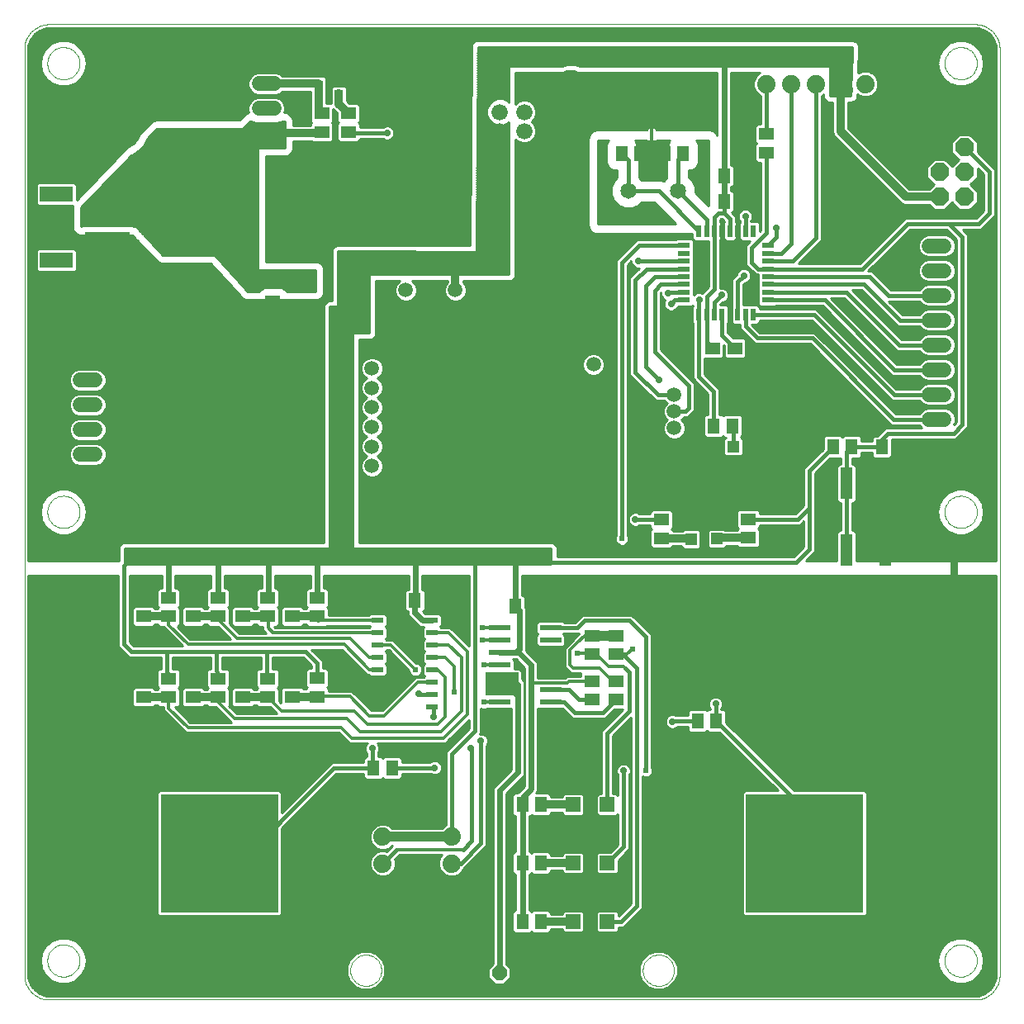
<source format=gtl>
G75*
%MOIN*%
%OFA0B0*%
%FSLAX24Y24*%
%IPPOS*%
%LPD*%
%AMOC8*
5,1,8,0,0,1.08239X$1,22.5*
%
%ADD10C,0.0000*%
%ADD11R,0.0591X0.0591*%
%ADD12R,0.0512X0.0630*%
%ADD13R,0.0630X0.0512*%
%ADD14R,0.0394X0.0630*%
%ADD15R,0.2126X0.2441*%
%ADD16R,0.0512X0.0591*%
%ADD17R,0.1811X0.0394*%
%ADD18R,0.1339X0.0630*%
%ADD19R,0.0591X0.0512*%
%ADD20R,0.0512X0.1299*%
%ADD21C,0.1700*%
%ADD22OC8,0.0600*%
%ADD23R,0.0472X0.0236*%
%ADD24C,0.0740*%
%ADD25R,0.4724X0.2402*%
%ADD26R,0.0220X0.0500*%
%ADD27R,0.0500X0.0220*%
%ADD28C,0.0650*%
%ADD29R,0.0472X0.1260*%
%ADD30R,0.0354X0.0315*%
%ADD31C,0.0600*%
%ADD32OC8,0.0740*%
%ADD33R,0.0472X0.0472*%
%ADD34C,0.0660*%
%ADD35C,0.1300*%
%ADD36R,0.0866X0.0236*%
%ADD37C,0.0594*%
%ADD38R,0.0120X0.0240*%
%ADD39C,0.0100*%
%ADD40C,0.0280*%
%ADD41C,0.0660*%
%ADD42C,0.0400*%
%ADD43C,0.0320*%
%ADD44C,0.0120*%
%ADD45C,0.0240*%
%ADD46C,0.0160*%
%ADD47C,0.0001*%
%ADD48C,0.0240*%
%ADD49C,0.0140*%
D10*
X002361Y005618D02*
X039731Y005618D01*
X039791Y005620D01*
X039852Y005625D01*
X039911Y005634D01*
X039970Y005647D01*
X040029Y005663D01*
X040086Y005683D01*
X040141Y005706D01*
X040196Y005733D01*
X040248Y005762D01*
X040299Y005795D01*
X040348Y005831D01*
X040394Y005869D01*
X040438Y005911D01*
X040480Y005955D01*
X040518Y006001D01*
X040554Y006050D01*
X040587Y006101D01*
X040616Y006153D01*
X040643Y006208D01*
X040666Y006263D01*
X040686Y006320D01*
X040702Y006379D01*
X040715Y006438D01*
X040724Y006497D01*
X040729Y006558D01*
X040731Y006618D01*
X040731Y043988D01*
X040729Y044048D01*
X040724Y044109D01*
X040715Y044168D01*
X040702Y044227D01*
X040686Y044286D01*
X040666Y044343D01*
X040643Y044398D01*
X040616Y044453D01*
X040587Y044505D01*
X040554Y044556D01*
X040518Y044605D01*
X040480Y044651D01*
X040438Y044695D01*
X040394Y044737D01*
X040348Y044775D01*
X040299Y044811D01*
X040248Y044844D01*
X040196Y044873D01*
X040141Y044900D01*
X040086Y044923D01*
X040029Y044943D01*
X039970Y044959D01*
X039911Y044972D01*
X039852Y044981D01*
X039791Y044986D01*
X039731Y044988D01*
X002361Y044988D01*
X002301Y044986D01*
X002240Y044981D01*
X002181Y044972D01*
X002122Y044959D01*
X002063Y044943D01*
X002006Y044923D01*
X001951Y044900D01*
X001896Y044873D01*
X001844Y044844D01*
X001793Y044811D01*
X001744Y044775D01*
X001698Y044737D01*
X001654Y044695D01*
X001612Y044651D01*
X001574Y044605D01*
X001538Y044556D01*
X001505Y044505D01*
X001476Y044453D01*
X001449Y044398D01*
X001426Y044343D01*
X001406Y044286D01*
X001390Y044227D01*
X001377Y044168D01*
X001368Y044109D01*
X001363Y044048D01*
X001361Y043988D01*
X001361Y006618D01*
X001363Y006558D01*
X001368Y006497D01*
X001377Y006438D01*
X001390Y006379D01*
X001406Y006320D01*
X001426Y006263D01*
X001449Y006208D01*
X001476Y006153D01*
X001505Y006101D01*
X001538Y006050D01*
X001574Y006001D01*
X001612Y005955D01*
X001654Y005911D01*
X001698Y005869D01*
X001744Y005831D01*
X001793Y005795D01*
X001844Y005762D01*
X001896Y005733D01*
X001951Y005706D01*
X002006Y005683D01*
X002063Y005663D01*
X002122Y005647D01*
X002181Y005634D01*
X002240Y005625D01*
X002301Y005620D01*
X002361Y005618D01*
X002286Y007193D02*
X002288Y007243D01*
X002294Y007293D01*
X002304Y007343D01*
X002317Y007391D01*
X002334Y007439D01*
X002355Y007485D01*
X002379Y007529D01*
X002407Y007571D01*
X002438Y007611D01*
X002472Y007648D01*
X002509Y007683D01*
X002548Y007714D01*
X002589Y007743D01*
X002633Y007768D01*
X002679Y007790D01*
X002726Y007808D01*
X002774Y007822D01*
X002823Y007833D01*
X002873Y007840D01*
X002923Y007843D01*
X002974Y007842D01*
X003024Y007837D01*
X003074Y007828D01*
X003122Y007816D01*
X003170Y007799D01*
X003216Y007779D01*
X003261Y007756D01*
X003304Y007729D01*
X003344Y007699D01*
X003382Y007666D01*
X003417Y007630D01*
X003450Y007591D01*
X003479Y007550D01*
X003505Y007507D01*
X003528Y007462D01*
X003547Y007415D01*
X003562Y007367D01*
X003574Y007318D01*
X003582Y007268D01*
X003586Y007218D01*
X003586Y007168D01*
X003582Y007118D01*
X003574Y007068D01*
X003562Y007019D01*
X003547Y006971D01*
X003528Y006924D01*
X003505Y006879D01*
X003479Y006836D01*
X003450Y006795D01*
X003417Y006756D01*
X003382Y006720D01*
X003344Y006687D01*
X003304Y006657D01*
X003261Y006630D01*
X003216Y006607D01*
X003170Y006587D01*
X003122Y006570D01*
X003074Y006558D01*
X003024Y006549D01*
X002974Y006544D01*
X002923Y006543D01*
X002873Y006546D01*
X002823Y006553D01*
X002774Y006564D01*
X002726Y006578D01*
X002679Y006596D01*
X002633Y006618D01*
X002589Y006643D01*
X002548Y006672D01*
X002509Y006703D01*
X002472Y006738D01*
X002438Y006775D01*
X002407Y006815D01*
X002379Y006857D01*
X002355Y006901D01*
X002334Y006947D01*
X002317Y006995D01*
X002304Y007043D01*
X002294Y007093D01*
X002288Y007143D01*
X002286Y007193D01*
X014511Y006799D02*
X014513Y006849D01*
X014519Y006899D01*
X014529Y006948D01*
X014543Y006996D01*
X014560Y007043D01*
X014581Y007088D01*
X014606Y007132D01*
X014634Y007173D01*
X014666Y007212D01*
X014700Y007249D01*
X014737Y007283D01*
X014777Y007313D01*
X014819Y007340D01*
X014863Y007364D01*
X014909Y007385D01*
X014956Y007401D01*
X015004Y007414D01*
X015054Y007423D01*
X015103Y007428D01*
X015154Y007429D01*
X015204Y007426D01*
X015253Y007419D01*
X015302Y007408D01*
X015350Y007393D01*
X015396Y007375D01*
X015441Y007353D01*
X015484Y007327D01*
X015525Y007298D01*
X015564Y007266D01*
X015600Y007231D01*
X015632Y007193D01*
X015662Y007153D01*
X015689Y007110D01*
X015712Y007066D01*
X015731Y007020D01*
X015747Y006972D01*
X015759Y006923D01*
X015767Y006874D01*
X015771Y006824D01*
X015771Y006774D01*
X015767Y006724D01*
X015759Y006675D01*
X015747Y006626D01*
X015731Y006578D01*
X015712Y006532D01*
X015689Y006488D01*
X015662Y006445D01*
X015632Y006405D01*
X015600Y006367D01*
X015564Y006332D01*
X015525Y006300D01*
X015484Y006271D01*
X015441Y006245D01*
X015396Y006223D01*
X015350Y006205D01*
X015302Y006190D01*
X015253Y006179D01*
X015204Y006172D01*
X015154Y006169D01*
X015103Y006170D01*
X015054Y006175D01*
X015004Y006184D01*
X014956Y006197D01*
X014909Y006213D01*
X014863Y006234D01*
X014819Y006258D01*
X014777Y006285D01*
X014737Y006315D01*
X014700Y006349D01*
X014666Y006386D01*
X014634Y006425D01*
X014606Y006466D01*
X014581Y006510D01*
X014560Y006555D01*
X014543Y006602D01*
X014529Y006650D01*
X014519Y006699D01*
X014513Y006749D01*
X014511Y006799D01*
X019961Y017918D02*
X019961Y018818D01*
X021281Y018818D01*
X021281Y017918D01*
X019961Y017918D01*
X026322Y006799D02*
X026324Y006849D01*
X026330Y006899D01*
X026340Y006948D01*
X026354Y006996D01*
X026371Y007043D01*
X026392Y007088D01*
X026417Y007132D01*
X026445Y007173D01*
X026477Y007212D01*
X026511Y007249D01*
X026548Y007283D01*
X026588Y007313D01*
X026630Y007340D01*
X026674Y007364D01*
X026720Y007385D01*
X026767Y007401D01*
X026815Y007414D01*
X026865Y007423D01*
X026914Y007428D01*
X026965Y007429D01*
X027015Y007426D01*
X027064Y007419D01*
X027113Y007408D01*
X027161Y007393D01*
X027207Y007375D01*
X027252Y007353D01*
X027295Y007327D01*
X027336Y007298D01*
X027375Y007266D01*
X027411Y007231D01*
X027443Y007193D01*
X027473Y007153D01*
X027500Y007110D01*
X027523Y007066D01*
X027542Y007020D01*
X027558Y006972D01*
X027570Y006923D01*
X027578Y006874D01*
X027582Y006824D01*
X027582Y006774D01*
X027578Y006724D01*
X027570Y006675D01*
X027558Y006626D01*
X027542Y006578D01*
X027523Y006532D01*
X027500Y006488D01*
X027473Y006445D01*
X027443Y006405D01*
X027411Y006367D01*
X027375Y006332D01*
X027336Y006300D01*
X027295Y006271D01*
X027252Y006245D01*
X027207Y006223D01*
X027161Y006205D01*
X027113Y006190D01*
X027064Y006179D01*
X027015Y006172D01*
X026965Y006169D01*
X026914Y006170D01*
X026865Y006175D01*
X026815Y006184D01*
X026767Y006197D01*
X026720Y006213D01*
X026674Y006234D01*
X026630Y006258D01*
X026588Y006285D01*
X026548Y006315D01*
X026511Y006349D01*
X026477Y006386D01*
X026445Y006425D01*
X026417Y006466D01*
X026392Y006510D01*
X026371Y006555D01*
X026354Y006602D01*
X026340Y006650D01*
X026330Y006699D01*
X026324Y006749D01*
X026322Y006799D01*
X038506Y007193D02*
X038508Y007243D01*
X038514Y007293D01*
X038524Y007343D01*
X038537Y007391D01*
X038554Y007439D01*
X038575Y007485D01*
X038599Y007529D01*
X038627Y007571D01*
X038658Y007611D01*
X038692Y007648D01*
X038729Y007683D01*
X038768Y007714D01*
X038809Y007743D01*
X038853Y007768D01*
X038899Y007790D01*
X038946Y007808D01*
X038994Y007822D01*
X039043Y007833D01*
X039093Y007840D01*
X039143Y007843D01*
X039194Y007842D01*
X039244Y007837D01*
X039294Y007828D01*
X039342Y007816D01*
X039390Y007799D01*
X039436Y007779D01*
X039481Y007756D01*
X039524Y007729D01*
X039564Y007699D01*
X039602Y007666D01*
X039637Y007630D01*
X039670Y007591D01*
X039699Y007550D01*
X039725Y007507D01*
X039748Y007462D01*
X039767Y007415D01*
X039782Y007367D01*
X039794Y007318D01*
X039802Y007268D01*
X039806Y007218D01*
X039806Y007168D01*
X039802Y007118D01*
X039794Y007068D01*
X039782Y007019D01*
X039767Y006971D01*
X039748Y006924D01*
X039725Y006879D01*
X039699Y006836D01*
X039670Y006795D01*
X039637Y006756D01*
X039602Y006720D01*
X039564Y006687D01*
X039524Y006657D01*
X039481Y006630D01*
X039436Y006607D01*
X039390Y006587D01*
X039342Y006570D01*
X039294Y006558D01*
X039244Y006549D01*
X039194Y006544D01*
X039143Y006543D01*
X039093Y006546D01*
X039043Y006553D01*
X038994Y006564D01*
X038946Y006578D01*
X038899Y006596D01*
X038853Y006618D01*
X038809Y006643D01*
X038768Y006672D01*
X038729Y006703D01*
X038692Y006738D01*
X038658Y006775D01*
X038627Y006815D01*
X038599Y006857D01*
X038575Y006901D01*
X038554Y006947D01*
X038537Y006995D01*
X038524Y007043D01*
X038514Y007093D01*
X038508Y007143D01*
X038506Y007193D01*
X038506Y025303D02*
X038508Y025353D01*
X038514Y025403D01*
X038524Y025453D01*
X038537Y025501D01*
X038554Y025549D01*
X038575Y025595D01*
X038599Y025639D01*
X038627Y025681D01*
X038658Y025721D01*
X038692Y025758D01*
X038729Y025793D01*
X038768Y025824D01*
X038809Y025853D01*
X038853Y025878D01*
X038899Y025900D01*
X038946Y025918D01*
X038994Y025932D01*
X039043Y025943D01*
X039093Y025950D01*
X039143Y025953D01*
X039194Y025952D01*
X039244Y025947D01*
X039294Y025938D01*
X039342Y025926D01*
X039390Y025909D01*
X039436Y025889D01*
X039481Y025866D01*
X039524Y025839D01*
X039564Y025809D01*
X039602Y025776D01*
X039637Y025740D01*
X039670Y025701D01*
X039699Y025660D01*
X039725Y025617D01*
X039748Y025572D01*
X039767Y025525D01*
X039782Y025477D01*
X039794Y025428D01*
X039802Y025378D01*
X039806Y025328D01*
X039806Y025278D01*
X039802Y025228D01*
X039794Y025178D01*
X039782Y025129D01*
X039767Y025081D01*
X039748Y025034D01*
X039725Y024989D01*
X039699Y024946D01*
X039670Y024905D01*
X039637Y024866D01*
X039602Y024830D01*
X039564Y024797D01*
X039524Y024767D01*
X039481Y024740D01*
X039436Y024717D01*
X039390Y024697D01*
X039342Y024680D01*
X039294Y024668D01*
X039244Y024659D01*
X039194Y024654D01*
X039143Y024653D01*
X039093Y024656D01*
X039043Y024663D01*
X038994Y024674D01*
X038946Y024688D01*
X038899Y024706D01*
X038853Y024728D01*
X038809Y024753D01*
X038768Y024782D01*
X038729Y024813D01*
X038692Y024848D01*
X038658Y024885D01*
X038627Y024925D01*
X038599Y024967D01*
X038575Y025011D01*
X038554Y025057D01*
X038537Y025105D01*
X038524Y025153D01*
X038514Y025203D01*
X038508Y025253D01*
X038506Y025303D01*
X038506Y043413D02*
X038508Y043463D01*
X038514Y043513D01*
X038524Y043563D01*
X038537Y043611D01*
X038554Y043659D01*
X038575Y043705D01*
X038599Y043749D01*
X038627Y043791D01*
X038658Y043831D01*
X038692Y043868D01*
X038729Y043903D01*
X038768Y043934D01*
X038809Y043963D01*
X038853Y043988D01*
X038899Y044010D01*
X038946Y044028D01*
X038994Y044042D01*
X039043Y044053D01*
X039093Y044060D01*
X039143Y044063D01*
X039194Y044062D01*
X039244Y044057D01*
X039294Y044048D01*
X039342Y044036D01*
X039390Y044019D01*
X039436Y043999D01*
X039481Y043976D01*
X039524Y043949D01*
X039564Y043919D01*
X039602Y043886D01*
X039637Y043850D01*
X039670Y043811D01*
X039699Y043770D01*
X039725Y043727D01*
X039748Y043682D01*
X039767Y043635D01*
X039782Y043587D01*
X039794Y043538D01*
X039802Y043488D01*
X039806Y043438D01*
X039806Y043388D01*
X039802Y043338D01*
X039794Y043288D01*
X039782Y043239D01*
X039767Y043191D01*
X039748Y043144D01*
X039725Y043099D01*
X039699Y043056D01*
X039670Y043015D01*
X039637Y042976D01*
X039602Y042940D01*
X039564Y042907D01*
X039524Y042877D01*
X039481Y042850D01*
X039436Y042827D01*
X039390Y042807D01*
X039342Y042790D01*
X039294Y042778D01*
X039244Y042769D01*
X039194Y042764D01*
X039143Y042763D01*
X039093Y042766D01*
X039043Y042773D01*
X038994Y042784D01*
X038946Y042798D01*
X038899Y042816D01*
X038853Y042838D01*
X038809Y042863D01*
X038768Y042892D01*
X038729Y042923D01*
X038692Y042958D01*
X038658Y042995D01*
X038627Y043035D01*
X038599Y043077D01*
X038575Y043121D01*
X038554Y043167D01*
X038537Y043215D01*
X038524Y043263D01*
X038514Y043313D01*
X038508Y043363D01*
X038506Y043413D01*
X002286Y043413D02*
X002288Y043463D01*
X002294Y043513D01*
X002304Y043563D01*
X002317Y043611D01*
X002334Y043659D01*
X002355Y043705D01*
X002379Y043749D01*
X002407Y043791D01*
X002438Y043831D01*
X002472Y043868D01*
X002509Y043903D01*
X002548Y043934D01*
X002589Y043963D01*
X002633Y043988D01*
X002679Y044010D01*
X002726Y044028D01*
X002774Y044042D01*
X002823Y044053D01*
X002873Y044060D01*
X002923Y044063D01*
X002974Y044062D01*
X003024Y044057D01*
X003074Y044048D01*
X003122Y044036D01*
X003170Y044019D01*
X003216Y043999D01*
X003261Y043976D01*
X003304Y043949D01*
X003344Y043919D01*
X003382Y043886D01*
X003417Y043850D01*
X003450Y043811D01*
X003479Y043770D01*
X003505Y043727D01*
X003528Y043682D01*
X003547Y043635D01*
X003562Y043587D01*
X003574Y043538D01*
X003582Y043488D01*
X003586Y043438D01*
X003586Y043388D01*
X003582Y043338D01*
X003574Y043288D01*
X003562Y043239D01*
X003547Y043191D01*
X003528Y043144D01*
X003505Y043099D01*
X003479Y043056D01*
X003450Y043015D01*
X003417Y042976D01*
X003382Y042940D01*
X003344Y042907D01*
X003304Y042877D01*
X003261Y042850D01*
X003216Y042827D01*
X003170Y042807D01*
X003122Y042790D01*
X003074Y042778D01*
X003024Y042769D01*
X002974Y042764D01*
X002923Y042763D01*
X002873Y042766D01*
X002823Y042773D01*
X002774Y042784D01*
X002726Y042798D01*
X002679Y042816D01*
X002633Y042838D01*
X002589Y042863D01*
X002548Y042892D01*
X002509Y042923D01*
X002472Y042958D01*
X002438Y042995D01*
X002407Y043035D01*
X002379Y043077D01*
X002355Y043121D01*
X002334Y043167D01*
X002317Y043215D01*
X002304Y043263D01*
X002294Y043313D01*
X002288Y043363D01*
X002286Y043413D01*
X002286Y025303D02*
X002288Y025353D01*
X002294Y025403D01*
X002304Y025453D01*
X002317Y025501D01*
X002334Y025549D01*
X002355Y025595D01*
X002379Y025639D01*
X002407Y025681D01*
X002438Y025721D01*
X002472Y025758D01*
X002509Y025793D01*
X002548Y025824D01*
X002589Y025853D01*
X002633Y025878D01*
X002679Y025900D01*
X002726Y025918D01*
X002774Y025932D01*
X002823Y025943D01*
X002873Y025950D01*
X002923Y025953D01*
X002974Y025952D01*
X003024Y025947D01*
X003074Y025938D01*
X003122Y025926D01*
X003170Y025909D01*
X003216Y025889D01*
X003261Y025866D01*
X003304Y025839D01*
X003344Y025809D01*
X003382Y025776D01*
X003417Y025740D01*
X003450Y025701D01*
X003479Y025660D01*
X003505Y025617D01*
X003528Y025572D01*
X003547Y025525D01*
X003562Y025477D01*
X003574Y025428D01*
X003582Y025378D01*
X003586Y025328D01*
X003586Y025278D01*
X003582Y025228D01*
X003574Y025178D01*
X003562Y025129D01*
X003547Y025081D01*
X003528Y025034D01*
X003505Y024989D01*
X003479Y024946D01*
X003450Y024905D01*
X003417Y024866D01*
X003382Y024830D01*
X003344Y024797D01*
X003304Y024767D01*
X003261Y024740D01*
X003216Y024717D01*
X003170Y024697D01*
X003122Y024680D01*
X003074Y024668D01*
X003024Y024659D01*
X002974Y024654D01*
X002923Y024653D01*
X002873Y024656D01*
X002823Y024663D01*
X002774Y024674D01*
X002726Y024688D01*
X002679Y024706D01*
X002633Y024728D01*
X002589Y024753D01*
X002548Y024782D01*
X002509Y024813D01*
X002472Y024848D01*
X002438Y024885D01*
X002407Y024925D01*
X002379Y024967D01*
X002355Y025011D01*
X002334Y025057D01*
X002317Y025105D01*
X002304Y025153D01*
X002294Y025203D01*
X002288Y025253D01*
X002286Y025303D01*
D11*
X023507Y013492D03*
X024885Y013492D03*
X024885Y011130D03*
X023507Y011130D03*
X023507Y008767D03*
X024885Y008767D03*
D12*
X022208Y008767D03*
X021460Y008767D03*
X021460Y011130D03*
X022208Y011130D03*
X022208Y013492D03*
X021460Y013492D03*
X016205Y014963D03*
X015457Y014963D03*
X028537Y016876D03*
X029285Y016876D03*
X034002Y027925D03*
X034750Y027925D03*
X029935Y028778D03*
X029187Y028778D03*
D13*
X030584Y025006D03*
X030584Y024258D03*
X027073Y024239D03*
X027073Y024987D03*
X025241Y020312D03*
X025241Y019564D03*
X024281Y019564D03*
X024281Y020312D03*
X024281Y018472D03*
X024281Y017724D03*
X025241Y017724D03*
X025241Y018472D03*
X013181Y018592D03*
X013181Y017844D03*
X012181Y017844D03*
X012181Y018592D03*
X011181Y018572D03*
X011181Y017824D03*
X010181Y017824D03*
X010181Y018572D03*
X009181Y018572D03*
X009181Y017824D03*
X008181Y017824D03*
X008181Y018572D03*
X007181Y018572D03*
X007181Y017824D03*
X006181Y017824D03*
X006181Y018572D03*
X006181Y021084D03*
X006181Y021832D03*
X007181Y021832D03*
X007181Y021084D03*
X008181Y021084D03*
X008181Y021832D03*
X009181Y021832D03*
X009181Y021084D03*
X010181Y021084D03*
X010181Y021832D03*
X011181Y021832D03*
X011181Y021084D03*
X012181Y021084D03*
X012181Y021832D03*
X013181Y021832D03*
X013181Y021084D03*
X013361Y040644D03*
X013361Y041392D03*
X014441Y041392D03*
X014441Y040644D03*
D14*
X014598Y034659D03*
X012802Y034659D03*
D15*
X013700Y037533D03*
D16*
X025467Y039758D03*
X026215Y039758D03*
X027207Y039758D03*
X027955Y039758D03*
X029596Y038869D03*
X030344Y038869D03*
X030366Y037838D03*
X029618Y037838D03*
X035971Y027920D03*
X036719Y027920D03*
X021935Y021498D03*
X021187Y021498D03*
X017126Y021730D03*
X016378Y021730D03*
D17*
X004698Y036397D03*
X004698Y037184D03*
D18*
X002651Y038129D03*
X002651Y035452D03*
D19*
X011393Y034558D03*
X011393Y033810D03*
X016161Y035564D03*
X016161Y036312D03*
X029141Y031912D03*
X029141Y031164D03*
X030041Y031164D03*
X030041Y031912D03*
X031301Y039804D03*
X031301Y040552D03*
D20*
X008127Y036908D03*
X008127Y034447D03*
D21*
X007110Y039597D03*
X005259Y040778D03*
X007110Y041959D03*
D22*
X020535Y006697D03*
D23*
X017825Y017432D03*
X017825Y017932D03*
X017825Y018432D03*
X017825Y018932D03*
X017825Y019432D03*
X017825Y019932D03*
X017825Y020432D03*
X017825Y020932D03*
X015620Y020932D03*
X015620Y020432D03*
X015620Y019932D03*
X015620Y019432D03*
X015620Y018932D03*
X015620Y018432D03*
X015620Y017932D03*
X015620Y017432D03*
D24*
X015825Y012186D03*
X015825Y011116D03*
X015825Y010046D03*
X018600Y010046D03*
X018600Y011116D03*
X018600Y012186D03*
X031301Y042578D03*
X032301Y042578D03*
X033301Y042578D03*
X034301Y042578D03*
X035301Y042578D03*
X036301Y042578D03*
D25*
X032857Y012704D03*
X032857Y010342D03*
X009235Y010342D03*
X009235Y012704D03*
D26*
X028579Y033268D03*
X028894Y033268D03*
X029209Y033268D03*
X029524Y033268D03*
X029839Y033268D03*
X030154Y033268D03*
X030469Y033268D03*
X030783Y033268D03*
X030783Y036648D03*
X030469Y036648D03*
X030154Y036648D03*
X029839Y036648D03*
X029524Y036648D03*
X029209Y036648D03*
X028894Y036648D03*
X028579Y036648D03*
D27*
X027991Y036060D03*
X027991Y035745D03*
X027991Y035430D03*
X027991Y035115D03*
X027991Y034800D03*
X027991Y034485D03*
X027991Y034170D03*
X027991Y033855D03*
X031371Y033855D03*
X031371Y034170D03*
X031371Y034485D03*
X031371Y034800D03*
X031371Y035115D03*
X031371Y035430D03*
X031371Y035745D03*
X031371Y036060D03*
D28*
X027741Y038258D03*
X025741Y038258D03*
D29*
X034543Y026452D03*
X036117Y026452D03*
X036117Y023775D03*
X034543Y023775D03*
D30*
X014055Y042204D03*
X014055Y042952D03*
X013228Y042578D03*
D31*
X011441Y042584D02*
X010841Y042584D01*
X010841Y041584D02*
X011441Y041584D01*
X011441Y040584D02*
X010841Y040584D01*
X004211Y030630D02*
X003611Y030630D01*
X003611Y029630D02*
X004211Y029630D01*
X004211Y028630D02*
X003611Y028630D01*
X003611Y027630D02*
X004211Y027630D01*
X037886Y029038D02*
X038486Y029038D01*
X038486Y030038D02*
X037886Y030038D01*
X037886Y031038D02*
X038486Y031038D01*
X038486Y032038D02*
X037886Y032038D01*
X037886Y033038D02*
X038486Y033038D01*
X038486Y034038D02*
X037886Y034038D01*
X037886Y035038D02*
X038486Y035038D01*
X038486Y036038D02*
X037886Y036038D01*
D32*
X038307Y038025D03*
X039307Y038025D03*
X039307Y039025D03*
X038307Y039025D03*
X038307Y040025D03*
X039307Y040025D03*
D33*
X029974Y027938D03*
X029148Y027938D03*
X029324Y025045D03*
X029324Y024219D03*
X028273Y024200D03*
X028273Y025026D03*
D34*
X021538Y040664D03*
X021538Y041444D03*
X020554Y041444D03*
X020554Y040664D03*
D35*
X018676Y042514D03*
X023416Y042514D03*
D36*
X022599Y020632D03*
X022599Y020132D03*
X022599Y019632D03*
X022599Y019132D03*
X022599Y018632D03*
X022599Y018132D03*
X022599Y017632D03*
X020552Y017632D03*
X020552Y018132D03*
X020552Y018632D03*
X020552Y019132D03*
X020552Y019632D03*
X020552Y020132D03*
X020552Y020632D03*
D37*
X015393Y027161D03*
X015393Y027948D03*
X015393Y028736D03*
X015393Y029523D03*
X015393Y030311D03*
X015393Y031098D03*
X016752Y034254D03*
X017752Y034254D03*
X018752Y034254D03*
X021484Y028679D03*
X024332Y031254D03*
X027593Y030031D03*
X027593Y029362D03*
X027593Y028693D03*
D38*
X026681Y040548D03*
X026681Y040748D03*
D39*
X026559Y040818D02*
X026471Y040730D01*
X026471Y040718D01*
X024438Y040718D01*
X024283Y040654D01*
X024165Y040536D01*
X024101Y040381D01*
X024101Y040214D01*
X024101Y037021D01*
X024101Y036854D01*
X024165Y036700D01*
X024283Y036582D01*
X024438Y036518D01*
X028319Y036518D01*
X028319Y036336D01*
X028407Y036248D01*
X028971Y036248D01*
X028971Y034393D01*
X028720Y034142D01*
X028659Y034168D01*
X028543Y034168D01*
X028437Y034124D01*
X028391Y034078D01*
X028391Y036232D01*
X028303Y036320D01*
X027679Y036320D01*
X027649Y036290D01*
X026068Y036290D01*
X025416Y035638D01*
X025251Y035473D01*
X025251Y024368D01*
X025211Y024271D01*
X025211Y024164D01*
X025252Y024065D01*
X025328Y023989D01*
X025427Y023948D01*
X025535Y023948D01*
X025634Y023989D01*
X025710Y024065D01*
X025751Y024164D01*
X025751Y024271D01*
X025711Y024368D01*
X025711Y035282D01*
X025741Y035312D01*
X025851Y035422D01*
X025851Y035380D01*
X025895Y035273D01*
X025977Y035192D01*
X026083Y035148D01*
X026186Y035148D01*
X025791Y034753D01*
X025791Y030842D01*
X026698Y029936D01*
X026698Y029936D01*
X026832Y029801D01*
X027205Y029801D01*
X027215Y029778D01*
X027296Y029696D01*
X027215Y029615D01*
X027147Y029451D01*
X027147Y029273D01*
X027215Y029109D01*
X027296Y029027D01*
X027215Y028946D01*
X027147Y028781D01*
X027147Y028604D01*
X027215Y028439D01*
X027340Y028314D01*
X027505Y028246D01*
X027682Y028246D01*
X027847Y028314D01*
X027972Y028439D01*
X028040Y028604D01*
X028040Y028781D01*
X027972Y028946D01*
X027891Y029027D01*
X027972Y029109D01*
X027982Y029132D01*
X028140Y029132D01*
X028411Y029402D01*
X028411Y030493D01*
X028276Y030628D01*
X027031Y031873D01*
X027031Y034142D01*
X027051Y034162D01*
X027051Y034060D01*
X027095Y033953D01*
X027177Y033872D01*
X027213Y033857D01*
X027171Y033755D01*
X027171Y033640D01*
X027215Y033533D01*
X027297Y033452D01*
X027403Y033408D01*
X027519Y033408D01*
X027625Y033452D01*
X027707Y033533D01*
X027733Y033595D01*
X028303Y033595D01*
X028349Y033641D01*
X028349Y033610D01*
X028319Y033580D01*
X028319Y032956D01*
X028349Y032926D01*
X028349Y030685D01*
X028957Y030076D01*
X028957Y029243D01*
X028869Y029243D01*
X028781Y029155D01*
X028781Y028401D01*
X028869Y028313D01*
X029505Y028313D01*
X029561Y028369D01*
X029617Y028313D01*
X029665Y028313D01*
X029588Y028236D01*
X029588Y027639D01*
X029676Y027551D01*
X030273Y027551D01*
X030361Y027639D01*
X030361Y028236D01*
X030273Y028324D01*
X030264Y028324D01*
X030341Y028401D01*
X030341Y029155D01*
X030253Y029243D01*
X029617Y029243D01*
X029561Y029187D01*
X029505Y029243D01*
X029417Y029243D01*
X029417Y030267D01*
X029282Y030402D01*
X028809Y030875D01*
X028809Y031506D01*
X029499Y031506D01*
X029586Y031594D01*
X029586Y032041D01*
X029596Y032032D01*
X029596Y031594D01*
X029684Y031506D01*
X030399Y031506D01*
X030486Y031594D01*
X030486Y032230D01*
X030399Y032318D01*
X029960Y032318D01*
X029754Y032524D01*
X029754Y032926D01*
X029784Y032956D01*
X029784Y033580D01*
X029696Y033668D01*
X029436Y033668D01*
X029536Y033768D01*
X029559Y033768D01*
X029665Y033812D01*
X029747Y033893D01*
X029791Y034000D01*
X029791Y034115D01*
X029747Y034222D01*
X029665Y034304D01*
X029559Y034348D01*
X029443Y034348D01*
X029431Y034343D01*
X029431Y036298D01*
X029469Y036336D01*
X029469Y036960D01*
X029439Y036990D01*
X029439Y037090D01*
X029476Y037128D01*
X029526Y037128D01*
X029609Y037045D01*
X029609Y036990D01*
X029579Y036960D01*
X029579Y036336D01*
X029666Y036248D01*
X030011Y036248D01*
X030099Y036336D01*
X030099Y036960D01*
X030069Y036990D01*
X030069Y037236D01*
X029934Y037370D01*
X029912Y037392D01*
X029936Y037392D01*
X030024Y037480D01*
X030024Y038195D01*
X029936Y038283D01*
X029866Y038283D01*
X029866Y038423D01*
X029914Y038423D01*
X030002Y038511D01*
X030002Y039226D01*
X029914Y039314D01*
X029866Y039314D01*
X029866Y043038D01*
X031053Y043038D01*
X031007Y043019D01*
X030860Y042872D01*
X030781Y042681D01*
X030781Y042474D01*
X030860Y042283D01*
X031007Y042137D01*
X031071Y042110D01*
X031071Y040958D01*
X030944Y040958D01*
X030856Y040870D01*
X030856Y040234D01*
X030912Y040178D01*
X030856Y040122D01*
X030856Y039486D01*
X030944Y039398D01*
X031071Y039398D01*
X031071Y036673D01*
X031043Y036645D01*
X031043Y036960D01*
X030956Y037048D01*
X030691Y037048D01*
X030691Y037058D01*
X030707Y037073D01*
X030751Y037180D01*
X030751Y037295D01*
X030707Y037402D01*
X030625Y037484D01*
X030519Y037528D01*
X030403Y037528D01*
X030297Y037484D01*
X030215Y037402D01*
X030171Y037295D01*
X030171Y037180D01*
X030215Y037073D01*
X030231Y037058D01*
X030231Y036982D01*
X030209Y036960D01*
X030209Y036336D01*
X030296Y036248D01*
X030646Y036248D01*
X030606Y036208D01*
X030471Y036073D01*
X030471Y035282D01*
X030734Y035020D01*
X030868Y034885D01*
X030971Y034885D01*
X030971Y033683D01*
X031059Y033595D01*
X031683Y033595D01*
X031713Y033625D01*
X033568Y033625D01*
X036251Y030943D01*
X036386Y030808D01*
X037494Y030808D01*
X037505Y030783D01*
X037631Y030657D01*
X037797Y030588D01*
X038576Y030588D01*
X038741Y030657D01*
X038868Y030783D01*
X038936Y030949D01*
X038936Y031128D01*
X038868Y031293D01*
X038741Y031420D01*
X038576Y031488D01*
X037797Y031488D01*
X037631Y031420D01*
X037505Y031293D01*
X037494Y031268D01*
X036576Y031268D01*
X033904Y033940D01*
X034453Y033940D01*
X036451Y031943D01*
X036586Y031808D01*
X037494Y031808D01*
X037505Y031783D01*
X037631Y031657D01*
X037797Y031588D01*
X038576Y031588D01*
X038741Y031657D01*
X038868Y031783D01*
X038936Y031949D01*
X038936Y032128D01*
X038868Y032293D01*
X038741Y032420D01*
X038576Y032488D01*
X037797Y032488D01*
X037631Y032420D01*
X037505Y032293D01*
X037494Y032268D01*
X036776Y032268D01*
X034789Y034255D01*
X035158Y034255D01*
X036471Y032942D01*
X036606Y032808D01*
X036796Y032808D01*
X036797Y032808D01*
X037494Y032808D01*
X037505Y032783D01*
X037631Y032657D01*
X037797Y032588D01*
X038576Y032588D01*
X038741Y032657D01*
X038868Y032783D01*
X038936Y032949D01*
X038936Y033128D01*
X038868Y033293D01*
X038741Y033420D01*
X038576Y033488D01*
X037797Y033488D01*
X037631Y033420D01*
X037505Y033293D01*
X037494Y033268D01*
X036796Y033268D01*
X036256Y033808D01*
X037494Y033808D01*
X037505Y033783D01*
X037631Y033657D01*
X037797Y033588D01*
X038576Y033588D01*
X038741Y033657D01*
X038868Y033783D01*
X038936Y033949D01*
X038936Y034128D01*
X038868Y034293D01*
X038741Y034420D01*
X038576Y034488D01*
X037797Y034488D01*
X037631Y034420D01*
X037505Y034293D01*
X037494Y034268D01*
X036336Y034268D01*
X035574Y035030D01*
X035419Y035030D01*
X037096Y036708D01*
X038586Y036708D01*
X038991Y036302D01*
X038991Y028933D01*
X038887Y028828D01*
X038936Y028949D01*
X038936Y029128D01*
X038868Y029293D01*
X038741Y029420D01*
X038576Y029488D01*
X037797Y029488D01*
X037631Y029420D01*
X037505Y029293D01*
X037494Y029268D01*
X036536Y029268D01*
X033256Y032548D01*
X031036Y032548D01*
X030716Y032868D01*
X030956Y032868D01*
X031043Y032956D01*
X031043Y033038D01*
X033136Y033038D01*
X036366Y029808D01*
X037495Y029808D01*
X037505Y029783D01*
X037631Y029657D01*
X037797Y029588D01*
X038576Y029588D01*
X038741Y029657D01*
X038868Y029783D01*
X038936Y029949D01*
X038936Y030128D01*
X038868Y030293D01*
X038741Y030420D01*
X038576Y030488D01*
X037797Y030488D01*
X037631Y030420D01*
X037505Y030293D01*
X037494Y030268D01*
X036556Y030268D01*
X033326Y033498D01*
X031043Y033498D01*
X031043Y033580D01*
X030956Y033668D01*
X030384Y033668D01*
X030384Y034495D01*
X030436Y034548D01*
X030459Y034548D01*
X030565Y034592D01*
X030647Y034673D01*
X030691Y034780D01*
X030691Y034895D01*
X030647Y035002D01*
X030565Y035084D01*
X030459Y035128D01*
X030343Y035128D01*
X030237Y035084D01*
X030155Y035002D01*
X030111Y034895D01*
X030111Y034873D01*
X030058Y034820D01*
X029924Y034685D01*
X029924Y033610D01*
X029894Y033580D01*
X029894Y032956D01*
X029981Y032868D01*
X030239Y032868D01*
X030239Y032695D01*
X030711Y032222D01*
X030846Y032088D01*
X033066Y032088D01*
X036211Y028943D01*
X036346Y028808D01*
X037494Y028808D01*
X037505Y028783D01*
X037580Y028708D01*
X036126Y028708D01*
X035876Y028458D01*
X035783Y028365D01*
X035653Y028365D01*
X035565Y028277D01*
X035565Y028173D01*
X035156Y028173D01*
X035156Y028303D01*
X035068Y028390D01*
X034432Y028390D01*
X034376Y028334D01*
X034320Y028390D01*
X033684Y028390D01*
X033596Y028303D01*
X033596Y027845D01*
X032946Y027195D01*
X032946Y027195D01*
X032811Y027060D01*
X032811Y025573D01*
X032474Y025236D01*
X031049Y025236D01*
X031049Y025324D01*
X030961Y025412D01*
X030207Y025412D01*
X030119Y025324D01*
X030119Y024688D01*
X030175Y024632D01*
X030119Y024576D01*
X030119Y024568D01*
X029659Y024568D01*
X029622Y024605D01*
X029025Y024605D01*
X028937Y024517D01*
X028937Y023920D01*
X029025Y023832D01*
X029622Y023832D01*
X029710Y023920D01*
X029710Y023948D01*
X030119Y023948D01*
X030119Y023940D01*
X030207Y023852D01*
X030961Y023852D01*
X031049Y023940D01*
X031049Y024576D01*
X030993Y024632D01*
X031049Y024688D01*
X031049Y024776D01*
X032665Y024776D01*
X032811Y024922D01*
X032811Y023893D01*
X032405Y023487D01*
X022866Y023487D01*
X022866Y023851D01*
X022825Y023951D01*
X022749Y024027D01*
X022650Y024068D01*
X014879Y024068D01*
X014879Y032261D01*
X015335Y032261D01*
X015434Y032303D01*
X015510Y032378D01*
X015551Y032478D01*
X015551Y034628D01*
X016494Y034628D01*
X016373Y034507D01*
X016305Y034343D01*
X016305Y034165D01*
X016373Y034001D01*
X016499Y033875D01*
X016663Y033807D01*
X016841Y033807D01*
X017005Y033875D01*
X017131Y034001D01*
X017199Y034165D01*
X017199Y034343D01*
X017131Y034507D01*
X017011Y034628D01*
X017195Y034628D01*
X017219Y034638D01*
X018442Y034638D01*
X018442Y034576D01*
X018373Y034507D01*
X018305Y034343D01*
X018305Y034165D01*
X018373Y034001D01*
X018499Y033875D01*
X018663Y033807D01*
X018841Y033807D01*
X019005Y033875D01*
X019131Y034001D01*
X019199Y034165D01*
X019199Y034343D01*
X019131Y034507D01*
X019062Y034576D01*
X019062Y034638D01*
X020973Y034638D01*
X021068Y034677D01*
X021142Y034750D01*
X021181Y034846D01*
X021181Y040343D01*
X021266Y040258D01*
X021443Y040184D01*
X021634Y040184D01*
X021810Y040258D01*
X021945Y040393D01*
X022018Y040569D01*
X022018Y040760D01*
X021945Y040936D01*
X021827Y041054D01*
X021945Y041173D01*
X022018Y041349D01*
X022018Y041540D01*
X021945Y041716D01*
X021810Y041851D01*
X021634Y041924D01*
X021443Y041924D01*
X021266Y041851D01*
X021181Y041766D01*
X021181Y043038D01*
X029326Y043038D01*
X029326Y040513D01*
X029317Y040536D01*
X029199Y040654D01*
X029045Y040718D01*
X026891Y040718D01*
X026891Y040730D01*
X026803Y040818D01*
X026559Y040818D01*
X026524Y040782D02*
X022009Y040782D01*
X022018Y040684D02*
X024356Y040684D01*
X024215Y040585D02*
X022018Y040585D01*
X021984Y040487D02*
X024145Y040487D01*
X024104Y040388D02*
X021941Y040388D01*
X021842Y040290D02*
X024101Y040290D01*
X024101Y040191D02*
X021650Y040191D01*
X021426Y040191D02*
X021181Y040191D01*
X021181Y040093D02*
X024101Y040093D01*
X024101Y039994D02*
X021181Y039994D01*
X021181Y039896D02*
X024101Y039896D01*
X024101Y039797D02*
X021181Y039797D01*
X021181Y039699D02*
X024101Y039699D01*
X024101Y039600D02*
X021181Y039600D01*
X021181Y039502D02*
X024101Y039502D01*
X024101Y039403D02*
X021181Y039403D01*
X021181Y039305D02*
X024101Y039305D01*
X024101Y039206D02*
X021181Y039206D01*
X021181Y039108D02*
X024101Y039108D01*
X024101Y039009D02*
X021181Y039009D01*
X021181Y038911D02*
X024101Y038911D01*
X024101Y038812D02*
X021181Y038812D01*
X021181Y038714D02*
X024101Y038714D01*
X024101Y038615D02*
X021181Y038615D01*
X021181Y038517D02*
X024101Y038517D01*
X024101Y038418D02*
X021181Y038418D01*
X021181Y038320D02*
X024101Y038320D01*
X024101Y038221D02*
X021181Y038221D01*
X021181Y038123D02*
X024101Y038123D01*
X024101Y038024D02*
X021181Y038024D01*
X021181Y037926D02*
X024101Y037926D01*
X024101Y037827D02*
X021181Y037827D01*
X021181Y037729D02*
X024101Y037729D01*
X024101Y037630D02*
X021181Y037630D01*
X021181Y037532D02*
X024101Y037532D01*
X024101Y037433D02*
X021181Y037433D01*
X021181Y037335D02*
X024101Y037335D01*
X024101Y037236D02*
X021181Y037236D01*
X021181Y037138D02*
X024101Y037138D01*
X024101Y037039D02*
X021181Y037039D01*
X021181Y036941D02*
X024101Y036941D01*
X024106Y036842D02*
X021181Y036842D01*
X021181Y036744D02*
X024147Y036744D01*
X024220Y036645D02*
X021181Y036645D01*
X021181Y036547D02*
X024367Y036547D01*
X024521Y036938D02*
X024521Y040298D01*
X024933Y040298D01*
X024898Y040263D01*
X024841Y040127D01*
X024841Y039389D01*
X024898Y039253D01*
X025002Y039149D01*
X025138Y039092D01*
X025291Y039092D01*
X025291Y038791D01*
X025152Y038651D01*
X025046Y038396D01*
X025046Y038119D01*
X025152Y037864D01*
X025347Y037669D01*
X025603Y037563D01*
X025879Y037563D01*
X026135Y037669D01*
X026274Y037808D01*
X026782Y037808D01*
X027652Y036938D01*
X024521Y036938D01*
X024521Y036941D02*
X027649Y036941D01*
X027551Y037039D02*
X024521Y037039D01*
X024521Y037138D02*
X027452Y037138D01*
X027354Y037236D02*
X024521Y037236D01*
X024521Y037335D02*
X027255Y037335D01*
X027157Y037433D02*
X024521Y037433D01*
X024521Y037532D02*
X027058Y037532D01*
X026960Y037630D02*
X026042Y037630D01*
X026195Y037729D02*
X026861Y037729D01*
X027164Y038664D02*
X027058Y038708D01*
X026274Y038708D01*
X026191Y038791D01*
X026191Y039573D01*
X026123Y039739D01*
X026093Y039768D01*
X026093Y040127D01*
X026037Y040263D01*
X026002Y040298D01*
X026451Y040298D01*
X026548Y040258D01*
X026815Y040258D01*
X026911Y040298D01*
X027421Y040298D01*
X027386Y040263D01*
X027329Y040127D01*
X027329Y039725D01*
X027291Y039633D01*
X027291Y038791D01*
X027164Y038664D01*
X027214Y038714D02*
X026268Y038714D01*
X026191Y038812D02*
X027291Y038812D01*
X027291Y038911D02*
X026191Y038911D01*
X026191Y039009D02*
X027291Y039009D01*
X027291Y039108D02*
X026191Y039108D01*
X026191Y039206D02*
X027291Y039206D01*
X027291Y039305D02*
X026191Y039305D01*
X026191Y039403D02*
X027291Y039403D01*
X027291Y039502D02*
X026191Y039502D01*
X026180Y039600D02*
X027291Y039600D01*
X027318Y039699D02*
X026139Y039699D01*
X026093Y039797D02*
X027329Y039797D01*
X027329Y039896D02*
X026093Y039896D01*
X026093Y039994D02*
X027329Y039994D01*
X027329Y040093D02*
X026093Y040093D01*
X026066Y040191D02*
X027356Y040191D01*
X027413Y040290D02*
X026892Y040290D01*
X026470Y040290D02*
X026009Y040290D01*
X026839Y040782D02*
X029326Y040782D01*
X029326Y040684D02*
X029127Y040684D01*
X029267Y040585D02*
X029326Y040585D01*
X029326Y040881D02*
X021968Y040881D01*
X021902Y040979D02*
X029326Y040979D01*
X029326Y041078D02*
X021850Y041078D01*
X021947Y041176D02*
X029326Y041176D01*
X029326Y041275D02*
X021988Y041275D01*
X022018Y041373D02*
X029326Y041373D01*
X029326Y041472D02*
X022018Y041472D01*
X022006Y041570D02*
X029326Y041570D01*
X029326Y041669D02*
X021965Y041669D01*
X021894Y041767D02*
X029326Y041767D01*
X029326Y041866D02*
X021775Y041866D01*
X021301Y041866D02*
X021181Y041866D01*
X021181Y041964D02*
X029326Y041964D01*
X029326Y042063D02*
X021181Y042063D01*
X021181Y042161D02*
X029326Y042161D01*
X029326Y042260D02*
X021181Y042260D01*
X021181Y042358D02*
X029326Y042358D01*
X029326Y042457D02*
X021181Y042457D01*
X021181Y042555D02*
X029326Y042555D01*
X029326Y042654D02*
X021181Y042654D01*
X021181Y042752D02*
X029326Y042752D01*
X029326Y042851D02*
X021181Y042851D01*
X021181Y042949D02*
X029326Y042949D01*
X029866Y042949D02*
X030937Y042949D01*
X030851Y042851D02*
X029866Y042851D01*
X029866Y042752D02*
X030811Y042752D01*
X030781Y042654D02*
X029866Y042654D01*
X029866Y042555D02*
X030781Y042555D01*
X030788Y042457D02*
X029866Y042457D01*
X029866Y042358D02*
X030829Y042358D01*
X030884Y042260D02*
X029866Y042260D01*
X029866Y042161D02*
X030982Y042161D01*
X031071Y042063D02*
X029866Y042063D01*
X029866Y041964D02*
X031071Y041964D01*
X031071Y041866D02*
X029866Y041866D01*
X029866Y041767D02*
X031071Y041767D01*
X031071Y041669D02*
X029866Y041669D01*
X029866Y041570D02*
X031071Y041570D01*
X031071Y041472D02*
X029866Y041472D01*
X029866Y041373D02*
X031071Y041373D01*
X031071Y041275D02*
X029866Y041275D01*
X029866Y041176D02*
X031071Y041176D01*
X031071Y041078D02*
X029866Y041078D01*
X029866Y040979D02*
X031071Y040979D01*
X030867Y040881D02*
X029866Y040881D01*
X029866Y040782D02*
X030856Y040782D01*
X030856Y040684D02*
X029866Y040684D01*
X029866Y040585D02*
X030856Y040585D01*
X030856Y040487D02*
X029866Y040487D01*
X029866Y040388D02*
X030856Y040388D01*
X030856Y040290D02*
X029866Y040290D01*
X029866Y040191D02*
X030898Y040191D01*
X030856Y040093D02*
X029866Y040093D01*
X029866Y039994D02*
X030856Y039994D01*
X030856Y039896D02*
X029866Y039896D01*
X029866Y039797D02*
X030856Y039797D01*
X030856Y039699D02*
X029866Y039699D01*
X029866Y039600D02*
X030856Y039600D01*
X030856Y039502D02*
X029866Y039502D01*
X029866Y039403D02*
X030938Y039403D01*
X031071Y039305D02*
X029924Y039305D01*
X030002Y039206D02*
X031071Y039206D01*
X031071Y039108D02*
X030002Y039108D01*
X030002Y039009D02*
X031071Y039009D01*
X031071Y038911D02*
X030002Y038911D01*
X030002Y038812D02*
X031071Y038812D01*
X031071Y038714D02*
X030002Y038714D01*
X030002Y038615D02*
X031071Y038615D01*
X031071Y038517D02*
X030002Y038517D01*
X029866Y038418D02*
X031071Y038418D01*
X031071Y038320D02*
X029866Y038320D01*
X029998Y038221D02*
X031071Y038221D01*
X031071Y038123D02*
X030024Y038123D01*
X030024Y038024D02*
X031071Y038024D01*
X031071Y037926D02*
X030024Y037926D01*
X030024Y037827D02*
X031071Y037827D01*
X031071Y037729D02*
X030024Y037729D01*
X030024Y037630D02*
X031071Y037630D01*
X031071Y037532D02*
X030024Y037532D01*
X029977Y037433D02*
X030247Y037433D01*
X030187Y037335D02*
X029969Y037335D01*
X030068Y037236D02*
X030171Y037236D01*
X030189Y037138D02*
X030069Y037138D01*
X030069Y037039D02*
X030231Y037039D01*
X030209Y036941D02*
X030099Y036941D01*
X030099Y036842D02*
X030209Y036842D01*
X030209Y036744D02*
X030099Y036744D01*
X030099Y036645D02*
X030209Y036645D01*
X030209Y036547D02*
X030099Y036547D01*
X030099Y036448D02*
X030209Y036448D01*
X030209Y036350D02*
X030099Y036350D01*
X030014Y036251D02*
X030293Y036251D01*
X030471Y036054D02*
X029431Y036054D01*
X029431Y035956D02*
X030471Y035956D01*
X030471Y035857D02*
X029431Y035857D01*
X029431Y035759D02*
X030471Y035759D01*
X030471Y035660D02*
X029431Y035660D01*
X029431Y035562D02*
X030471Y035562D01*
X030471Y035463D02*
X029431Y035463D01*
X029431Y035365D02*
X030471Y035365D01*
X030487Y035266D02*
X029431Y035266D01*
X029431Y035168D02*
X030586Y035168D01*
X030580Y035069D02*
X030684Y035069D01*
X030660Y034971D02*
X030783Y034971D01*
X030691Y034872D02*
X030971Y034872D01*
X030971Y034774D02*
X030689Y034774D01*
X030648Y034675D02*
X030971Y034675D01*
X030971Y034577D02*
X030529Y034577D01*
X030384Y034478D02*
X030971Y034478D01*
X030971Y034380D02*
X030384Y034380D01*
X030384Y034281D02*
X030971Y034281D01*
X030971Y034183D02*
X030384Y034183D01*
X030384Y034084D02*
X030971Y034084D01*
X030971Y033986D02*
X030384Y033986D01*
X030384Y033887D02*
X030971Y033887D01*
X030971Y033789D02*
X030384Y033789D01*
X030384Y033690D02*
X030971Y033690D01*
X031032Y033592D02*
X033602Y033592D01*
X033700Y033493D02*
X033331Y033493D01*
X033429Y033395D02*
X033799Y033395D01*
X033897Y033296D02*
X033528Y033296D01*
X033626Y033198D02*
X033996Y033198D01*
X034094Y033099D02*
X033725Y033099D01*
X033823Y033001D02*
X034193Y033001D01*
X034291Y032902D02*
X033922Y032902D01*
X034020Y032804D02*
X034390Y032804D01*
X034488Y032705D02*
X034119Y032705D01*
X034217Y032607D02*
X034587Y032607D01*
X034685Y032508D02*
X034316Y032508D01*
X034414Y032410D02*
X034784Y032410D01*
X034882Y032311D02*
X034513Y032311D01*
X034611Y032213D02*
X034981Y032213D01*
X035079Y032114D02*
X034710Y032114D01*
X034808Y032016D02*
X035178Y032016D01*
X035276Y031917D02*
X034907Y031917D01*
X035005Y031819D02*
X035375Y031819D01*
X035473Y031720D02*
X035104Y031720D01*
X035202Y031622D02*
X035572Y031622D01*
X035670Y031523D02*
X035301Y031523D01*
X035399Y031425D02*
X035769Y031425D01*
X035867Y031326D02*
X035498Y031326D01*
X035596Y031228D02*
X035966Y031228D01*
X036064Y031129D02*
X035695Y031129D01*
X035793Y031031D02*
X036163Y031031D01*
X036261Y030932D02*
X035892Y030932D01*
X035990Y030834D02*
X036360Y030834D01*
X036187Y030637D02*
X037679Y030637D01*
X037553Y030735D02*
X036089Y030735D01*
X036286Y030538D02*
X038991Y030538D01*
X038991Y030440D02*
X038692Y030440D01*
X038819Y030341D02*
X038991Y030341D01*
X038991Y030243D02*
X038889Y030243D01*
X038929Y030144D02*
X038991Y030144D01*
X038991Y030046D02*
X038936Y030046D01*
X038936Y029947D02*
X038991Y029947D01*
X038991Y029849D02*
X038895Y029849D01*
X038835Y029750D02*
X038991Y029750D01*
X038991Y029652D02*
X038730Y029652D01*
X038656Y029455D02*
X038991Y029455D01*
X038991Y029553D02*
X036251Y029553D01*
X036349Y029455D02*
X037717Y029455D01*
X037568Y029356D02*
X036448Y029356D01*
X036152Y029652D02*
X037643Y029652D01*
X037538Y029750D02*
X036054Y029750D01*
X035955Y029849D02*
X036325Y029849D01*
X036226Y029947D02*
X035857Y029947D01*
X035758Y030046D02*
X036128Y030046D01*
X036029Y030144D02*
X035660Y030144D01*
X035561Y030243D02*
X035931Y030243D01*
X035832Y030341D02*
X035463Y030341D01*
X035364Y030440D02*
X035734Y030440D01*
X035635Y030538D02*
X035266Y030538D01*
X035167Y030637D02*
X035537Y030637D01*
X035438Y030735D02*
X035069Y030735D01*
X034970Y030834D02*
X035340Y030834D01*
X035241Y030932D02*
X034872Y030932D01*
X034773Y031031D02*
X035143Y031031D01*
X035044Y031129D02*
X034675Y031129D01*
X034576Y031228D02*
X034946Y031228D01*
X034847Y031326D02*
X034478Y031326D01*
X034379Y031425D02*
X034749Y031425D01*
X034650Y031523D02*
X034281Y031523D01*
X034182Y031622D02*
X034552Y031622D01*
X034453Y031720D02*
X034084Y031720D01*
X033985Y031819D02*
X034355Y031819D01*
X034256Y031917D02*
X033887Y031917D01*
X033788Y032016D02*
X034158Y032016D01*
X034059Y032114D02*
X033690Y032114D01*
X033591Y032213D02*
X033961Y032213D01*
X033862Y032311D02*
X033493Y032311D01*
X033394Y032410D02*
X033764Y032410D01*
X033665Y032508D02*
X033296Y032508D01*
X033468Y032705D02*
X030879Y032705D01*
X030977Y032607D02*
X033567Y032607D01*
X033370Y032804D02*
X030780Y032804D01*
X030990Y032902D02*
X033271Y032902D01*
X033173Y033001D02*
X031043Y033001D01*
X030524Y032410D02*
X029868Y032410D01*
X029770Y032508D02*
X030425Y032508D01*
X030327Y032607D02*
X029754Y032607D01*
X029754Y032705D02*
X030239Y032705D01*
X030239Y032804D02*
X029754Y032804D01*
X029754Y032902D02*
X029947Y032902D01*
X029894Y033001D02*
X029784Y033001D01*
X029784Y033099D02*
X029894Y033099D01*
X029894Y033198D02*
X029784Y033198D01*
X029784Y033296D02*
X029894Y033296D01*
X029894Y033395D02*
X029784Y033395D01*
X029784Y033493D02*
X029894Y033493D01*
X029905Y033592D02*
X029772Y033592D01*
X029924Y033690D02*
X029459Y033690D01*
X029610Y033789D02*
X029924Y033789D01*
X029924Y033887D02*
X029741Y033887D01*
X029785Y033986D02*
X029924Y033986D01*
X029924Y034084D02*
X029791Y034084D01*
X029763Y034183D02*
X029924Y034183D01*
X029924Y034281D02*
X029688Y034281D01*
X029924Y034380D02*
X029431Y034380D01*
X029431Y034478D02*
X029924Y034478D01*
X029924Y034577D02*
X029431Y034577D01*
X029431Y034675D02*
X029924Y034675D01*
X030012Y034774D02*
X029431Y034774D01*
X029431Y034872D02*
X030110Y034872D01*
X030142Y034971D02*
X029431Y034971D01*
X029431Y035069D02*
X030223Y035069D01*
X030551Y036153D02*
X029431Y036153D01*
X029431Y036251D02*
X029663Y036251D01*
X029579Y036350D02*
X029469Y036350D01*
X029469Y036448D02*
X029579Y036448D01*
X029579Y036547D02*
X029469Y036547D01*
X029469Y036645D02*
X029579Y036645D01*
X029579Y036744D02*
X029469Y036744D01*
X029469Y036842D02*
X029579Y036842D01*
X029579Y036941D02*
X029469Y036941D01*
X029439Y037039D02*
X029609Y037039D01*
X028961Y037674D02*
X028436Y038199D01*
X028436Y038396D01*
X028330Y038651D01*
X028191Y038791D01*
X028191Y039092D01*
X028285Y039092D01*
X028421Y039149D01*
X028525Y039253D01*
X028581Y039389D01*
X028581Y040127D01*
X028525Y040263D01*
X028490Y040298D01*
X028961Y040298D01*
X028961Y037674D01*
X028961Y037729D02*
X028906Y037729D01*
X028961Y037827D02*
X028808Y037827D01*
X028709Y037926D02*
X028961Y037926D01*
X028961Y038024D02*
X028611Y038024D01*
X028512Y038123D02*
X028961Y038123D01*
X028961Y038221D02*
X028436Y038221D01*
X028436Y038320D02*
X028961Y038320D01*
X028961Y038418D02*
X028427Y038418D01*
X028386Y038517D02*
X028961Y038517D01*
X028961Y038615D02*
X028345Y038615D01*
X028268Y038714D02*
X028961Y038714D01*
X028961Y038812D02*
X028191Y038812D01*
X028191Y038911D02*
X028961Y038911D01*
X028961Y039009D02*
X028191Y039009D01*
X028322Y039108D02*
X028961Y039108D01*
X028961Y039206D02*
X028478Y039206D01*
X028546Y039305D02*
X028961Y039305D01*
X028961Y039403D02*
X028581Y039403D01*
X028581Y039502D02*
X028961Y039502D01*
X028961Y039600D02*
X028581Y039600D01*
X028581Y039699D02*
X028961Y039699D01*
X028961Y039797D02*
X028581Y039797D01*
X028581Y039896D02*
X028961Y039896D01*
X028961Y039994D02*
X028581Y039994D01*
X028581Y040093D02*
X028961Y040093D01*
X028961Y040191D02*
X028554Y040191D01*
X028497Y040290D02*
X028961Y040290D01*
X030676Y037433D02*
X031071Y037433D01*
X031071Y037335D02*
X030735Y037335D01*
X030751Y037236D02*
X031071Y037236D01*
X031071Y037138D02*
X030734Y037138D01*
X030964Y037039D02*
X031071Y037039D01*
X031071Y036941D02*
X031043Y036941D01*
X031043Y036842D02*
X031071Y036842D01*
X031071Y036744D02*
X031043Y036744D01*
X032614Y035345D02*
X033396Y036128D01*
X033531Y036262D01*
X033531Y042110D01*
X033596Y042137D01*
X033621Y042162D01*
X033621Y042046D01*
X033661Y041950D01*
X033734Y041877D01*
X033829Y041838D01*
X033991Y041838D01*
X033991Y040596D01*
X034038Y040482D01*
X034126Y040395D01*
X036758Y037762D01*
X036872Y037715D01*
X037882Y037715D01*
X038092Y037505D01*
X038522Y037505D01*
X038807Y037790D01*
X039092Y037505D01*
X039522Y037505D01*
X039827Y037810D01*
X039827Y038241D01*
X039542Y038525D01*
X039827Y038810D01*
X039827Y039180D01*
X040071Y038936D01*
X040071Y037453D01*
X039786Y037168D01*
X036906Y037168D01*
X036771Y037033D01*
X035083Y035345D01*
X032614Y035345D01*
X032633Y035365D02*
X035103Y035365D01*
X035201Y035463D02*
X032732Y035463D01*
X032830Y035562D02*
X035300Y035562D01*
X035398Y035660D02*
X032929Y035660D01*
X033027Y035759D02*
X035497Y035759D01*
X035595Y035857D02*
X033126Y035857D01*
X033224Y035956D02*
X035694Y035956D01*
X035792Y036054D02*
X033323Y036054D01*
X033421Y036153D02*
X035891Y036153D01*
X035989Y036251D02*
X033520Y036251D01*
X033531Y036350D02*
X036088Y036350D01*
X036186Y036448D02*
X033531Y036448D01*
X033531Y036547D02*
X036285Y036547D01*
X036383Y036645D02*
X033531Y036645D01*
X033531Y036744D02*
X036482Y036744D01*
X036580Y036842D02*
X033531Y036842D01*
X033531Y036941D02*
X036679Y036941D01*
X036777Y037039D02*
X033531Y037039D01*
X033531Y037138D02*
X036876Y037138D01*
X037034Y036645D02*
X038648Y036645D01*
X038747Y036547D02*
X036935Y036547D01*
X036837Y036448D02*
X037701Y036448D01*
X037631Y036420D02*
X037505Y036293D01*
X037436Y036128D01*
X037436Y035949D01*
X037505Y035783D01*
X037631Y035657D01*
X037797Y035588D01*
X038576Y035588D01*
X038741Y035657D01*
X038868Y035783D01*
X038936Y035949D01*
X038936Y036128D01*
X038868Y036293D01*
X038741Y036420D01*
X038576Y036488D01*
X037797Y036488D01*
X037631Y036420D01*
X037562Y036350D02*
X036738Y036350D01*
X036640Y036251D02*
X037488Y036251D01*
X037447Y036153D02*
X036541Y036153D01*
X036443Y036054D02*
X037436Y036054D01*
X037436Y035956D02*
X036344Y035956D01*
X036246Y035857D02*
X037474Y035857D01*
X037529Y035759D02*
X036147Y035759D01*
X036049Y035660D02*
X037628Y035660D01*
X037737Y035463D02*
X035852Y035463D01*
X035753Y035365D02*
X037577Y035365D01*
X037631Y035420D02*
X037505Y035293D01*
X037436Y035128D01*
X037436Y034949D01*
X037505Y034783D01*
X037631Y034657D01*
X037797Y034588D01*
X038576Y034588D01*
X038741Y034657D01*
X038868Y034783D01*
X038936Y034949D01*
X038936Y035128D01*
X038868Y035293D01*
X038741Y035420D01*
X038576Y035488D01*
X037797Y035488D01*
X037631Y035420D01*
X037494Y035266D02*
X035655Y035266D01*
X035556Y035168D02*
X037453Y035168D01*
X037436Y035069D02*
X035458Y035069D01*
X035633Y034971D02*
X037436Y034971D01*
X037468Y034872D02*
X035732Y034872D01*
X035830Y034774D02*
X037514Y034774D01*
X037613Y034675D02*
X035929Y034675D01*
X036027Y034577D02*
X038991Y034577D01*
X038991Y034675D02*
X038760Y034675D01*
X038858Y034774D02*
X038991Y034774D01*
X038991Y034872D02*
X038905Y034872D01*
X038936Y034971D02*
X038991Y034971D01*
X038991Y035069D02*
X038936Y035069D01*
X038920Y035168D02*
X038991Y035168D01*
X038991Y035266D02*
X038879Y035266D01*
X038796Y035365D02*
X038991Y035365D01*
X038991Y035463D02*
X038636Y035463D01*
X038745Y035660D02*
X038991Y035660D01*
X038991Y035562D02*
X035950Y035562D01*
X036126Y034478D02*
X037773Y034478D01*
X037592Y034380D02*
X036224Y034380D01*
X036323Y034281D02*
X037500Y034281D01*
X037502Y033789D02*
X036275Y033789D01*
X036374Y033690D02*
X037598Y033690D01*
X037788Y033592D02*
X036472Y033592D01*
X036571Y033493D02*
X038991Y033493D01*
X038991Y033395D02*
X038766Y033395D01*
X038864Y033296D02*
X038991Y033296D01*
X038991Y033198D02*
X038907Y033198D01*
X038936Y033099D02*
X038991Y033099D01*
X038991Y033001D02*
X038936Y033001D01*
X038917Y032902D02*
X038991Y032902D01*
X038991Y032804D02*
X038876Y032804D01*
X038790Y032705D02*
X038991Y032705D01*
X038991Y032607D02*
X038621Y032607D01*
X038751Y032410D02*
X038991Y032410D01*
X038991Y032508D02*
X036536Y032508D01*
X036634Y032410D02*
X037622Y032410D01*
X037523Y032311D02*
X036733Y032311D01*
X036437Y032607D02*
X037752Y032607D01*
X037583Y032705D02*
X036339Y032705D01*
X036240Y032804D02*
X037496Y032804D01*
X037508Y033296D02*
X036768Y033296D01*
X036669Y033395D02*
X037607Y033395D01*
X038585Y033592D02*
X038991Y033592D01*
X038991Y033690D02*
X038775Y033690D01*
X038870Y033789D02*
X038991Y033789D01*
X038991Y033887D02*
X038911Y033887D01*
X038936Y033986D02*
X038991Y033986D01*
X038991Y034084D02*
X038936Y034084D01*
X038913Y034183D02*
X038991Y034183D01*
X038991Y034281D02*
X038873Y034281D01*
X038781Y034380D02*
X038991Y034380D01*
X038991Y034478D02*
X038599Y034478D01*
X039451Y034478D02*
X040581Y034478D01*
X040581Y034380D02*
X039451Y034380D01*
X039451Y034281D02*
X040581Y034281D01*
X040581Y034183D02*
X039451Y034183D01*
X039451Y034084D02*
X040581Y034084D01*
X040581Y033986D02*
X039451Y033986D01*
X039451Y033887D02*
X040581Y033887D01*
X040581Y033789D02*
X039451Y033789D01*
X039451Y033690D02*
X040581Y033690D01*
X040581Y033592D02*
X039451Y033592D01*
X039451Y033493D02*
X040581Y033493D01*
X040581Y033395D02*
X039451Y033395D01*
X039451Y033296D02*
X040581Y033296D01*
X040581Y033198D02*
X039451Y033198D01*
X039451Y033099D02*
X040581Y033099D01*
X040581Y033001D02*
X039451Y033001D01*
X039451Y032902D02*
X040581Y032902D01*
X040581Y032804D02*
X039451Y032804D01*
X039451Y032705D02*
X040581Y032705D01*
X040581Y032607D02*
X039451Y032607D01*
X039451Y032508D02*
X040581Y032508D01*
X040581Y032410D02*
X039451Y032410D01*
X039451Y032311D02*
X040581Y032311D01*
X040581Y032213D02*
X039451Y032213D01*
X039451Y032114D02*
X040581Y032114D01*
X040581Y032016D02*
X039451Y032016D01*
X039451Y031917D02*
X040581Y031917D01*
X040581Y031819D02*
X039451Y031819D01*
X039451Y031720D02*
X040581Y031720D01*
X040581Y031622D02*
X039451Y031622D01*
X039451Y031523D02*
X040581Y031523D01*
X040581Y031425D02*
X039451Y031425D01*
X039451Y031326D02*
X040581Y031326D01*
X040581Y031228D02*
X039451Y031228D01*
X039451Y031129D02*
X040581Y031129D01*
X040581Y031031D02*
X039451Y031031D01*
X039451Y030932D02*
X040581Y030932D01*
X040581Y030834D02*
X039451Y030834D01*
X039451Y030735D02*
X040581Y030735D01*
X040581Y030637D02*
X039451Y030637D01*
X039451Y030538D02*
X040581Y030538D01*
X040581Y030440D02*
X039451Y030440D01*
X039451Y030341D02*
X040581Y030341D01*
X040581Y030243D02*
X039451Y030243D01*
X039451Y030144D02*
X040581Y030144D01*
X040581Y030046D02*
X039451Y030046D01*
X039451Y029947D02*
X040581Y029947D01*
X040581Y029849D02*
X039451Y029849D01*
X039451Y029750D02*
X040581Y029750D01*
X040581Y029652D02*
X039451Y029652D01*
X039451Y029553D02*
X040581Y029553D01*
X040581Y029455D02*
X039451Y029455D01*
X039451Y029356D02*
X040581Y029356D01*
X040581Y029258D02*
X039451Y029258D01*
X039451Y029159D02*
X040581Y029159D01*
X040581Y029061D02*
X039451Y029061D01*
X039451Y028962D02*
X040581Y028962D01*
X040581Y028864D02*
X039451Y028864D01*
X039451Y028765D02*
X040581Y028765D01*
X040581Y028667D02*
X039375Y028667D01*
X039451Y028742D02*
X039091Y028382D01*
X038956Y028248D01*
X036377Y028248D01*
X036377Y027562D01*
X036289Y027474D01*
X035653Y027474D01*
X035565Y027562D01*
X035565Y027713D01*
X035156Y027713D01*
X035156Y027548D01*
X035068Y027460D01*
X034773Y027460D01*
X034773Y027232D01*
X034841Y027232D01*
X034929Y027144D01*
X034929Y025760D01*
X034841Y025672D01*
X034773Y025672D01*
X034773Y024555D01*
X034841Y024555D01*
X034929Y024467D01*
X034929Y023334D01*
X040581Y023334D01*
X040581Y043988D01*
X040571Y044121D01*
X040489Y044374D01*
X040332Y044589D01*
X040117Y044745D01*
X039864Y044827D01*
X039731Y044838D01*
X002361Y044838D01*
X002228Y044827D01*
X001975Y044745D01*
X001760Y044589D01*
X001604Y044374D01*
X001522Y044121D01*
X001511Y043988D01*
X001511Y023334D01*
X005171Y023334D01*
X005171Y023851D01*
X005212Y023951D01*
X005288Y024027D01*
X005387Y024068D01*
X013439Y024068D01*
X013439Y033605D01*
X013480Y033704D01*
X013556Y033780D01*
X013655Y033821D01*
X013777Y033821D01*
X013777Y035851D01*
X013819Y035951D01*
X013894Y036027D01*
X013994Y036068D01*
X017195Y036068D01*
X017219Y036058D01*
X019343Y036058D01*
X019401Y044079D01*
X019401Y044129D01*
X019401Y044130D01*
X019401Y044131D01*
X003511Y044131D01*
X003403Y044222D02*
X003652Y044013D01*
X003652Y044013D01*
X003814Y043733D01*
X003814Y043733D01*
X003870Y043413D01*
X003870Y043413D01*
X003814Y043093D01*
X003814Y043093D01*
X003652Y042813D01*
X003652Y042813D01*
X003652Y042813D01*
X003403Y042604D01*
X003403Y042604D01*
X003098Y042493D01*
X002857Y042493D01*
X002774Y042493D01*
X002469Y042604D01*
X002469Y042604D01*
X002220Y042813D01*
X002220Y042813D01*
X002058Y043093D01*
X002058Y043093D01*
X002002Y043413D01*
X002002Y043413D01*
X002058Y043733D01*
X002058Y043733D01*
X002220Y044013D01*
X002220Y044013D01*
X002220Y044013D01*
X002469Y044222D01*
X002469Y044222D01*
X002774Y044333D01*
X003098Y044333D01*
X003403Y044222D01*
X003382Y044230D02*
X019445Y044230D01*
X019442Y044227D02*
X019441Y044226D01*
X019441Y044225D01*
X019421Y044178D01*
X019401Y044131D01*
X019401Y044033D02*
X003628Y044033D01*
X003697Y043934D02*
X019400Y043934D01*
X019399Y043836D02*
X003754Y043836D01*
X003811Y043737D02*
X019399Y043737D01*
X019398Y043639D02*
X003830Y043639D01*
X003848Y043540D02*
X019397Y043540D01*
X019396Y043442D02*
X003865Y043442D01*
X003858Y043343D02*
X019396Y043343D01*
X019395Y043245D02*
X003840Y043245D01*
X003823Y043146D02*
X019394Y043146D01*
X019394Y043048D02*
X003787Y043048D01*
X003731Y042949D02*
X010570Y042949D01*
X010586Y042966D02*
X010460Y042839D01*
X010391Y042674D01*
X010391Y042495D01*
X010460Y042329D01*
X010586Y042203D01*
X010752Y042134D01*
X011531Y042134D01*
X011696Y042203D01*
X011767Y042274D01*
X012918Y042274D01*
X012918Y041732D01*
X012896Y041710D01*
X012896Y041074D01*
X012952Y041018D01*
X012896Y040962D01*
X012896Y040894D01*
X012201Y040894D01*
X012201Y041145D01*
X012149Y041270D01*
X012054Y041366D01*
X011929Y041418D01*
X011859Y041418D01*
X011891Y041495D01*
X011891Y041674D01*
X011823Y041839D01*
X011696Y041966D01*
X011531Y042034D01*
X010752Y042034D01*
X010586Y041966D01*
X010460Y041839D01*
X010391Y041674D01*
X010391Y041495D01*
X010423Y041418D01*
X010413Y041418D01*
X010289Y041366D01*
X010193Y041270D01*
X010040Y041118D01*
X006765Y041118D01*
X006762Y041119D01*
X006698Y041118D01*
X006633Y041118D01*
X006630Y041116D01*
X006627Y041116D01*
X006568Y041091D01*
X006509Y041066D01*
X006506Y041064D01*
X006503Y041062D01*
X006458Y041016D01*
X006413Y040970D01*
X006412Y040967D01*
X003470Y037910D01*
X003470Y038506D01*
X003382Y038594D01*
X001919Y038594D01*
X001831Y038506D01*
X001831Y037752D01*
X001919Y037664D01*
X003301Y037664D01*
X003301Y037662D01*
X003300Y037659D01*
X003301Y037594D01*
X003301Y036750D01*
X003353Y036625D01*
X003449Y036529D01*
X003573Y036478D01*
X005715Y036478D01*
X006651Y035490D01*
X006653Y035485D01*
X006697Y035441D01*
X006741Y035395D01*
X006745Y035393D01*
X006749Y035389D01*
X006807Y035365D01*
X006864Y035340D01*
X006869Y035340D01*
X006873Y035338D01*
X006937Y035338D01*
X007000Y035336D01*
X007004Y035338D01*
X008889Y035338D01*
X010069Y034020D01*
X010073Y034011D01*
X010114Y033970D01*
X010153Y033927D01*
X010162Y033923D01*
X010169Y033916D01*
X010222Y033893D01*
X010275Y033868D01*
X010285Y033868D01*
X010293Y033864D01*
X010352Y033864D01*
X010410Y033861D01*
X010419Y033864D01*
X013181Y033864D01*
X013306Y033916D01*
X013402Y034011D01*
X013454Y034136D01*
X013454Y035138D01*
X013402Y035263D01*
X013306Y035359D01*
X013181Y035410D01*
X011862Y035410D01*
X011121Y035415D01*
X011121Y039658D01*
X011929Y039658D01*
X012054Y039709D01*
X012149Y039805D01*
X012201Y039930D01*
X012201Y040274D01*
X012948Y040274D01*
X012984Y040238D01*
X013738Y040238D01*
X013826Y040326D01*
X013826Y040962D01*
X013770Y041018D01*
X013826Y041074D01*
X013826Y041568D01*
X013879Y041515D01*
X013976Y041418D01*
X013976Y041074D01*
X014032Y041018D01*
X013976Y040962D01*
X013976Y040326D01*
X014064Y040238D01*
X014818Y040238D01*
X014906Y040326D01*
X014906Y040368D01*
X015821Y040368D01*
X015837Y040352D01*
X015943Y040308D01*
X016059Y040308D01*
X016165Y040352D01*
X016247Y040433D01*
X016291Y040540D01*
X016291Y040655D01*
X016247Y040762D01*
X016165Y040844D01*
X016059Y040888D01*
X015943Y040888D01*
X015837Y040844D01*
X015821Y040828D01*
X014906Y040828D01*
X014906Y040962D01*
X014850Y041018D01*
X014906Y041074D01*
X014906Y041710D01*
X014818Y041798D01*
X014474Y041798D01*
X014365Y041906D01*
X014365Y041967D01*
X014382Y041984D01*
X014382Y042423D01*
X014294Y042511D01*
X014123Y042511D01*
X014116Y042514D01*
X013993Y042514D01*
X013987Y042511D01*
X013816Y042511D01*
X013728Y042423D01*
X013728Y041984D01*
X013745Y041967D01*
X013745Y041791D01*
X013738Y041798D01*
X013538Y041798D01*
X013538Y042341D01*
X013555Y042358D01*
X013555Y042797D01*
X013467Y042885D01*
X013305Y042885D01*
X013283Y042894D01*
X011767Y042894D01*
X011696Y042966D01*
X011531Y043034D01*
X010752Y043034D01*
X010586Y042966D01*
X010471Y042851D02*
X003674Y042851D01*
X003580Y042752D02*
X010424Y042752D01*
X010391Y042654D02*
X003462Y042654D01*
X003269Y042555D02*
X010391Y042555D01*
X010407Y042457D02*
X001511Y042457D01*
X001511Y042555D02*
X002602Y042555D01*
X002409Y042654D02*
X001511Y042654D01*
X001511Y042752D02*
X002292Y042752D01*
X002198Y042851D02*
X001511Y042851D01*
X001511Y042949D02*
X002141Y042949D01*
X002084Y043048D02*
X001511Y043048D01*
X001511Y043146D02*
X002049Y043146D01*
X002031Y043245D02*
X001511Y043245D01*
X001511Y043343D02*
X002014Y043343D01*
X002007Y043442D02*
X001511Y043442D01*
X001511Y043540D02*
X002024Y043540D01*
X002042Y043639D02*
X001511Y043639D01*
X001511Y043737D02*
X002061Y043737D01*
X002118Y043836D02*
X001511Y043836D01*
X001511Y043934D02*
X002175Y043934D01*
X002243Y044033D02*
X001515Y044033D01*
X001525Y044131D02*
X002361Y044131D01*
X002490Y044230D02*
X001557Y044230D01*
X001589Y044328D02*
X002761Y044328D01*
X003111Y044328D02*
X019587Y044328D01*
X019609Y044338D02*
X019562Y044318D01*
X019515Y044299D01*
X019515Y044299D01*
X019514Y044298D01*
X019478Y044262D01*
X019442Y044227D01*
X019609Y044338D02*
X019610Y044338D01*
X019611Y044338D01*
X019662Y044338D01*
X034733Y044338D01*
X034737Y044339D01*
X034785Y044338D01*
X034833Y044338D01*
X034837Y044336D01*
X034841Y044336D01*
X034884Y044316D01*
X034928Y044298D01*
X034931Y044295D01*
X034935Y044294D01*
X034968Y044259D01*
X035002Y044225D01*
X035003Y044221D01*
X035006Y044218D01*
X035023Y044174D01*
X035041Y044129D01*
X035041Y044125D01*
X035043Y044122D01*
X035041Y044074D01*
X035041Y044026D01*
X035040Y044022D01*
X035009Y043020D01*
X035198Y043098D01*
X035405Y043098D01*
X035596Y043019D01*
X035742Y042872D01*
X035821Y042681D01*
X035821Y042474D01*
X035742Y042283D01*
X035596Y042137D01*
X035405Y042058D01*
X035198Y042058D01*
X035007Y042137D01*
X034983Y042160D01*
X034981Y042094D01*
X034981Y042046D01*
X034980Y042042D01*
X034979Y042038D01*
X034960Y041995D01*
X034942Y041950D01*
X034939Y041948D01*
X034937Y041944D01*
X034902Y041911D01*
X034868Y041877D01*
X034865Y041876D01*
X034862Y041873D01*
X034817Y041856D01*
X034773Y041838D01*
X034769Y041838D01*
X034765Y041836D01*
X034717Y041838D01*
X034611Y041838D01*
X034611Y040786D01*
X037062Y038335D01*
X037882Y038335D01*
X038072Y038525D01*
X037787Y038810D01*
X037787Y039241D01*
X038092Y039545D01*
X038522Y039545D01*
X038807Y039261D01*
X039072Y039525D01*
X038787Y039810D01*
X038787Y040241D01*
X039092Y040545D01*
X039522Y040545D01*
X039827Y040241D01*
X039827Y039830D01*
X040531Y039126D01*
X040531Y037262D01*
X039976Y036708D01*
X039236Y036708D01*
X039451Y036493D01*
X039451Y028742D01*
X039277Y028568D02*
X040581Y028568D01*
X040581Y028470D02*
X039178Y028470D01*
X039080Y028371D02*
X040581Y028371D01*
X040581Y028273D02*
X038981Y028273D01*
X038922Y028864D02*
X038901Y028864D01*
X038936Y028962D02*
X038991Y028962D01*
X038991Y029061D02*
X038936Y029061D01*
X038923Y029159D02*
X038991Y029159D01*
X038991Y029258D02*
X038882Y029258D01*
X038804Y029356D02*
X038991Y029356D01*
X038991Y030637D02*
X038693Y030637D01*
X038820Y030735D02*
X038991Y030735D01*
X038991Y030834D02*
X038889Y030834D01*
X038930Y030932D02*
X038991Y030932D01*
X038991Y031031D02*
X038936Y031031D01*
X038936Y031129D02*
X038991Y031129D01*
X038991Y031228D02*
X038895Y031228D01*
X038834Y031326D02*
X038991Y031326D01*
X038991Y031425D02*
X038729Y031425D01*
X038657Y031622D02*
X038991Y031622D01*
X038991Y031720D02*
X038805Y031720D01*
X038883Y031819D02*
X038991Y031819D01*
X038991Y031917D02*
X038923Y031917D01*
X038936Y032016D02*
X038991Y032016D01*
X038991Y032114D02*
X038936Y032114D01*
X038901Y032213D02*
X038991Y032213D01*
X038991Y032311D02*
X038849Y032311D01*
X038991Y031523D02*
X036321Y031523D01*
X036419Y031425D02*
X037644Y031425D01*
X037538Y031326D02*
X036518Y031326D01*
X036222Y031622D02*
X037715Y031622D01*
X037568Y031720D02*
X036124Y031720D01*
X036025Y031819D02*
X036575Y031819D01*
X036476Y031917D02*
X035927Y031917D01*
X035828Y032016D02*
X036378Y032016D01*
X036279Y032114D02*
X035730Y032114D01*
X035631Y032213D02*
X036181Y032213D01*
X036082Y032311D02*
X035533Y032311D01*
X035434Y032410D02*
X035984Y032410D01*
X035885Y032508D02*
X035336Y032508D01*
X035237Y032607D02*
X035787Y032607D01*
X035688Y032705D02*
X035139Y032705D01*
X035040Y032804D02*
X035590Y032804D01*
X035491Y032902D02*
X034942Y032902D01*
X034843Y033001D02*
X035393Y033001D01*
X035294Y033099D02*
X034745Y033099D01*
X034646Y033198D02*
X035196Y033198D01*
X035097Y033296D02*
X034548Y033296D01*
X034449Y033395D02*
X034999Y033395D01*
X034900Y033493D02*
X034351Y033493D01*
X034252Y033592D02*
X034802Y033592D01*
X034703Y033690D02*
X034154Y033690D01*
X034055Y033789D02*
X034605Y033789D01*
X034506Y033887D02*
X033957Y033887D01*
X034861Y034183D02*
X035231Y034183D01*
X035329Y034084D02*
X034960Y034084D01*
X035058Y033986D02*
X035428Y033986D01*
X035526Y033887D02*
X035157Y033887D01*
X035255Y033789D02*
X035625Y033789D01*
X035723Y033690D02*
X035354Y033690D01*
X035452Y033592D02*
X035822Y033592D01*
X035920Y033493D02*
X035551Y033493D01*
X035649Y033395D02*
X036019Y033395D01*
X036117Y033296D02*
X035748Y033296D01*
X035846Y033198D02*
X036216Y033198D01*
X036314Y033099D02*
X035945Y033099D01*
X036043Y033001D02*
X036413Y033001D01*
X036511Y032902D02*
X036142Y032902D01*
X034221Y030932D02*
X028809Y030932D01*
X028809Y031031D02*
X034123Y031031D01*
X034024Y031129D02*
X028809Y031129D01*
X028809Y031228D02*
X033926Y031228D01*
X033827Y031326D02*
X028809Y031326D01*
X028809Y031425D02*
X033729Y031425D01*
X033630Y031523D02*
X030416Y031523D01*
X030486Y031622D02*
X033532Y031622D01*
X033433Y031720D02*
X030486Y031720D01*
X030486Y031819D02*
X033335Y031819D01*
X033236Y031917D02*
X030486Y031917D01*
X030486Y032016D02*
X033138Y032016D01*
X034320Y030834D02*
X028850Y030834D01*
X028949Y030735D02*
X034418Y030735D01*
X034517Y030637D02*
X029047Y030637D01*
X029146Y030538D02*
X034615Y030538D01*
X034714Y030440D02*
X029244Y030440D01*
X029343Y030341D02*
X034812Y030341D01*
X034911Y030243D02*
X029417Y030243D01*
X029417Y030144D02*
X035009Y030144D01*
X035108Y030046D02*
X029417Y030046D01*
X029417Y029947D02*
X035206Y029947D01*
X035305Y029849D02*
X029417Y029849D01*
X029417Y029750D02*
X035403Y029750D01*
X035502Y029652D02*
X029417Y029652D01*
X029417Y029553D02*
X035600Y029553D01*
X035699Y029455D02*
X029417Y029455D01*
X029417Y029356D02*
X035797Y029356D01*
X035896Y029258D02*
X029417Y029258D01*
X028957Y029258D02*
X028266Y029258D01*
X028168Y029159D02*
X028786Y029159D01*
X028781Y029061D02*
X027924Y029061D01*
X027956Y028962D02*
X028781Y028962D01*
X028781Y028864D02*
X028006Y028864D01*
X028040Y028765D02*
X028781Y028765D01*
X028781Y028667D02*
X028040Y028667D01*
X028026Y028568D02*
X028781Y028568D01*
X028781Y028470D02*
X027985Y028470D01*
X027904Y028371D02*
X028811Y028371D01*
X029588Y028174D02*
X025711Y028174D01*
X025711Y028076D02*
X029588Y028076D01*
X029588Y027977D02*
X025711Y027977D01*
X025711Y027879D02*
X029588Y027879D01*
X029588Y027780D02*
X025711Y027780D01*
X025711Y027682D02*
X029588Y027682D01*
X029644Y027583D02*
X025711Y027583D01*
X025711Y027485D02*
X033236Y027485D01*
X033334Y027583D02*
X030305Y027583D01*
X030361Y027682D02*
X033433Y027682D01*
X033531Y027780D02*
X030361Y027780D01*
X030361Y027879D02*
X033596Y027879D01*
X033596Y027977D02*
X030361Y027977D01*
X030361Y028076D02*
X033596Y028076D01*
X033596Y028174D02*
X030361Y028174D01*
X030324Y028273D02*
X033596Y028273D01*
X033665Y028371D02*
X030312Y028371D01*
X030341Y028470D02*
X035888Y028470D01*
X035986Y028568D02*
X030341Y028568D01*
X030341Y028667D02*
X036085Y028667D01*
X036290Y028864D02*
X030341Y028864D01*
X030341Y028962D02*
X036191Y028962D01*
X036093Y029061D02*
X030341Y029061D01*
X030337Y029159D02*
X035994Y029159D01*
X035789Y028371D02*
X035087Y028371D01*
X035156Y028273D02*
X035565Y028273D01*
X035565Y028174D02*
X035156Y028174D01*
X035156Y027682D02*
X035565Y027682D01*
X035565Y027583D02*
X035156Y027583D01*
X035092Y027485D02*
X035643Y027485D01*
X036300Y027485D02*
X040581Y027485D01*
X040581Y027583D02*
X036377Y027583D01*
X036377Y027682D02*
X040581Y027682D01*
X040581Y027780D02*
X036377Y027780D01*
X036377Y027879D02*
X040581Y027879D01*
X040581Y027977D02*
X036377Y027977D01*
X036377Y028076D02*
X040581Y028076D01*
X040581Y028174D02*
X036377Y028174D01*
X037523Y028765D02*
X030341Y028765D01*
X029625Y028273D02*
X027748Y028273D01*
X027439Y028273D02*
X025711Y028273D01*
X025711Y028371D02*
X027283Y028371D01*
X027202Y028470D02*
X025711Y028470D01*
X025711Y028568D02*
X027161Y028568D01*
X027147Y028667D02*
X025711Y028667D01*
X025711Y028765D02*
X027147Y028765D01*
X027181Y028864D02*
X025711Y028864D01*
X025711Y028962D02*
X027231Y028962D01*
X027262Y029061D02*
X025711Y029061D01*
X025711Y029159D02*
X027194Y029159D01*
X027153Y029258D02*
X025711Y029258D01*
X025711Y029356D02*
X027147Y029356D01*
X027148Y029455D02*
X025711Y029455D01*
X025711Y029553D02*
X027189Y029553D01*
X027251Y029652D02*
X025711Y029652D01*
X025711Y029750D02*
X027242Y029750D01*
X026785Y029849D02*
X025711Y029849D01*
X025711Y029947D02*
X026686Y029947D01*
X026588Y030046D02*
X025711Y030046D01*
X025711Y030144D02*
X026489Y030144D01*
X026391Y030243D02*
X025711Y030243D01*
X025711Y030341D02*
X026292Y030341D01*
X026194Y030440D02*
X025711Y030440D01*
X025711Y030538D02*
X026095Y030538D01*
X025997Y030637D02*
X025711Y030637D01*
X025711Y030735D02*
X025898Y030735D01*
X025800Y030834D02*
X025711Y030834D01*
X025711Y030932D02*
X025791Y030932D01*
X025791Y031031D02*
X025711Y031031D01*
X025711Y031129D02*
X025791Y031129D01*
X025791Y031228D02*
X025711Y031228D01*
X025711Y031326D02*
X025791Y031326D01*
X025791Y031425D02*
X025711Y031425D01*
X025711Y031523D02*
X025791Y031523D01*
X025791Y031622D02*
X025711Y031622D01*
X025711Y031720D02*
X025791Y031720D01*
X025791Y031819D02*
X025711Y031819D01*
X025711Y031917D02*
X025791Y031917D01*
X025791Y032016D02*
X025711Y032016D01*
X025711Y032114D02*
X025791Y032114D01*
X025791Y032213D02*
X025711Y032213D01*
X025711Y032311D02*
X025791Y032311D01*
X025791Y032410D02*
X025711Y032410D01*
X025711Y032508D02*
X025791Y032508D01*
X025791Y032607D02*
X025711Y032607D01*
X025711Y032705D02*
X025791Y032705D01*
X025791Y032804D02*
X025711Y032804D01*
X025711Y032902D02*
X025791Y032902D01*
X025791Y033001D02*
X025711Y033001D01*
X025711Y033099D02*
X025791Y033099D01*
X025791Y033198D02*
X025711Y033198D01*
X025711Y033296D02*
X025791Y033296D01*
X025791Y033395D02*
X025711Y033395D01*
X025711Y033493D02*
X025791Y033493D01*
X025791Y033592D02*
X025711Y033592D01*
X025711Y033690D02*
X025791Y033690D01*
X025791Y033789D02*
X025711Y033789D01*
X025711Y033887D02*
X025791Y033887D01*
X025791Y033986D02*
X025711Y033986D01*
X025711Y034084D02*
X025791Y034084D01*
X025791Y034183D02*
X025711Y034183D01*
X025711Y034281D02*
X025791Y034281D01*
X025791Y034380D02*
X025711Y034380D01*
X025711Y034478D02*
X025791Y034478D01*
X025791Y034577D02*
X025711Y034577D01*
X025711Y034675D02*
X025791Y034675D01*
X025812Y034774D02*
X025711Y034774D01*
X025711Y034872D02*
X025910Y034872D01*
X026009Y034971D02*
X025711Y034971D01*
X025711Y035069D02*
X026107Y035069D01*
X026035Y035168D02*
X025711Y035168D01*
X025711Y035266D02*
X025902Y035266D01*
X025857Y035365D02*
X025793Y035365D01*
X025438Y035660D02*
X021181Y035660D01*
X021181Y035562D02*
X025340Y035562D01*
X025251Y035463D02*
X021181Y035463D01*
X021181Y035365D02*
X025251Y035365D01*
X025251Y035266D02*
X021181Y035266D01*
X021181Y035168D02*
X025251Y035168D01*
X025251Y035069D02*
X021181Y035069D01*
X021181Y034971D02*
X025251Y034971D01*
X025251Y034872D02*
X021181Y034872D01*
X021151Y034774D02*
X025251Y034774D01*
X025251Y034675D02*
X021064Y034675D01*
X020921Y034898D02*
X016781Y034898D01*
X016781Y035798D01*
X019601Y035798D01*
X019661Y044078D01*
X034781Y044078D01*
X034741Y042740D01*
X034721Y042693D01*
X034721Y042462D01*
X034731Y042437D01*
X034721Y042098D01*
X033881Y042098D01*
X033881Y043298D01*
X023773Y043298D01*
X023587Y043374D01*
X023245Y043374D01*
X023060Y043298D01*
X020921Y043298D01*
X020921Y041841D01*
X020860Y041902D01*
X020661Y041984D01*
X020447Y041984D01*
X020248Y041902D01*
X020096Y041750D01*
X020014Y041552D01*
X020014Y041337D01*
X020096Y041139D01*
X020248Y040987D01*
X020447Y040904D01*
X020661Y040904D01*
X020860Y040987D01*
X020921Y041048D01*
X020921Y034898D01*
X020921Y034971D02*
X016781Y034971D01*
X016781Y035069D02*
X020921Y035069D01*
X020921Y035168D02*
X016781Y035168D01*
X016781Y035266D02*
X020921Y035266D01*
X020921Y035365D02*
X016781Y035365D01*
X016781Y035463D02*
X020921Y035463D01*
X020921Y035562D02*
X016781Y035562D01*
X016781Y035660D02*
X020921Y035660D01*
X020921Y035759D02*
X016781Y035759D01*
X017062Y034577D02*
X018442Y034577D01*
X018361Y034478D02*
X017143Y034478D01*
X017184Y034380D02*
X018320Y034380D01*
X018305Y034281D02*
X017199Y034281D01*
X017199Y034183D02*
X018305Y034183D01*
X018339Y034084D02*
X017165Y034084D01*
X017116Y033986D02*
X018389Y033986D01*
X018487Y033887D02*
X017017Y033887D01*
X016487Y033887D02*
X015551Y033887D01*
X015551Y033789D02*
X025251Y033789D01*
X025251Y033887D02*
X019017Y033887D01*
X019116Y033986D02*
X025251Y033986D01*
X025251Y034084D02*
X019165Y034084D01*
X019199Y034183D02*
X025251Y034183D01*
X025251Y034281D02*
X019199Y034281D01*
X019184Y034380D02*
X025251Y034380D01*
X025251Y034478D02*
X019143Y034478D01*
X019062Y034577D02*
X025251Y034577D01*
X025251Y033690D02*
X015551Y033690D01*
X015551Y033592D02*
X025251Y033592D01*
X025251Y033493D02*
X015551Y033493D01*
X015551Y033395D02*
X025251Y033395D01*
X025251Y033296D02*
X015551Y033296D01*
X015551Y033198D02*
X025251Y033198D01*
X025251Y033099D02*
X015551Y033099D01*
X015551Y033001D02*
X025251Y033001D01*
X025251Y032902D02*
X015551Y032902D01*
X015551Y032804D02*
X025251Y032804D01*
X025251Y032705D02*
X015551Y032705D01*
X015551Y032607D02*
X025251Y032607D01*
X025251Y032508D02*
X015551Y032508D01*
X015523Y032410D02*
X025251Y032410D01*
X025251Y032311D02*
X015443Y032311D01*
X014879Y032213D02*
X025251Y032213D01*
X025251Y032114D02*
X014879Y032114D01*
X014879Y032016D02*
X025251Y032016D01*
X025251Y031917D02*
X014879Y031917D01*
X014879Y031819D02*
X025251Y031819D01*
X025251Y031720D02*
X014879Y031720D01*
X014879Y031622D02*
X024068Y031622D01*
X024079Y031633D02*
X023953Y031507D01*
X023885Y031343D01*
X023885Y031165D01*
X023953Y031001D01*
X024079Y030875D01*
X024243Y030807D01*
X024421Y030807D01*
X024585Y030875D01*
X024711Y031001D01*
X024779Y031165D01*
X024779Y031343D01*
X024711Y031507D01*
X024585Y031633D01*
X024421Y031701D01*
X024243Y031701D01*
X024079Y031633D01*
X023969Y031523D02*
X015534Y031523D01*
X015481Y031545D02*
X015304Y031545D01*
X015139Y031477D01*
X015014Y031351D01*
X014946Y031187D01*
X014946Y031009D01*
X015014Y030845D01*
X015139Y030719D01*
X015175Y030704D01*
X015139Y030689D01*
X015014Y030564D01*
X014946Y030400D01*
X014946Y030222D01*
X015014Y030058D01*
X015139Y029932D01*
X015175Y029917D01*
X015139Y029902D01*
X015014Y029776D01*
X014946Y029612D01*
X014946Y029434D01*
X015014Y029270D01*
X015139Y029144D01*
X015175Y029130D01*
X015139Y029115D01*
X015014Y028989D01*
X014946Y028825D01*
X014946Y028647D01*
X015014Y028483D01*
X015139Y028357D01*
X015175Y028342D01*
X015139Y028327D01*
X015014Y028202D01*
X014946Y028037D01*
X014946Y027860D01*
X015014Y027695D01*
X015139Y027570D01*
X015175Y027555D01*
X015139Y027540D01*
X015014Y027414D01*
X014946Y027250D01*
X014946Y027072D01*
X015014Y026908D01*
X015139Y026782D01*
X015304Y026714D01*
X015481Y026714D01*
X015646Y026782D01*
X015771Y026908D01*
X015839Y027072D01*
X015839Y027250D01*
X015771Y027414D01*
X015646Y027540D01*
X015610Y027555D01*
X015646Y027570D01*
X015771Y027695D01*
X015839Y027860D01*
X015839Y028037D01*
X015771Y028202D01*
X015646Y028327D01*
X015610Y028342D01*
X015646Y028357D01*
X015771Y028483D01*
X015839Y028647D01*
X015839Y028825D01*
X015771Y028989D01*
X015646Y029115D01*
X015610Y029130D01*
X015646Y029144D01*
X015771Y029270D01*
X015839Y029434D01*
X015839Y029612D01*
X015771Y029776D01*
X015646Y029902D01*
X015610Y029917D01*
X015646Y029932D01*
X015771Y030058D01*
X015839Y030222D01*
X015839Y030400D01*
X015771Y030564D01*
X015646Y030689D01*
X015610Y030704D01*
X015646Y030719D01*
X015771Y030845D01*
X015839Y031009D01*
X015839Y031187D01*
X015771Y031351D01*
X015646Y031477D01*
X015481Y031545D01*
X015252Y031523D02*
X014879Y031523D01*
X014879Y031425D02*
X015087Y031425D01*
X015003Y031326D02*
X014879Y031326D01*
X014879Y031228D02*
X014963Y031228D01*
X014946Y031129D02*
X014879Y031129D01*
X014879Y031031D02*
X014946Y031031D01*
X014978Y030932D02*
X014879Y030932D01*
X014879Y030834D02*
X015025Y030834D01*
X015123Y030735D02*
X014879Y030735D01*
X014879Y030637D02*
X015087Y030637D01*
X015003Y030538D02*
X014879Y030538D01*
X014879Y030440D02*
X014962Y030440D01*
X014946Y030341D02*
X014879Y030341D01*
X014879Y030243D02*
X014946Y030243D01*
X014978Y030144D02*
X014879Y030144D01*
X014879Y030046D02*
X015026Y030046D01*
X015124Y029947D02*
X014879Y029947D01*
X014879Y029849D02*
X015086Y029849D01*
X015003Y029750D02*
X014879Y029750D01*
X014879Y029652D02*
X014962Y029652D01*
X014946Y029553D02*
X014879Y029553D01*
X014879Y029455D02*
X014946Y029455D01*
X014978Y029356D02*
X014879Y029356D01*
X014879Y029258D02*
X015026Y029258D01*
X015125Y029159D02*
X014879Y029159D01*
X014879Y029061D02*
X015086Y029061D01*
X015003Y028962D02*
X014879Y028962D01*
X014879Y028864D02*
X014962Y028864D01*
X014946Y028765D02*
X014879Y028765D01*
X014879Y028667D02*
X014946Y028667D01*
X014978Y028568D02*
X014879Y028568D01*
X014879Y028470D02*
X015027Y028470D01*
X015125Y028371D02*
X014879Y028371D01*
X014879Y028273D02*
X015085Y028273D01*
X015002Y028174D02*
X014879Y028174D01*
X014879Y028076D02*
X014962Y028076D01*
X014946Y027977D02*
X014879Y027977D01*
X014879Y027879D02*
X014946Y027879D01*
X014979Y027780D02*
X014879Y027780D01*
X014879Y027682D02*
X015027Y027682D01*
X015126Y027583D02*
X014879Y027583D01*
X014879Y027485D02*
X015084Y027485D01*
X015002Y027386D02*
X014879Y027386D01*
X014879Y027288D02*
X014961Y027288D01*
X014946Y027189D02*
X014879Y027189D01*
X014879Y027091D02*
X014946Y027091D01*
X014979Y026992D02*
X014879Y026992D01*
X014879Y026894D02*
X015028Y026894D01*
X015126Y026795D02*
X014879Y026795D01*
X014879Y026697D02*
X025251Y026697D01*
X025251Y026795D02*
X015659Y026795D01*
X015757Y026894D02*
X025251Y026894D01*
X025251Y026992D02*
X015806Y026992D01*
X015839Y027091D02*
X025251Y027091D01*
X025251Y027189D02*
X015839Y027189D01*
X015824Y027288D02*
X025251Y027288D01*
X025251Y027386D02*
X015783Y027386D01*
X015701Y027485D02*
X025251Y027485D01*
X025251Y027583D02*
X015659Y027583D01*
X015758Y027682D02*
X025251Y027682D01*
X025251Y027780D02*
X015807Y027780D01*
X015839Y027879D02*
X025251Y027879D01*
X025251Y027977D02*
X015839Y027977D01*
X015824Y028076D02*
X025251Y028076D01*
X025251Y028174D02*
X015783Y028174D01*
X015700Y028273D02*
X025251Y028273D01*
X025251Y028371D02*
X015660Y028371D01*
X015758Y028470D02*
X025251Y028470D01*
X025251Y028568D02*
X015807Y028568D01*
X015839Y028667D02*
X025251Y028667D01*
X025251Y028765D02*
X015839Y028765D01*
X015823Y028864D02*
X025251Y028864D01*
X025251Y028962D02*
X015782Y028962D01*
X015700Y029061D02*
X025251Y029061D01*
X025251Y029159D02*
X015661Y029159D01*
X015759Y029258D02*
X025251Y029258D01*
X025251Y029356D02*
X015807Y029356D01*
X015839Y029455D02*
X025251Y029455D01*
X025251Y029553D02*
X015839Y029553D01*
X015823Y029652D02*
X025251Y029652D01*
X025251Y029750D02*
X015782Y029750D01*
X015699Y029849D02*
X025251Y029849D01*
X025251Y029947D02*
X015661Y029947D01*
X015760Y030046D02*
X025251Y030046D01*
X025251Y030144D02*
X015807Y030144D01*
X015839Y030243D02*
X025251Y030243D01*
X025251Y030341D02*
X015839Y030341D01*
X015823Y030440D02*
X025251Y030440D01*
X025251Y030538D02*
X015782Y030538D01*
X015698Y030637D02*
X025251Y030637D01*
X025251Y030735D02*
X015662Y030735D01*
X015760Y030834D02*
X024180Y030834D01*
X024022Y030932D02*
X015808Y030932D01*
X015839Y031031D02*
X023941Y031031D01*
X023900Y031129D02*
X015839Y031129D01*
X015823Y031228D02*
X023885Y031228D01*
X023885Y031326D02*
X015782Y031326D01*
X015698Y031425D02*
X023919Y031425D01*
X024597Y031622D02*
X025251Y031622D01*
X025251Y031523D02*
X024695Y031523D01*
X024745Y031425D02*
X025251Y031425D01*
X025251Y031326D02*
X024779Y031326D01*
X024779Y031228D02*
X025251Y031228D01*
X025251Y031129D02*
X024764Y031129D01*
X024723Y031031D02*
X025251Y031031D01*
X025251Y030932D02*
X024642Y030932D01*
X024485Y030834D02*
X025251Y030834D01*
X027085Y031819D02*
X028349Y031819D01*
X028349Y031917D02*
X027031Y031917D01*
X027031Y032016D02*
X028349Y032016D01*
X028349Y032114D02*
X027031Y032114D01*
X027031Y032213D02*
X028349Y032213D01*
X028349Y032311D02*
X027031Y032311D01*
X027031Y032410D02*
X028349Y032410D01*
X028349Y032508D02*
X027031Y032508D01*
X027031Y032607D02*
X028349Y032607D01*
X028349Y032705D02*
X027031Y032705D01*
X027031Y032804D02*
X028349Y032804D01*
X028349Y032902D02*
X027031Y032902D01*
X027031Y033001D02*
X028319Y033001D01*
X028319Y033099D02*
X027031Y033099D01*
X027031Y033198D02*
X028319Y033198D01*
X028319Y033296D02*
X027031Y033296D01*
X027031Y033395D02*
X028319Y033395D01*
X028319Y033493D02*
X027667Y033493D01*
X027731Y033592D02*
X028331Y033592D01*
X028391Y034084D02*
X028398Y034084D01*
X028391Y034183D02*
X028761Y034183D01*
X028859Y034281D02*
X028391Y034281D01*
X028391Y034380D02*
X028958Y034380D01*
X028971Y034478D02*
X028391Y034478D01*
X028391Y034577D02*
X028971Y034577D01*
X028971Y034675D02*
X028391Y034675D01*
X028391Y034774D02*
X028971Y034774D01*
X028971Y034872D02*
X028391Y034872D01*
X028391Y034971D02*
X028971Y034971D01*
X028971Y035069D02*
X028391Y035069D01*
X028391Y035168D02*
X028971Y035168D01*
X028971Y035266D02*
X028391Y035266D01*
X028391Y035365D02*
X028971Y035365D01*
X028971Y035463D02*
X028391Y035463D01*
X028391Y035562D02*
X028971Y035562D01*
X028971Y035660D02*
X028391Y035660D01*
X028391Y035759D02*
X028971Y035759D01*
X028971Y035857D02*
X028391Y035857D01*
X028391Y035956D02*
X028971Y035956D01*
X028971Y036054D02*
X028391Y036054D01*
X028391Y036153D02*
X028971Y036153D01*
X028403Y036251D02*
X028372Y036251D01*
X028319Y036350D02*
X021181Y036350D01*
X021181Y036448D02*
X028319Y036448D01*
X026029Y036251D02*
X021181Y036251D01*
X021181Y036153D02*
X025931Y036153D01*
X025832Y036054D02*
X021181Y036054D01*
X021181Y035956D02*
X025734Y035956D01*
X025635Y035857D02*
X021181Y035857D01*
X021181Y035759D02*
X025537Y035759D01*
X027031Y034084D02*
X027051Y034084D01*
X027031Y033986D02*
X027082Y033986D01*
X027031Y033887D02*
X027161Y033887D01*
X027185Y033789D02*
X027031Y033789D01*
X027031Y033690D02*
X027171Y033690D01*
X027191Y033592D02*
X027031Y033592D01*
X027031Y033493D02*
X027255Y033493D01*
X027184Y031720D02*
X028349Y031720D01*
X028349Y031622D02*
X027282Y031622D01*
X027381Y031523D02*
X028349Y031523D01*
X028349Y031425D02*
X027479Y031425D01*
X027578Y031326D02*
X028349Y031326D01*
X028349Y031228D02*
X027676Y031228D01*
X027775Y031129D02*
X028349Y031129D01*
X028349Y031031D02*
X027873Y031031D01*
X027972Y030932D02*
X028349Y030932D01*
X028349Y030834D02*
X028070Y030834D01*
X028169Y030735D02*
X028349Y030735D01*
X028397Y030637D02*
X028267Y030637D01*
X028366Y030538D02*
X028495Y030538D01*
X028411Y030440D02*
X028594Y030440D01*
X028692Y030341D02*
X028411Y030341D01*
X028411Y030243D02*
X028791Y030243D01*
X028889Y030144D02*
X028411Y030144D01*
X028411Y030046D02*
X028957Y030046D01*
X028957Y029947D02*
X028411Y029947D01*
X028411Y029849D02*
X028957Y029849D01*
X028957Y029750D02*
X028411Y029750D01*
X028411Y029652D02*
X028957Y029652D01*
X028957Y029553D02*
X028411Y029553D01*
X028411Y029455D02*
X028957Y029455D01*
X028957Y029356D02*
X028365Y029356D01*
X029516Y031523D02*
X029666Y031523D01*
X029596Y031622D02*
X029586Y031622D01*
X029586Y031720D02*
X029596Y031720D01*
X029586Y031819D02*
X029596Y031819D01*
X029586Y031917D02*
X029596Y031917D01*
X029586Y032016D02*
X029596Y032016D01*
X030405Y032311D02*
X030622Y032311D01*
X030721Y032213D02*
X030486Y032213D01*
X030486Y032114D02*
X030819Y032114D01*
X034339Y028371D02*
X034413Y028371D01*
X034313Y027460D02*
X033862Y027460D01*
X033271Y026869D01*
X033271Y023702D01*
X032903Y023334D01*
X034156Y023334D01*
X034156Y024467D01*
X034244Y024555D01*
X034313Y024555D01*
X034313Y025672D01*
X034244Y025672D01*
X034156Y025760D01*
X034156Y027144D01*
X034244Y027232D01*
X034313Y027232D01*
X034313Y027460D01*
X034313Y027386D02*
X033788Y027386D01*
X033689Y027288D02*
X034313Y027288D01*
X034201Y027189D02*
X033591Y027189D01*
X033492Y027091D02*
X034156Y027091D01*
X034156Y026992D02*
X033394Y026992D01*
X033295Y026894D02*
X034156Y026894D01*
X034156Y026795D02*
X033271Y026795D01*
X033271Y026697D02*
X034156Y026697D01*
X034156Y026598D02*
X033271Y026598D01*
X033271Y026500D02*
X034156Y026500D01*
X034156Y026401D02*
X033271Y026401D01*
X033271Y026303D02*
X034156Y026303D01*
X034156Y026204D02*
X033271Y026204D01*
X033271Y026106D02*
X034156Y026106D01*
X034156Y026007D02*
X033271Y026007D01*
X033271Y025909D02*
X034156Y025909D01*
X034156Y025810D02*
X033271Y025810D01*
X033271Y025712D02*
X034205Y025712D01*
X034313Y025613D02*
X033271Y025613D01*
X033271Y025515D02*
X034313Y025515D01*
X034313Y025416D02*
X033271Y025416D01*
X033271Y025318D02*
X034313Y025318D01*
X034313Y025219D02*
X033271Y025219D01*
X033271Y025121D02*
X034313Y025121D01*
X034313Y025022D02*
X033271Y025022D01*
X033271Y024924D02*
X034313Y024924D01*
X034313Y024825D02*
X033271Y024825D01*
X033271Y024727D02*
X034313Y024727D01*
X034313Y024628D02*
X033271Y024628D01*
X033271Y024530D02*
X034219Y024530D01*
X034156Y024431D02*
X033271Y024431D01*
X033271Y024333D02*
X034156Y024333D01*
X034156Y024234D02*
X033271Y024234D01*
X033271Y024136D02*
X034156Y024136D01*
X034156Y024037D02*
X033271Y024037D01*
X033271Y023939D02*
X034156Y023939D01*
X034156Y023840D02*
X033271Y023840D01*
X033271Y023742D02*
X034156Y023742D01*
X034156Y023643D02*
X033212Y023643D01*
X033113Y023545D02*
X034156Y023545D01*
X034156Y023446D02*
X033015Y023446D01*
X032916Y023348D02*
X034156Y023348D01*
X034929Y023348D02*
X040581Y023348D01*
X040581Y023446D02*
X034929Y023446D01*
X034929Y023545D02*
X040581Y023545D01*
X040581Y023643D02*
X034929Y023643D01*
X034929Y023742D02*
X040581Y023742D01*
X040581Y023840D02*
X034929Y023840D01*
X034929Y023939D02*
X040581Y023939D01*
X040581Y024037D02*
X034929Y024037D01*
X034929Y024136D02*
X040581Y024136D01*
X040581Y024234D02*
X034929Y024234D01*
X034929Y024333D02*
X040581Y024333D01*
X040581Y024431D02*
X039452Y024431D01*
X039319Y024383D02*
X039623Y024494D01*
X039623Y024494D01*
X039872Y024702D01*
X039872Y024702D01*
X039872Y024702D01*
X040034Y024983D01*
X040034Y024983D01*
X040091Y025303D01*
X040034Y025622D01*
X039872Y025903D01*
X039623Y026112D01*
X039319Y026223D01*
X038994Y026223D01*
X038689Y026112D01*
X038441Y025903D01*
X038279Y025622D01*
X038222Y025303D01*
X038222Y025303D01*
X038279Y024983D01*
X038441Y024702D01*
X038689Y024494D01*
X038689Y024494D01*
X038994Y024383D01*
X039078Y024383D01*
X039319Y024383D01*
X039666Y024530D02*
X040581Y024530D01*
X040581Y024628D02*
X039784Y024628D01*
X039886Y024727D02*
X040581Y024727D01*
X040581Y024825D02*
X039943Y024825D01*
X040000Y024924D02*
X040581Y024924D01*
X040581Y025022D02*
X040041Y025022D01*
X040058Y025121D02*
X040581Y025121D01*
X040581Y025219D02*
X040076Y025219D01*
X040091Y025303D02*
X040091Y025303D01*
X040088Y025318D02*
X040581Y025318D01*
X040581Y025416D02*
X040071Y025416D01*
X040053Y025515D02*
X040581Y025515D01*
X040581Y025613D02*
X040036Y025613D01*
X039983Y025712D02*
X040581Y025712D01*
X040581Y025810D02*
X039926Y025810D01*
X039865Y025909D02*
X040581Y025909D01*
X040581Y026007D02*
X039748Y026007D01*
X039631Y026106D02*
X040581Y026106D01*
X040581Y026204D02*
X039369Y026204D01*
X039623Y026112D02*
X039623Y026112D01*
X038943Y026204D02*
X034929Y026204D01*
X034929Y026106D02*
X038682Y026106D01*
X038689Y026112D02*
X038689Y026112D01*
X038565Y026007D02*
X034929Y026007D01*
X034929Y025909D02*
X038447Y025909D01*
X038441Y025903D02*
X038441Y025903D01*
X038441Y025903D01*
X038387Y025810D02*
X034929Y025810D01*
X034881Y025712D02*
X038330Y025712D01*
X038279Y025622D02*
X038279Y025622D01*
X038277Y025613D02*
X034773Y025613D01*
X034773Y025515D02*
X038260Y025515D01*
X038242Y025416D02*
X034773Y025416D01*
X034773Y025318D02*
X038225Y025318D01*
X038237Y025219D02*
X034773Y025219D01*
X034773Y025121D02*
X038254Y025121D01*
X038272Y025022D02*
X034773Y025022D01*
X034773Y024924D02*
X038313Y024924D01*
X038279Y024983D02*
X038279Y024983D01*
X038370Y024825D02*
X034773Y024825D01*
X034773Y024727D02*
X038427Y024727D01*
X038441Y024702D02*
X038441Y024702D01*
X038529Y024628D02*
X034773Y024628D01*
X034866Y024530D02*
X038646Y024530D01*
X038861Y024431D02*
X034929Y024431D01*
X034929Y026303D02*
X040581Y026303D01*
X040581Y026401D02*
X034929Y026401D01*
X034929Y026500D02*
X040581Y026500D01*
X040581Y026598D02*
X034929Y026598D01*
X034929Y026697D02*
X040581Y026697D01*
X040581Y026795D02*
X034929Y026795D01*
X034929Y026894D02*
X040581Y026894D01*
X040581Y026992D02*
X034929Y026992D01*
X034929Y027091D02*
X040581Y027091D01*
X040581Y027189D02*
X034884Y027189D01*
X034773Y027288D02*
X040581Y027288D01*
X040581Y027386D02*
X034773Y027386D01*
X033137Y027386D02*
X025711Y027386D01*
X025711Y027288D02*
X033039Y027288D01*
X032940Y027189D02*
X025711Y027189D01*
X025711Y027091D02*
X032842Y027091D01*
X032811Y026992D02*
X025711Y026992D01*
X025711Y026894D02*
X032811Y026894D01*
X032811Y026795D02*
X025711Y026795D01*
X025711Y026697D02*
X032811Y026697D01*
X032811Y026598D02*
X025711Y026598D01*
X025711Y026500D02*
X032811Y026500D01*
X032811Y026401D02*
X025711Y026401D01*
X025711Y026303D02*
X032811Y026303D01*
X032811Y026204D02*
X025711Y026204D01*
X025711Y026106D02*
X032811Y026106D01*
X032811Y026007D02*
X025711Y026007D01*
X025711Y025909D02*
X032811Y025909D01*
X032811Y025810D02*
X025711Y025810D01*
X025711Y025712D02*
X032811Y025712D01*
X032811Y025613D02*
X025711Y025613D01*
X025711Y025515D02*
X032753Y025515D01*
X032654Y025416D02*
X025711Y025416D01*
X025711Y025318D02*
X026621Y025318D01*
X026608Y025305D02*
X026608Y025228D01*
X026201Y025228D01*
X026185Y025244D01*
X026079Y025288D01*
X025963Y025288D01*
X025857Y025244D01*
X025775Y025162D01*
X025731Y025055D01*
X025731Y024940D01*
X025775Y024833D01*
X025857Y024752D01*
X025963Y024708D01*
X026079Y024708D01*
X026185Y024752D01*
X026201Y024768D01*
X026608Y024768D01*
X026608Y024669D01*
X026664Y024613D01*
X026608Y024557D01*
X026608Y023921D01*
X026696Y023833D01*
X027450Y023833D01*
X027538Y023921D01*
X027538Y023929D01*
X027887Y023929D01*
X027887Y023901D01*
X027975Y023813D01*
X028572Y023813D01*
X028659Y023901D01*
X028659Y024498D01*
X028572Y024586D01*
X027975Y024586D01*
X027938Y024549D01*
X027538Y024549D01*
X027538Y024557D01*
X027482Y024613D01*
X027538Y024669D01*
X027538Y025305D01*
X027450Y025393D01*
X026696Y025393D01*
X026608Y025305D01*
X026608Y024727D02*
X026125Y024727D01*
X025917Y024727D02*
X025711Y024727D01*
X025711Y024825D02*
X025783Y024825D01*
X025738Y024924D02*
X025711Y024924D01*
X025711Y025022D02*
X025731Y025022D01*
X025711Y025121D02*
X025758Y025121D01*
X025711Y025219D02*
X025833Y025219D01*
X025251Y025219D02*
X014879Y025219D01*
X014879Y025121D02*
X025251Y025121D01*
X025251Y025022D02*
X014879Y025022D01*
X014879Y024924D02*
X025251Y024924D01*
X025251Y024825D02*
X014879Y024825D01*
X014879Y024727D02*
X025251Y024727D01*
X025251Y024628D02*
X014879Y024628D01*
X014879Y024530D02*
X025251Y024530D01*
X025251Y024431D02*
X014879Y024431D01*
X014879Y024333D02*
X025237Y024333D01*
X025211Y024234D02*
X014879Y024234D01*
X014879Y024136D02*
X025223Y024136D01*
X025280Y024037D02*
X022723Y024037D01*
X022830Y023939D02*
X026608Y023939D01*
X026608Y024037D02*
X025682Y024037D01*
X025739Y024136D02*
X026608Y024136D01*
X026608Y024234D02*
X025751Y024234D01*
X025726Y024333D02*
X026608Y024333D01*
X026608Y024431D02*
X025711Y024431D01*
X025711Y024530D02*
X026608Y024530D01*
X026649Y024628D02*
X025711Y024628D01*
X025251Y025318D02*
X014879Y025318D01*
X014879Y025416D02*
X025251Y025416D01*
X025251Y025515D02*
X014879Y025515D01*
X014879Y025613D02*
X025251Y025613D01*
X025251Y025712D02*
X014879Y025712D01*
X014879Y025810D02*
X025251Y025810D01*
X025251Y025909D02*
X014879Y025909D01*
X014879Y026007D02*
X025251Y026007D01*
X025251Y026106D02*
X014879Y026106D01*
X014879Y026204D02*
X025251Y026204D01*
X025251Y026303D02*
X014879Y026303D01*
X014879Y026401D02*
X025251Y026401D01*
X025251Y026500D02*
X014879Y026500D01*
X014879Y026598D02*
X025251Y026598D01*
X027525Y025318D02*
X030119Y025318D01*
X030119Y025219D02*
X027538Y025219D01*
X027538Y025121D02*
X030119Y025121D01*
X030119Y025022D02*
X027538Y025022D01*
X027538Y024924D02*
X030119Y024924D01*
X030119Y024825D02*
X027538Y024825D01*
X027538Y024727D02*
X030119Y024727D01*
X030171Y024628D02*
X027497Y024628D01*
X027458Y023840D02*
X027948Y023840D01*
X028598Y023840D02*
X029017Y023840D01*
X028937Y023939D02*
X028659Y023939D01*
X028659Y024037D02*
X028937Y024037D01*
X028937Y024136D02*
X028659Y024136D01*
X028659Y024234D02*
X028937Y024234D01*
X028937Y024333D02*
X028659Y024333D01*
X028659Y024431D02*
X028937Y024431D01*
X028950Y024530D02*
X028628Y024530D01*
X029630Y023840D02*
X032758Y023840D01*
X032811Y023939D02*
X031047Y023939D01*
X031049Y024037D02*
X032811Y024037D01*
X032811Y024136D02*
X031049Y024136D01*
X031049Y024234D02*
X032811Y024234D01*
X032811Y024333D02*
X031049Y024333D01*
X031049Y024431D02*
X032811Y024431D01*
X032811Y024530D02*
X031049Y024530D01*
X030996Y024628D02*
X032811Y024628D01*
X032811Y024727D02*
X031049Y024727D01*
X031049Y025318D02*
X032556Y025318D01*
X032714Y024825D02*
X032811Y024825D01*
X032660Y023742D02*
X022866Y023742D01*
X022866Y023840D02*
X026689Y023840D01*
X025876Y021148D02*
X023886Y021148D01*
X023751Y021013D01*
X023586Y020848D01*
X023146Y020848D01*
X023094Y020900D01*
X022104Y020900D01*
X022016Y020812D01*
X022016Y020451D01*
X022086Y020382D01*
X022016Y020312D01*
X022016Y019951D01*
X022104Y019863D01*
X023094Y019863D01*
X023182Y019951D01*
X023182Y020312D01*
X023112Y020382D01*
X023119Y020388D01*
X023740Y020388D01*
X023461Y020109D01*
X023461Y020095D01*
X023294Y019928D01*
X023171Y019805D01*
X023171Y019031D01*
X023414Y018788D01*
X023816Y018788D01*
X023816Y018682D01*
X023268Y018682D01*
X023184Y018598D01*
X022091Y018598D01*
X022091Y019171D01*
X022050Y019271D01*
X021974Y019347D01*
X021607Y019714D01*
X021611Y019724D01*
X021611Y021397D01*
X021593Y021441D01*
X021593Y021855D01*
X021505Y021943D01*
X021431Y021943D01*
X021431Y022727D01*
X040581Y022727D01*
X040581Y006618D01*
X040571Y006485D01*
X040489Y006232D01*
X040332Y006017D01*
X040117Y005860D01*
X039864Y005778D01*
X039731Y005768D01*
X002361Y005768D01*
X002228Y005778D01*
X001975Y005860D01*
X001760Y006017D01*
X001604Y006232D01*
X001522Y006485D01*
X001511Y006618D01*
X001511Y022727D01*
X005151Y022727D01*
X005151Y019862D01*
X005286Y019728D01*
X005451Y019562D01*
X005586Y019428D01*
X006891Y019428D01*
X006891Y019005D01*
X006879Y018988D01*
X006880Y018978D01*
X006804Y018978D01*
X006716Y018890D01*
X006716Y018254D01*
X006772Y018198D01*
X006716Y018142D01*
X006716Y018134D01*
X006646Y018134D01*
X006646Y018142D01*
X006558Y018230D01*
X005804Y018230D01*
X005716Y018142D01*
X005716Y017506D01*
X005804Y017418D01*
X006558Y017418D01*
X006646Y017506D01*
X006646Y017514D01*
X006716Y017514D01*
X006716Y017506D01*
X006804Y017418D01*
X006971Y017418D01*
X006971Y017291D01*
X007094Y017168D01*
X007874Y016388D01*
X014054Y016388D01*
X014474Y015968D01*
X015201Y015968D01*
X015155Y015922D01*
X015111Y015815D01*
X015111Y015700D01*
X015155Y015593D01*
X015171Y015578D01*
X015171Y015428D01*
X015139Y015428D01*
X015051Y015340D01*
X015051Y015193D01*
X013761Y015193D01*
X011747Y013180D01*
X011747Y013967D01*
X011659Y014055D01*
X006811Y014055D01*
X006723Y013967D01*
X006723Y009079D01*
X006811Y008991D01*
X011659Y008991D01*
X011747Y009079D01*
X011747Y012529D01*
X013951Y014733D01*
X015051Y014733D01*
X015051Y014586D01*
X015139Y014498D01*
X015775Y014498D01*
X015831Y014554D01*
X015887Y014498D01*
X016523Y014498D01*
X016611Y014586D01*
X016611Y014733D01*
X017756Y014733D01*
X017757Y014732D01*
X017863Y014688D01*
X017979Y014688D01*
X018085Y014732D01*
X018167Y014813D01*
X018211Y014920D01*
X018211Y015035D01*
X018167Y015142D01*
X018085Y015224D01*
X017979Y015268D01*
X017863Y015268D01*
X017757Y015224D01*
X017726Y015193D01*
X016611Y015193D01*
X016611Y015340D01*
X016523Y015428D01*
X015887Y015428D01*
X015831Y015372D01*
X015775Y015428D01*
X015631Y015428D01*
X015631Y015578D01*
X015647Y015593D01*
X015691Y015700D01*
X015691Y015815D01*
X015647Y015922D01*
X015601Y015968D01*
X018368Y015968D01*
X018491Y016091D01*
X019311Y016911D01*
X019311Y016573D01*
X018370Y015632D01*
X018370Y012654D01*
X018305Y012627D01*
X018214Y012536D01*
X016210Y012536D01*
X016119Y012627D01*
X015928Y012706D01*
X015721Y012706D01*
X015530Y012627D01*
X015384Y012481D01*
X015305Y012290D01*
X015305Y012083D01*
X015384Y011892D01*
X015530Y011745D01*
X015721Y011666D01*
X015928Y011666D01*
X016119Y011745D01*
X016210Y011836D01*
X016220Y011836D01*
X015993Y011609D01*
X015928Y011636D01*
X015721Y011636D01*
X015530Y011557D01*
X015384Y011411D01*
X015305Y011220D01*
X015305Y011013D01*
X015384Y010822D01*
X015530Y010675D01*
X015721Y010596D01*
X015928Y010596D01*
X016119Y010675D01*
X016266Y010822D01*
X016345Y011013D01*
X016345Y011220D01*
X016318Y011284D01*
X016502Y011468D01*
X018216Y011468D01*
X018159Y011411D01*
X018080Y011220D01*
X018080Y011013D01*
X018159Y010822D01*
X018305Y010675D01*
X018496Y010596D01*
X018703Y010596D01*
X018894Y010675D01*
X019041Y010822D01*
X019067Y010886D01*
X019075Y010886D01*
X019876Y011688D01*
X020011Y011822D01*
X020011Y015878D01*
X020027Y015893D01*
X020071Y016000D01*
X020071Y016115D01*
X020027Y016222D01*
X019945Y016304D01*
X019839Y016348D01*
X019736Y016348D01*
X019771Y016382D01*
X019771Y017379D01*
X019847Y017348D01*
X019955Y017348D01*
X020038Y017382D01*
X020057Y017363D01*
X021011Y017363D01*
X021011Y014910D01*
X020307Y014205D01*
X020265Y014106D01*
X020265Y007063D01*
X020085Y006883D01*
X020085Y006510D01*
X020349Y006247D01*
X020722Y006247D01*
X020985Y006510D01*
X020985Y006883D01*
X020805Y007063D01*
X020805Y013940D01*
X021434Y014569D01*
X021510Y014645D01*
X021551Y014744D01*
X021551Y018391D01*
X021510Y018491D01*
X021431Y018570D01*
X021431Y018880D01*
X021343Y018968D01*
X021135Y018968D01*
X021135Y019312D01*
X021085Y019362D01*
X021195Y019362D01*
X021551Y019006D01*
X021551Y014250D01*
X021307Y014005D01*
X021258Y013957D01*
X021141Y013957D01*
X021054Y013869D01*
X021054Y013115D01*
X021141Y013027D01*
X021190Y013027D01*
X021190Y011594D01*
X021141Y011594D01*
X021054Y011507D01*
X021054Y010752D01*
X021141Y010665D01*
X021190Y010665D01*
X021190Y009232D01*
X021141Y009232D01*
X021054Y009144D01*
X021054Y008390D01*
X021141Y008302D01*
X021778Y008302D01*
X021834Y008358D01*
X021890Y008302D01*
X022526Y008302D01*
X022613Y008390D01*
X022613Y008457D01*
X023061Y008457D01*
X023061Y008410D01*
X023149Y008322D01*
X023864Y008322D01*
X023952Y008410D01*
X023952Y009125D01*
X023864Y009213D01*
X023149Y009213D01*
X023061Y009125D01*
X023061Y009077D01*
X022613Y009077D01*
X022613Y009144D01*
X022526Y009232D01*
X021890Y009232D01*
X021834Y009176D01*
X021778Y009232D01*
X021730Y009232D01*
X021730Y010665D01*
X021778Y010665D01*
X021834Y010721D01*
X021890Y010665D01*
X022526Y010665D01*
X022613Y010752D01*
X022613Y010820D01*
X023061Y010820D01*
X023061Y010772D01*
X023149Y010684D01*
X023864Y010684D01*
X023952Y010772D01*
X023952Y011487D01*
X023864Y011575D01*
X023149Y011575D01*
X023061Y011487D01*
X023061Y011440D01*
X022613Y011440D01*
X022613Y011507D01*
X022526Y011594D01*
X021890Y011594D01*
X021834Y011539D01*
X021778Y011594D01*
X021730Y011594D01*
X021730Y013027D01*
X021778Y013027D01*
X021834Y013083D01*
X021890Y013027D01*
X022526Y013027D01*
X022613Y013115D01*
X022613Y013182D01*
X023061Y013182D01*
X023061Y013134D01*
X023149Y013046D01*
X023864Y013046D01*
X023952Y013134D01*
X023952Y013849D01*
X023864Y013937D01*
X023149Y013937D01*
X023061Y013849D01*
X023061Y013802D01*
X022613Y013802D01*
X022613Y013869D01*
X022526Y013957D01*
X022022Y013957D01*
X022050Y013985D01*
X022091Y014084D01*
X022091Y017376D01*
X022104Y017363D01*
X023070Y017363D01*
X023466Y016968D01*
X024810Y016968D01*
X024945Y017102D01*
X024945Y017102D01*
X025160Y017318D01*
X025516Y017318D01*
X024789Y016591D01*
X024655Y016457D01*
X024655Y013937D01*
X024527Y013937D01*
X024439Y013849D01*
X024439Y013134D01*
X024527Y013046D01*
X025242Y013046D01*
X025311Y013115D01*
X025311Y011881D01*
X025005Y011575D01*
X024527Y011575D01*
X024439Y011487D01*
X024439Y010772D01*
X024527Y010684D01*
X025242Y010684D01*
X025330Y010772D01*
X025330Y011250D01*
X025636Y011556D01*
X025771Y011691D01*
X025771Y014678D01*
X025787Y014693D01*
X025831Y014800D01*
X025831Y014915D01*
X025787Y015022D01*
X025705Y015104D01*
X025599Y015148D01*
X025483Y015148D01*
X025377Y015104D01*
X025295Y015022D01*
X025251Y014915D01*
X025251Y014800D01*
X025295Y014693D01*
X025311Y014678D01*
X025311Y013868D01*
X025242Y013937D01*
X025115Y013937D01*
X025115Y016266D01*
X025851Y017002D01*
X025851Y009493D01*
X025355Y008997D01*
X025330Y008997D01*
X025330Y009125D01*
X025242Y009213D01*
X024527Y009213D01*
X024439Y009125D01*
X024439Y008410D01*
X024527Y008322D01*
X025242Y008322D01*
X025330Y008410D01*
X025330Y008537D01*
X025546Y008537D01*
X025681Y008672D01*
X026311Y009302D01*
X026311Y014619D01*
X026387Y014588D01*
X026495Y014588D01*
X026594Y014629D01*
X026670Y014705D01*
X026711Y014804D01*
X026711Y014911D01*
X026671Y015008D01*
X026671Y020353D01*
X026536Y020488D01*
X025876Y021148D01*
X025942Y021082D02*
X040581Y021082D01*
X040581Y020984D02*
X026040Y020984D01*
X026139Y020885D02*
X040581Y020885D01*
X040581Y020787D02*
X026237Y020787D01*
X026336Y020688D02*
X040581Y020688D01*
X040581Y020590D02*
X026434Y020590D01*
X026533Y020491D02*
X040581Y020491D01*
X040581Y020393D02*
X026631Y020393D01*
X026671Y020294D02*
X040581Y020294D01*
X040581Y020196D02*
X026671Y020196D01*
X026671Y020097D02*
X040581Y020097D01*
X040581Y019999D02*
X026671Y019999D01*
X026671Y019900D02*
X040581Y019900D01*
X040581Y019802D02*
X026671Y019802D01*
X026671Y019703D02*
X040581Y019703D01*
X040581Y019605D02*
X026671Y019605D01*
X026671Y019506D02*
X040581Y019506D01*
X040581Y019408D02*
X026671Y019408D01*
X026671Y019309D02*
X040581Y019309D01*
X040581Y019211D02*
X026671Y019211D01*
X026671Y019112D02*
X040581Y019112D01*
X040581Y019014D02*
X026671Y019014D01*
X026671Y018915D02*
X040581Y018915D01*
X040581Y018817D02*
X026671Y018817D01*
X026671Y018718D02*
X040581Y018718D01*
X040581Y018620D02*
X026671Y018620D01*
X026671Y018521D02*
X040581Y018521D01*
X040581Y018423D02*
X026671Y018423D01*
X026671Y018324D02*
X040581Y018324D01*
X040581Y018226D02*
X026671Y018226D01*
X026671Y018127D02*
X040581Y018127D01*
X040581Y018029D02*
X026671Y018029D01*
X026671Y017930D02*
X040581Y017930D01*
X040581Y017832D02*
X029357Y017832D01*
X029319Y017848D02*
X029203Y017848D01*
X029097Y017804D01*
X029015Y017722D01*
X028971Y017615D01*
X028971Y017500D01*
X029015Y017393D01*
X029031Y017378D01*
X029031Y017340D01*
X028967Y017340D01*
X028911Y017284D01*
X028855Y017340D01*
X028219Y017340D01*
X028131Y017253D01*
X028131Y017106D01*
X027632Y017106D01*
X027579Y017128D01*
X027463Y017128D01*
X027357Y017084D01*
X027275Y017002D01*
X027231Y016895D01*
X027231Y016780D01*
X027275Y016673D01*
X027357Y016592D01*
X027463Y016548D01*
X027579Y016548D01*
X027685Y016592D01*
X027739Y016646D01*
X028131Y016646D01*
X028131Y016498D01*
X028219Y016411D01*
X028855Y016411D01*
X028911Y016467D01*
X028967Y016411D01*
X029425Y016411D01*
X031780Y014055D01*
X030433Y014055D01*
X030345Y013967D01*
X030345Y009079D01*
X030433Y008991D01*
X035282Y008991D01*
X035369Y009079D01*
X035369Y011605D01*
X035369Y013967D01*
X035282Y014055D01*
X032431Y014055D01*
X029691Y016795D01*
X029691Y017253D01*
X029603Y017340D01*
X029491Y017340D01*
X029491Y017378D01*
X029507Y017393D01*
X029551Y017500D01*
X029551Y017615D01*
X029507Y017722D01*
X029425Y017804D01*
X029319Y017848D01*
X029165Y017832D02*
X026671Y017832D01*
X026671Y017733D02*
X029027Y017733D01*
X028979Y017635D02*
X026671Y017635D01*
X026671Y017536D02*
X028971Y017536D01*
X028997Y017438D02*
X026671Y017438D01*
X026671Y017339D02*
X028218Y017339D01*
X028131Y017241D02*
X026671Y017241D01*
X026671Y017142D02*
X028131Y017142D01*
X028131Y016551D02*
X027587Y016551D01*
X027455Y016551D02*
X026671Y016551D01*
X026671Y016453D02*
X028177Y016453D01*
X028897Y016453D02*
X028925Y016453D01*
X029481Y016354D02*
X026671Y016354D01*
X026671Y016256D02*
X029580Y016256D01*
X029678Y016157D02*
X026671Y016157D01*
X026671Y016059D02*
X029777Y016059D01*
X029875Y015960D02*
X026671Y015960D01*
X026671Y015862D02*
X029974Y015862D01*
X030072Y015763D02*
X026671Y015763D01*
X026671Y015665D02*
X030171Y015665D01*
X030269Y015566D02*
X026671Y015566D01*
X026671Y015468D02*
X030368Y015468D01*
X030466Y015369D02*
X026671Y015369D01*
X026671Y015271D02*
X030565Y015271D01*
X030663Y015172D02*
X026671Y015172D01*
X026671Y015074D02*
X030762Y015074D01*
X030860Y014975D02*
X026685Y014975D01*
X026711Y014877D02*
X030959Y014877D01*
X031057Y014778D02*
X026700Y014778D01*
X026645Y014680D02*
X031156Y014680D01*
X031254Y014581D02*
X026311Y014581D01*
X026311Y014483D02*
X031353Y014483D01*
X031451Y014384D02*
X026311Y014384D01*
X026311Y014286D02*
X031550Y014286D01*
X031648Y014187D02*
X026311Y014187D01*
X026311Y014089D02*
X031747Y014089D01*
X032102Y014384D02*
X040581Y014384D01*
X040581Y014286D02*
X032200Y014286D01*
X032299Y014187D02*
X040581Y014187D01*
X040581Y014089D02*
X032397Y014089D01*
X032003Y014483D02*
X040581Y014483D01*
X040581Y014581D02*
X031905Y014581D01*
X031806Y014680D02*
X040581Y014680D01*
X040581Y014778D02*
X031708Y014778D01*
X031609Y014877D02*
X040581Y014877D01*
X040581Y014975D02*
X031511Y014975D01*
X031412Y015074D02*
X040581Y015074D01*
X040581Y015172D02*
X031314Y015172D01*
X031215Y015271D02*
X040581Y015271D01*
X040581Y015369D02*
X031117Y015369D01*
X031018Y015468D02*
X040581Y015468D01*
X040581Y015566D02*
X030920Y015566D01*
X030821Y015665D02*
X040581Y015665D01*
X040581Y015763D02*
X030723Y015763D01*
X030624Y015862D02*
X040581Y015862D01*
X040581Y015960D02*
X030526Y015960D01*
X030427Y016059D02*
X040581Y016059D01*
X040581Y016157D02*
X030329Y016157D01*
X030230Y016256D02*
X040581Y016256D01*
X040581Y016354D02*
X030132Y016354D01*
X030033Y016453D02*
X040581Y016453D01*
X040581Y016551D02*
X029935Y016551D01*
X029836Y016650D02*
X040581Y016650D01*
X040581Y016748D02*
X029738Y016748D01*
X029691Y016847D02*
X040581Y016847D01*
X040581Y016945D02*
X029691Y016945D01*
X029691Y017044D02*
X040581Y017044D01*
X040581Y017142D02*
X029691Y017142D01*
X029691Y017241D02*
X040581Y017241D01*
X040581Y017339D02*
X029604Y017339D01*
X029525Y017438D02*
X040581Y017438D01*
X040581Y017536D02*
X029551Y017536D01*
X029543Y017635D02*
X040581Y017635D01*
X040581Y017733D02*
X029496Y017733D01*
X028966Y017339D02*
X028856Y017339D01*
X027317Y017044D02*
X026671Y017044D01*
X026671Y016945D02*
X027252Y016945D01*
X027231Y016847D02*
X026671Y016847D01*
X026671Y016748D02*
X027244Y016748D01*
X027299Y016650D02*
X026671Y016650D01*
X025851Y016650D02*
X025498Y016650D01*
X025400Y016551D02*
X025851Y016551D01*
X025851Y016453D02*
X025301Y016453D01*
X025203Y016354D02*
X025851Y016354D01*
X025851Y016256D02*
X025115Y016256D01*
X025115Y016157D02*
X025851Y016157D01*
X025851Y016059D02*
X025115Y016059D01*
X025115Y015960D02*
X025851Y015960D01*
X025851Y015862D02*
X025115Y015862D01*
X025115Y015763D02*
X025851Y015763D01*
X025851Y015665D02*
X025115Y015665D01*
X025115Y015566D02*
X025851Y015566D01*
X025851Y015468D02*
X025115Y015468D01*
X025115Y015369D02*
X025851Y015369D01*
X025851Y015271D02*
X025115Y015271D01*
X025115Y015172D02*
X025851Y015172D01*
X025851Y015074D02*
X025735Y015074D01*
X025806Y014975D02*
X025851Y014975D01*
X025851Y014877D02*
X025831Y014877D01*
X025822Y014778D02*
X025851Y014778D01*
X025851Y014680D02*
X025773Y014680D01*
X025771Y014581D02*
X025851Y014581D01*
X025851Y014483D02*
X025771Y014483D01*
X025771Y014384D02*
X025851Y014384D01*
X025851Y014286D02*
X025771Y014286D01*
X025771Y014187D02*
X025851Y014187D01*
X025851Y014089D02*
X025771Y014089D01*
X025771Y013990D02*
X025851Y013990D01*
X025851Y013892D02*
X025771Y013892D01*
X025771Y013793D02*
X025851Y013793D01*
X025851Y013695D02*
X025771Y013695D01*
X025771Y013596D02*
X025851Y013596D01*
X025851Y013498D02*
X025771Y013498D01*
X025771Y013399D02*
X025851Y013399D01*
X025851Y013301D02*
X025771Y013301D01*
X025771Y013202D02*
X025851Y013202D01*
X025851Y013104D02*
X025771Y013104D01*
X025771Y013005D02*
X025851Y013005D01*
X025851Y012907D02*
X025771Y012907D01*
X025771Y012808D02*
X025851Y012808D01*
X025851Y012710D02*
X025771Y012710D01*
X025771Y012611D02*
X025851Y012611D01*
X025851Y012513D02*
X025771Y012513D01*
X025771Y012414D02*
X025851Y012414D01*
X025851Y012316D02*
X025771Y012316D01*
X025771Y012217D02*
X025851Y012217D01*
X025851Y012119D02*
X025771Y012119D01*
X025771Y012020D02*
X025851Y012020D01*
X025851Y011922D02*
X025771Y011922D01*
X025771Y011823D02*
X025851Y011823D01*
X025851Y011725D02*
X025771Y011725D01*
X025707Y011626D02*
X025851Y011626D01*
X025851Y011528D02*
X025608Y011528D01*
X025510Y011429D02*
X025851Y011429D01*
X025851Y011331D02*
X025411Y011331D01*
X025330Y011232D02*
X025851Y011232D01*
X025851Y011134D02*
X025330Y011134D01*
X025330Y011035D02*
X025851Y011035D01*
X025851Y010937D02*
X025330Y010937D01*
X025330Y010838D02*
X025851Y010838D01*
X025851Y010740D02*
X025298Y010740D01*
X024472Y010740D02*
X023920Y010740D01*
X023952Y010838D02*
X024439Y010838D01*
X024439Y010937D02*
X023952Y010937D01*
X023952Y011035D02*
X024439Y011035D01*
X024439Y011134D02*
X023952Y011134D01*
X023952Y011232D02*
X024439Y011232D01*
X024439Y011331D02*
X023952Y011331D01*
X023952Y011429D02*
X024439Y011429D01*
X024480Y011528D02*
X023911Y011528D01*
X023102Y011528D02*
X022592Y011528D01*
X022601Y010740D02*
X023094Y010740D01*
X021730Y010641D02*
X025851Y010641D01*
X025851Y010543D02*
X021730Y010543D01*
X021730Y010444D02*
X025851Y010444D01*
X025851Y010346D02*
X021730Y010346D01*
X021730Y010247D02*
X025851Y010247D01*
X025851Y010149D02*
X021730Y010149D01*
X021730Y010050D02*
X025851Y010050D01*
X025851Y009952D02*
X021730Y009952D01*
X021730Y009853D02*
X025851Y009853D01*
X025851Y009755D02*
X021730Y009755D01*
X021730Y009656D02*
X025851Y009656D01*
X025851Y009558D02*
X021730Y009558D01*
X021730Y009459D02*
X025817Y009459D01*
X025719Y009361D02*
X021730Y009361D01*
X021730Y009262D02*
X025620Y009262D01*
X025522Y009164D02*
X025291Y009164D01*
X025330Y009065D02*
X025423Y009065D01*
X025778Y008770D02*
X040581Y008770D01*
X040581Y008868D02*
X025877Y008868D01*
X025975Y008967D02*
X040581Y008967D01*
X040581Y009065D02*
X035355Y009065D01*
X035369Y009164D02*
X040581Y009164D01*
X040581Y009262D02*
X035369Y009262D01*
X035369Y009361D02*
X040581Y009361D01*
X040581Y009459D02*
X035369Y009459D01*
X035369Y009558D02*
X040581Y009558D01*
X040581Y009656D02*
X035369Y009656D01*
X035369Y009755D02*
X040581Y009755D01*
X040581Y009853D02*
X035369Y009853D01*
X035369Y009952D02*
X040581Y009952D01*
X040581Y010050D02*
X035369Y010050D01*
X035369Y010149D02*
X040581Y010149D01*
X040581Y010247D02*
X035369Y010247D01*
X035369Y010346D02*
X040581Y010346D01*
X040581Y010444D02*
X035369Y010444D01*
X035369Y010543D02*
X040581Y010543D01*
X040581Y010641D02*
X035369Y010641D01*
X035369Y010740D02*
X040581Y010740D01*
X040581Y010838D02*
X035369Y010838D01*
X035369Y010937D02*
X040581Y010937D01*
X040581Y011035D02*
X035369Y011035D01*
X035369Y011134D02*
X040581Y011134D01*
X040581Y011232D02*
X035369Y011232D01*
X035369Y011331D02*
X040581Y011331D01*
X040581Y011429D02*
X035369Y011429D01*
X035369Y011528D02*
X040581Y011528D01*
X040581Y011626D02*
X035369Y011626D01*
X035369Y011725D02*
X040581Y011725D01*
X040581Y011823D02*
X035369Y011823D01*
X035369Y011922D02*
X040581Y011922D01*
X040581Y012020D02*
X035369Y012020D01*
X035369Y012119D02*
X040581Y012119D01*
X040581Y012217D02*
X035369Y012217D01*
X035369Y012316D02*
X040581Y012316D01*
X040581Y012414D02*
X035369Y012414D01*
X035369Y012513D02*
X040581Y012513D01*
X040581Y012611D02*
X035369Y012611D01*
X035369Y012710D02*
X040581Y012710D01*
X040581Y012808D02*
X035369Y012808D01*
X035369Y012907D02*
X040581Y012907D01*
X040581Y013005D02*
X035369Y013005D01*
X035369Y013104D02*
X040581Y013104D01*
X040581Y013202D02*
X035369Y013202D01*
X035369Y013301D02*
X040581Y013301D01*
X040581Y013399D02*
X035369Y013399D01*
X035369Y013498D02*
X040581Y013498D01*
X040581Y013596D02*
X035369Y013596D01*
X035369Y013695D02*
X040581Y013695D01*
X040581Y013793D02*
X035369Y013793D01*
X035369Y013892D02*
X040581Y013892D01*
X040581Y013990D02*
X035346Y013990D01*
X030368Y013990D02*
X026311Y013990D01*
X026311Y013892D02*
X030345Y013892D01*
X030345Y013793D02*
X026311Y013793D01*
X026311Y013695D02*
X030345Y013695D01*
X030345Y013596D02*
X026311Y013596D01*
X026311Y013498D02*
X030345Y013498D01*
X030345Y013399D02*
X026311Y013399D01*
X026311Y013301D02*
X030345Y013301D01*
X030345Y013202D02*
X026311Y013202D01*
X026311Y013104D02*
X030345Y013104D01*
X030345Y013005D02*
X026311Y013005D01*
X026311Y012907D02*
X030345Y012907D01*
X030345Y012808D02*
X026311Y012808D01*
X026311Y012710D02*
X030345Y012710D01*
X030345Y012611D02*
X026311Y012611D01*
X026311Y012513D02*
X030345Y012513D01*
X030345Y012414D02*
X026311Y012414D01*
X026311Y012316D02*
X030345Y012316D01*
X030345Y012217D02*
X026311Y012217D01*
X026311Y012119D02*
X030345Y012119D01*
X030345Y012020D02*
X026311Y012020D01*
X026311Y011922D02*
X030345Y011922D01*
X030345Y011823D02*
X026311Y011823D01*
X026311Y011725D02*
X030345Y011725D01*
X030345Y011626D02*
X026311Y011626D01*
X026311Y011528D02*
X030345Y011528D01*
X030345Y011429D02*
X026311Y011429D01*
X026311Y011331D02*
X030345Y011331D01*
X030345Y011232D02*
X026311Y011232D01*
X026311Y011134D02*
X030345Y011134D01*
X030345Y011035D02*
X026311Y011035D01*
X026311Y010937D02*
X030345Y010937D01*
X030345Y010838D02*
X026311Y010838D01*
X026311Y010740D02*
X030345Y010740D01*
X030345Y010641D02*
X026311Y010641D01*
X026311Y010543D02*
X030345Y010543D01*
X030345Y010444D02*
X026311Y010444D01*
X026311Y010346D02*
X030345Y010346D01*
X030345Y010247D02*
X026311Y010247D01*
X026311Y010149D02*
X030345Y010149D01*
X030345Y010050D02*
X026311Y010050D01*
X026311Y009952D02*
X030345Y009952D01*
X030345Y009853D02*
X026311Y009853D01*
X026311Y009755D02*
X030345Y009755D01*
X030345Y009656D02*
X026311Y009656D01*
X026311Y009558D02*
X030345Y009558D01*
X030345Y009459D02*
X026311Y009459D01*
X026311Y009361D02*
X030345Y009361D01*
X030345Y009262D02*
X026271Y009262D01*
X026172Y009164D02*
X030345Y009164D01*
X030359Y009065D02*
X026074Y009065D01*
X025680Y008671D02*
X040581Y008671D01*
X040581Y008573D02*
X025581Y008573D01*
X025330Y008474D02*
X040581Y008474D01*
X040581Y008376D02*
X025296Y008376D01*
X024474Y008376D02*
X023918Y008376D01*
X023952Y008474D02*
X024439Y008474D01*
X024439Y008573D02*
X023952Y008573D01*
X023952Y008671D02*
X024439Y008671D01*
X024439Y008770D02*
X023952Y008770D01*
X023952Y008868D02*
X024439Y008868D01*
X024439Y008967D02*
X023952Y008967D01*
X023952Y009065D02*
X024439Y009065D01*
X024478Y009164D02*
X023913Y009164D01*
X023100Y009164D02*
X022594Y009164D01*
X022599Y008376D02*
X023096Y008376D01*
X021190Y009262D02*
X020805Y009262D01*
X020805Y009164D02*
X021073Y009164D01*
X021054Y009065D02*
X020805Y009065D01*
X020805Y008967D02*
X021054Y008967D01*
X021054Y008868D02*
X020805Y008868D01*
X020805Y008770D02*
X021054Y008770D01*
X021054Y008671D02*
X020805Y008671D01*
X020805Y008573D02*
X021054Y008573D01*
X021054Y008474D02*
X020805Y008474D01*
X020805Y008376D02*
X021068Y008376D01*
X020805Y008277D02*
X040581Y008277D01*
X040581Y008179D02*
X020805Y008179D01*
X020805Y008080D02*
X038905Y008080D01*
X038994Y008113D02*
X038689Y008002D01*
X038441Y007793D01*
X038441Y007793D01*
X038279Y007512D01*
X038222Y007193D01*
X038222Y007193D01*
X038279Y006873D01*
X038441Y006592D01*
X038689Y006383D01*
X038689Y006383D01*
X038994Y006273D01*
X039235Y006273D01*
X039319Y006273D01*
X039623Y006383D01*
X039623Y006383D01*
X039872Y006592D01*
X039872Y006592D01*
X039872Y006592D01*
X040034Y006873D01*
X040091Y007193D01*
X040034Y007512D01*
X039872Y007793D01*
X039872Y007793D01*
X039623Y008002D01*
X039319Y008113D01*
X038994Y008113D01*
X038689Y008002D02*
X038689Y008002D01*
X038666Y007982D02*
X020805Y007982D01*
X020805Y007883D02*
X038548Y007883D01*
X038441Y007793D02*
X038441Y007793D01*
X038436Y007785D02*
X020805Y007785D01*
X020805Y007686D02*
X038379Y007686D01*
X038322Y007588D02*
X020805Y007588D01*
X020805Y007489D02*
X026580Y007489D01*
X026510Y007460D02*
X026290Y007241D01*
X026172Y006954D01*
X026172Y006644D01*
X026290Y006357D01*
X026510Y006138D01*
X026797Y006019D01*
X027107Y006019D01*
X027393Y006138D01*
X027613Y006357D01*
X027732Y006644D01*
X027732Y006954D01*
X027613Y007241D01*
X027393Y007460D01*
X027107Y007579D01*
X026797Y007579D01*
X026510Y007460D01*
X026441Y007391D02*
X020805Y007391D01*
X020805Y007292D02*
X026342Y007292D01*
X026271Y007194D02*
X020805Y007194D01*
X020805Y007095D02*
X026230Y007095D01*
X026189Y006997D02*
X020872Y006997D01*
X020970Y006898D02*
X026172Y006898D01*
X026172Y006800D02*
X020985Y006800D01*
X020985Y006701D02*
X026172Y006701D01*
X026189Y006603D02*
X020985Y006603D01*
X020979Y006504D02*
X026229Y006504D01*
X026270Y006406D02*
X020881Y006406D01*
X020782Y006307D02*
X026340Y006307D01*
X026439Y006209D02*
X015654Y006209D01*
X015582Y006138D02*
X015802Y006357D01*
X015921Y006644D01*
X015921Y006954D01*
X015802Y007241D01*
X015582Y007460D01*
X015296Y007579D01*
X014985Y007579D01*
X014699Y007460D01*
X014479Y007241D01*
X014361Y006954D01*
X014361Y006644D01*
X014479Y006357D01*
X014699Y006138D01*
X014985Y006019D01*
X015296Y006019D01*
X015582Y006138D01*
X015516Y006110D02*
X026576Y006110D01*
X027327Y006110D02*
X040400Y006110D01*
X040472Y006209D02*
X027465Y006209D01*
X027563Y006307D02*
X038899Y006307D01*
X038663Y006406D02*
X027633Y006406D01*
X027674Y006504D02*
X038545Y006504D01*
X038441Y006592D02*
X038441Y006592D01*
X038435Y006603D02*
X027715Y006603D01*
X027732Y006701D02*
X038378Y006701D01*
X038321Y006800D02*
X027732Y006800D01*
X027732Y006898D02*
X038274Y006898D01*
X038279Y006873D02*
X038279Y006873D01*
X038257Y006997D02*
X027714Y006997D01*
X027673Y007095D02*
X038239Y007095D01*
X038222Y007194D02*
X027632Y007194D01*
X027561Y007292D02*
X038240Y007292D01*
X038257Y007391D02*
X027463Y007391D01*
X027323Y007489D02*
X038275Y007489D01*
X038279Y007512D02*
X038279Y007512D01*
X039407Y008080D02*
X040581Y008080D01*
X040581Y007982D02*
X039647Y007982D01*
X039623Y008002D02*
X039623Y008002D01*
X039764Y007883D02*
X040581Y007883D01*
X040581Y007785D02*
X039877Y007785D01*
X039934Y007686D02*
X040581Y007686D01*
X040581Y007588D02*
X039991Y007588D01*
X040034Y007512D02*
X040034Y007512D01*
X040038Y007489D02*
X040581Y007489D01*
X040581Y007391D02*
X040056Y007391D01*
X040073Y007292D02*
X040581Y007292D01*
X040581Y007194D02*
X040090Y007194D01*
X040091Y007193D02*
X040091Y007193D01*
X040073Y007095D02*
X040581Y007095D01*
X040581Y006997D02*
X040056Y006997D01*
X040039Y006898D02*
X040581Y006898D01*
X040581Y006800D02*
X039992Y006800D01*
X040034Y006873D02*
X040034Y006873D01*
X039935Y006701D02*
X040581Y006701D01*
X040580Y006603D02*
X039878Y006603D01*
X039767Y006504D02*
X040572Y006504D01*
X040545Y006406D02*
X039650Y006406D01*
X039414Y006307D02*
X040513Y006307D01*
X040325Y006012D02*
X001767Y006012D01*
X001692Y006110D02*
X014765Y006110D01*
X014628Y006209D02*
X001621Y006209D01*
X001579Y006307D02*
X002678Y006307D01*
X002774Y006273D02*
X002469Y006383D01*
X002469Y006383D01*
X002220Y006592D01*
X002220Y006592D01*
X002058Y006873D01*
X002058Y006873D01*
X002002Y007193D01*
X002002Y007193D01*
X002058Y007512D01*
X002058Y007512D01*
X002220Y007793D01*
X002220Y007793D01*
X002220Y007793D01*
X002469Y008002D01*
X002469Y008002D01*
X002774Y008113D01*
X003098Y008113D01*
X003403Y008002D01*
X003403Y008002D01*
X003652Y007793D01*
X003652Y007793D01*
X003814Y007512D01*
X003814Y007512D01*
X003870Y007193D01*
X003870Y007193D01*
X003814Y006873D01*
X003814Y006873D01*
X003652Y006592D01*
X003652Y006592D01*
X003652Y006592D01*
X003403Y006383D01*
X003403Y006383D01*
X003098Y006273D01*
X002857Y006273D01*
X002774Y006273D01*
X002442Y006406D02*
X001547Y006406D01*
X001520Y006504D02*
X002325Y006504D01*
X002214Y006603D02*
X001512Y006603D01*
X001511Y006701D02*
X002157Y006701D01*
X002100Y006800D02*
X001511Y006800D01*
X001511Y006898D02*
X002054Y006898D01*
X002036Y006997D02*
X001511Y006997D01*
X001511Y007095D02*
X002019Y007095D01*
X002002Y007194D02*
X001511Y007194D01*
X001511Y007292D02*
X002019Y007292D01*
X002037Y007391D02*
X001511Y007391D01*
X001511Y007489D02*
X002054Y007489D01*
X002102Y007588D02*
X001511Y007588D01*
X001511Y007686D02*
X002159Y007686D01*
X002215Y007785D02*
X001511Y007785D01*
X001511Y007883D02*
X002328Y007883D01*
X002445Y007982D02*
X001511Y007982D01*
X001511Y008080D02*
X002685Y008080D01*
X003187Y008080D02*
X020265Y008080D01*
X020265Y007982D02*
X003427Y007982D01*
X003544Y007883D02*
X020265Y007883D01*
X020265Y007785D02*
X003656Y007785D01*
X003713Y007686D02*
X020265Y007686D01*
X020265Y007588D02*
X003770Y007588D01*
X003818Y007489D02*
X014769Y007489D01*
X014630Y007391D02*
X003835Y007391D01*
X003853Y007292D02*
X014531Y007292D01*
X014460Y007194D02*
X003870Y007194D01*
X003853Y007095D02*
X014419Y007095D01*
X014378Y006997D02*
X003836Y006997D01*
X003818Y006898D02*
X014361Y006898D01*
X014361Y006800D02*
X003771Y006800D01*
X003715Y006701D02*
X014361Y006701D01*
X014378Y006603D02*
X003658Y006603D01*
X003547Y006504D02*
X014418Y006504D01*
X014459Y006406D02*
X003429Y006406D01*
X003193Y006307D02*
X014529Y006307D01*
X015752Y006307D02*
X020289Y006307D01*
X020190Y006406D02*
X015822Y006406D01*
X015863Y006504D02*
X020092Y006504D01*
X020085Y006603D02*
X015904Y006603D01*
X015921Y006701D02*
X020085Y006701D01*
X020085Y006800D02*
X015921Y006800D01*
X015921Y006898D02*
X020100Y006898D01*
X020199Y006997D02*
X015903Y006997D01*
X015862Y007095D02*
X020265Y007095D01*
X020265Y007194D02*
X015821Y007194D01*
X015750Y007292D02*
X020265Y007292D01*
X020265Y007391D02*
X015652Y007391D01*
X015512Y007489D02*
X020265Y007489D01*
X020265Y008179D02*
X001511Y008179D01*
X001511Y008277D02*
X020265Y008277D01*
X020265Y008376D02*
X001511Y008376D01*
X001511Y008474D02*
X020265Y008474D01*
X020265Y008573D02*
X001511Y008573D01*
X001511Y008671D02*
X020265Y008671D01*
X020265Y008770D02*
X001511Y008770D01*
X001511Y008868D02*
X020265Y008868D01*
X020265Y008967D02*
X001511Y008967D01*
X001511Y009065D02*
X006737Y009065D01*
X006723Y009164D02*
X001511Y009164D01*
X001511Y009262D02*
X006723Y009262D01*
X006723Y009361D02*
X001511Y009361D01*
X001511Y009459D02*
X006723Y009459D01*
X006723Y009558D02*
X001511Y009558D01*
X001511Y009656D02*
X006723Y009656D01*
X006723Y009755D02*
X001511Y009755D01*
X001511Y009853D02*
X006723Y009853D01*
X006723Y009952D02*
X001511Y009952D01*
X001511Y010050D02*
X006723Y010050D01*
X006723Y010149D02*
X001511Y010149D01*
X001511Y010247D02*
X006723Y010247D01*
X006723Y010346D02*
X001511Y010346D01*
X001511Y010444D02*
X006723Y010444D01*
X006723Y010543D02*
X001511Y010543D01*
X001511Y010641D02*
X006723Y010641D01*
X006723Y010740D02*
X001511Y010740D01*
X001511Y010838D02*
X006723Y010838D01*
X006723Y010937D02*
X001511Y010937D01*
X001511Y011035D02*
X006723Y011035D01*
X006723Y011134D02*
X001511Y011134D01*
X001511Y011232D02*
X006723Y011232D01*
X006723Y011331D02*
X001511Y011331D01*
X001511Y011429D02*
X006723Y011429D01*
X006723Y011528D02*
X001511Y011528D01*
X001511Y011626D02*
X006723Y011626D01*
X006723Y011725D02*
X001511Y011725D01*
X001511Y011823D02*
X006723Y011823D01*
X006723Y011922D02*
X001511Y011922D01*
X001511Y012020D02*
X006723Y012020D01*
X006723Y012119D02*
X001511Y012119D01*
X001511Y012217D02*
X006723Y012217D01*
X006723Y012316D02*
X001511Y012316D01*
X001511Y012414D02*
X006723Y012414D01*
X006723Y012513D02*
X001511Y012513D01*
X001511Y012611D02*
X006723Y012611D01*
X006723Y012710D02*
X001511Y012710D01*
X001511Y012808D02*
X006723Y012808D01*
X006723Y012907D02*
X001511Y012907D01*
X001511Y013005D02*
X006723Y013005D01*
X006723Y013104D02*
X001511Y013104D01*
X001511Y013202D02*
X006723Y013202D01*
X006723Y013301D02*
X001511Y013301D01*
X001511Y013399D02*
X006723Y013399D01*
X006723Y013498D02*
X001511Y013498D01*
X001511Y013596D02*
X006723Y013596D01*
X006723Y013695D02*
X001511Y013695D01*
X001511Y013793D02*
X006723Y013793D01*
X006723Y013892D02*
X001511Y013892D01*
X001511Y013990D02*
X006746Y013990D01*
X007809Y016453D02*
X001511Y016453D01*
X001511Y016551D02*
X007711Y016551D01*
X007612Y016650D02*
X001511Y016650D01*
X001511Y016748D02*
X007514Y016748D01*
X007415Y016847D02*
X001511Y016847D01*
X001511Y016945D02*
X007317Y016945D01*
X007218Y017044D02*
X001511Y017044D01*
X001511Y017142D02*
X007120Y017142D01*
X007021Y017241D02*
X001511Y017241D01*
X001511Y017339D02*
X006971Y017339D01*
X006784Y017438D02*
X006578Y017438D01*
X006562Y018226D02*
X006744Y018226D01*
X006716Y018324D02*
X001511Y018324D01*
X001511Y018226D02*
X005800Y018226D01*
X005716Y018127D02*
X001511Y018127D01*
X001511Y018029D02*
X005716Y018029D01*
X005716Y017930D02*
X001511Y017930D01*
X001511Y017832D02*
X005716Y017832D01*
X005716Y017733D02*
X001511Y017733D01*
X001511Y017635D02*
X005716Y017635D01*
X005716Y017536D02*
X001511Y017536D01*
X001511Y017438D02*
X005784Y017438D01*
X006716Y018423D02*
X001511Y018423D01*
X001511Y018521D02*
X006716Y018521D01*
X006716Y018620D02*
X001511Y018620D01*
X001511Y018718D02*
X006716Y018718D01*
X006716Y018817D02*
X001511Y018817D01*
X001511Y018915D02*
X006742Y018915D01*
X006891Y019014D02*
X001511Y019014D01*
X001511Y019112D02*
X006891Y019112D01*
X006891Y019211D02*
X001511Y019211D01*
X001511Y019309D02*
X006891Y019309D01*
X006891Y019408D02*
X001511Y019408D01*
X001511Y019506D02*
X005507Y019506D01*
X005451Y019562D02*
X005451Y019562D01*
X005409Y019605D02*
X001511Y019605D01*
X001511Y019703D02*
X005310Y019703D01*
X005212Y019802D02*
X001511Y019802D01*
X001511Y019900D02*
X005151Y019900D01*
X005151Y019999D02*
X001511Y019999D01*
X001511Y020097D02*
X005151Y020097D01*
X005151Y020196D02*
X001511Y020196D01*
X001511Y020294D02*
X005151Y020294D01*
X005151Y020393D02*
X001511Y020393D01*
X001511Y020491D02*
X005151Y020491D01*
X005151Y020590D02*
X001511Y020590D01*
X001511Y020688D02*
X005151Y020688D01*
X005151Y020787D02*
X001511Y020787D01*
X001511Y020885D02*
X005151Y020885D01*
X005151Y020984D02*
X001511Y020984D01*
X001511Y021082D02*
X005151Y021082D01*
X005151Y021181D02*
X001511Y021181D01*
X001511Y021279D02*
X005151Y021279D01*
X005151Y021378D02*
X001511Y021378D01*
X001511Y021476D02*
X005151Y021476D01*
X005151Y021575D02*
X001511Y021575D01*
X001511Y021673D02*
X005151Y021673D01*
X005151Y021772D02*
X001511Y021772D01*
X001511Y021870D02*
X005151Y021870D01*
X005151Y021969D02*
X001511Y021969D01*
X001511Y022067D02*
X005151Y022067D01*
X005151Y022166D02*
X001511Y022166D01*
X001511Y022264D02*
X005151Y022264D01*
X005151Y022363D02*
X001511Y022363D01*
X001511Y022461D02*
X005151Y022461D01*
X005151Y022560D02*
X001511Y022560D01*
X001511Y022658D02*
X005151Y022658D01*
X005611Y022658D02*
X006911Y022658D01*
X006911Y022727D02*
X006911Y022238D01*
X006804Y022238D01*
X006716Y022150D01*
X006716Y021514D01*
X006772Y021458D01*
X006716Y021402D01*
X006716Y021394D01*
X006646Y021394D01*
X006646Y021402D01*
X006558Y021490D01*
X005804Y021490D01*
X005716Y021402D01*
X005716Y020766D01*
X005804Y020678D01*
X006558Y020678D01*
X006646Y020766D01*
X006646Y020774D01*
X006716Y020774D01*
X006716Y020766D01*
X006804Y020678D01*
X006971Y020678D01*
X006971Y020651D01*
X007094Y020528D01*
X007734Y019888D01*
X005776Y019888D01*
X005611Y020053D01*
X005611Y022727D01*
X006911Y022727D01*
X006911Y022560D02*
X005611Y022560D01*
X005611Y022461D02*
X006911Y022461D01*
X006911Y022363D02*
X005611Y022363D01*
X005611Y022264D02*
X006911Y022264D01*
X006732Y022166D02*
X005611Y022166D01*
X005611Y022067D02*
X006716Y022067D01*
X006716Y021969D02*
X005611Y021969D01*
X005611Y021870D02*
X006716Y021870D01*
X006716Y021772D02*
X005611Y021772D01*
X005611Y021673D02*
X006716Y021673D01*
X006716Y021575D02*
X005611Y021575D01*
X005611Y021476D02*
X005791Y021476D01*
X005716Y021378D02*
X005611Y021378D01*
X005611Y021279D02*
X005716Y021279D01*
X005716Y021181D02*
X005611Y021181D01*
X005611Y021082D02*
X005716Y021082D01*
X005716Y020984D02*
X005611Y020984D01*
X005611Y020885D02*
X005716Y020885D01*
X005716Y020787D02*
X005611Y020787D01*
X005611Y020688D02*
X005794Y020688D01*
X005611Y020590D02*
X007032Y020590D01*
X007131Y020491D02*
X005611Y020491D01*
X005611Y020393D02*
X007229Y020393D01*
X007328Y020294D02*
X005611Y020294D01*
X005611Y020196D02*
X007426Y020196D01*
X007525Y020097D02*
X005611Y020097D01*
X005665Y019999D02*
X007623Y019999D01*
X007722Y019900D02*
X005764Y019900D01*
X006569Y020688D02*
X006794Y020688D01*
X007538Y020678D02*
X007558Y020678D01*
X007646Y020766D01*
X007646Y021402D01*
X007590Y021458D01*
X007646Y021514D01*
X007646Y022150D01*
X007558Y022238D01*
X007451Y022238D01*
X007451Y022727D01*
X008891Y022727D01*
X008891Y022238D01*
X008804Y022238D01*
X008716Y022150D01*
X008716Y021514D01*
X008772Y021458D01*
X008716Y021402D01*
X008716Y021394D01*
X008646Y021394D01*
X008646Y021402D01*
X008558Y021490D01*
X007804Y021490D01*
X007716Y021402D01*
X007716Y020766D01*
X007804Y020678D01*
X008558Y020678D01*
X008646Y020766D01*
X008646Y020774D01*
X008716Y020774D01*
X008716Y020766D01*
X008804Y020678D01*
X009164Y020678D01*
X009674Y020168D01*
X008048Y020168D01*
X007538Y020678D01*
X007569Y020688D02*
X007794Y020688D01*
X007716Y020787D02*
X007646Y020787D01*
X007646Y020885D02*
X007716Y020885D01*
X007716Y020984D02*
X007646Y020984D01*
X007646Y021082D02*
X007716Y021082D01*
X007716Y021181D02*
X007646Y021181D01*
X007646Y021279D02*
X007716Y021279D01*
X007716Y021378D02*
X007646Y021378D01*
X007609Y021476D02*
X007791Y021476D01*
X007646Y021575D02*
X008716Y021575D01*
X008716Y021673D02*
X007646Y021673D01*
X007646Y021772D02*
X008716Y021772D01*
X008716Y021870D02*
X007646Y021870D01*
X007646Y021969D02*
X008716Y021969D01*
X008716Y022067D02*
X007646Y022067D01*
X007630Y022166D02*
X008732Y022166D01*
X008891Y022264D02*
X007451Y022264D01*
X007451Y022363D02*
X008891Y022363D01*
X008891Y022461D02*
X007451Y022461D01*
X007451Y022560D02*
X008891Y022560D01*
X008891Y022658D02*
X007451Y022658D01*
X006754Y021476D02*
X006572Y021476D01*
X007626Y020590D02*
X009252Y020590D01*
X009351Y020491D02*
X007725Y020491D01*
X007823Y020393D02*
X009449Y020393D01*
X009548Y020294D02*
X007922Y020294D01*
X008020Y020196D02*
X009646Y020196D01*
X009945Y020491D02*
X011031Y020491D01*
X010991Y020531D02*
X011114Y020408D01*
X011114Y020408D01*
X010028Y020408D01*
X009646Y020790D01*
X009646Y021402D01*
X009590Y021458D01*
X009646Y021514D01*
X009646Y022150D01*
X009558Y022238D01*
X009431Y022238D01*
X009431Y022727D01*
X010931Y022727D01*
X010931Y022238D01*
X010804Y022238D01*
X010716Y022150D01*
X010716Y021514D01*
X010772Y021458D01*
X010716Y021402D01*
X010716Y021394D01*
X010646Y021394D01*
X010646Y021402D01*
X010558Y021490D01*
X009804Y021490D01*
X009716Y021402D01*
X009716Y020766D01*
X009804Y020678D01*
X010558Y020678D01*
X010646Y020766D01*
X010646Y020774D01*
X010716Y020774D01*
X010716Y020766D01*
X010804Y020678D01*
X010991Y020678D01*
X010991Y020531D01*
X010991Y020590D02*
X009846Y020590D01*
X009794Y020688D02*
X009748Y020688D01*
X009716Y020787D02*
X009649Y020787D01*
X009646Y020885D02*
X009716Y020885D01*
X009716Y020984D02*
X009646Y020984D01*
X009646Y021082D02*
X009716Y021082D01*
X009716Y021181D02*
X009646Y021181D01*
X009646Y021279D02*
X009716Y021279D01*
X009716Y021378D02*
X009646Y021378D01*
X009609Y021476D02*
X009791Y021476D01*
X009646Y021575D02*
X010716Y021575D01*
X010716Y021673D02*
X009646Y021673D01*
X009646Y021772D02*
X010716Y021772D01*
X010716Y021870D02*
X009646Y021870D01*
X009646Y021969D02*
X010716Y021969D01*
X010716Y022067D02*
X009646Y022067D01*
X009630Y022166D02*
X010732Y022166D01*
X010931Y022264D02*
X009431Y022264D01*
X009431Y022363D02*
X010931Y022363D01*
X010931Y022461D02*
X009431Y022461D01*
X009431Y022560D02*
X010931Y022560D01*
X010931Y022658D02*
X009431Y022658D01*
X008754Y021476D02*
X008572Y021476D01*
X008569Y020688D02*
X008794Y020688D01*
X008871Y019428D02*
X008871Y019020D01*
X008856Y018998D01*
X008861Y018978D01*
X008804Y018978D01*
X008716Y018890D01*
X008716Y018254D01*
X008772Y018198D01*
X008716Y018142D01*
X008716Y018134D01*
X008646Y018134D01*
X008646Y018142D01*
X008558Y018230D01*
X007804Y018230D01*
X007716Y018142D01*
X007716Y017506D01*
X007804Y017418D01*
X008558Y017418D01*
X008646Y017506D01*
X008646Y017514D01*
X008716Y017514D01*
X008716Y017506D01*
X008804Y017418D01*
X009090Y017418D01*
X009637Y016871D01*
X009700Y016808D01*
X008048Y016808D01*
X007438Y017418D01*
X007558Y017418D01*
X007646Y017506D01*
X007646Y018142D01*
X007590Y018198D01*
X007646Y018254D01*
X007646Y018890D01*
X007558Y018978D01*
X007351Y018978D01*
X007351Y019428D01*
X008871Y019428D01*
X008871Y019408D02*
X007351Y019408D01*
X007351Y019309D02*
X008871Y019309D01*
X008871Y019211D02*
X007351Y019211D01*
X007351Y019112D02*
X008871Y019112D01*
X008867Y019014D02*
X007351Y019014D01*
X007621Y018915D02*
X008742Y018915D01*
X008716Y018817D02*
X007646Y018817D01*
X007646Y018718D02*
X008716Y018718D01*
X008716Y018620D02*
X007646Y018620D01*
X007646Y018521D02*
X008716Y018521D01*
X008716Y018423D02*
X007646Y018423D01*
X007646Y018324D02*
X008716Y018324D01*
X008744Y018226D02*
X008562Y018226D01*
X007800Y018226D02*
X007618Y018226D01*
X007646Y018127D02*
X007716Y018127D01*
X007716Y018029D02*
X007646Y018029D01*
X007646Y017930D02*
X007716Y017930D01*
X007716Y017832D02*
X007646Y017832D01*
X007646Y017733D02*
X007716Y017733D01*
X007716Y017635D02*
X007646Y017635D01*
X007646Y017536D02*
X007716Y017536D01*
X007784Y017438D02*
X007578Y017438D01*
X007517Y017339D02*
X009169Y017339D01*
X009267Y017241D02*
X007615Y017241D01*
X007714Y017142D02*
X009366Y017142D01*
X009464Y017044D02*
X007812Y017044D01*
X007911Y016945D02*
X009563Y016945D01*
X009661Y016847D02*
X008009Y016847D01*
X008578Y017438D02*
X008784Y017438D01*
X009621Y017481D02*
X009646Y017506D01*
X009646Y018142D01*
X009590Y018198D01*
X009646Y018254D01*
X009646Y018890D01*
X009558Y018978D01*
X009331Y018978D01*
X009331Y019428D01*
X010911Y019428D01*
X010911Y018992D01*
X010902Y018979D01*
X010902Y018978D01*
X010804Y018978D01*
X010716Y018890D01*
X010716Y018254D01*
X010772Y018198D01*
X010716Y018142D01*
X010716Y018134D01*
X010646Y018134D01*
X010646Y018142D01*
X010558Y018230D01*
X009804Y018230D01*
X009716Y018142D01*
X009716Y017506D01*
X009804Y017418D01*
X010558Y017418D01*
X010646Y017506D01*
X010646Y017514D01*
X010716Y017514D01*
X010716Y017506D01*
X010804Y017418D01*
X011290Y017418D01*
X011537Y017171D01*
X011540Y017168D01*
X009934Y017168D01*
X009621Y017481D01*
X009646Y017536D02*
X009716Y017536D01*
X009716Y017635D02*
X009646Y017635D01*
X009646Y017733D02*
X009716Y017733D01*
X009716Y017832D02*
X009646Y017832D01*
X009646Y017930D02*
X009716Y017930D01*
X009716Y018029D02*
X009646Y018029D01*
X009646Y018127D02*
X009716Y018127D01*
X009800Y018226D02*
X009618Y018226D01*
X009646Y018324D02*
X010716Y018324D01*
X010716Y018423D02*
X009646Y018423D01*
X009646Y018521D02*
X010716Y018521D01*
X010716Y018620D02*
X009646Y018620D01*
X009646Y018718D02*
X010716Y018718D01*
X010716Y018817D02*
X009646Y018817D01*
X009621Y018915D02*
X010742Y018915D01*
X010911Y019014D02*
X009331Y019014D01*
X009331Y019112D02*
X010911Y019112D01*
X010911Y019211D02*
X009331Y019211D01*
X009331Y019309D02*
X010911Y019309D01*
X010911Y019408D02*
X009331Y019408D01*
X010562Y018226D02*
X010744Y018226D01*
X011371Y018978D02*
X011371Y019428D01*
X012620Y019428D01*
X012951Y019096D01*
X012951Y018998D01*
X012804Y018998D01*
X012716Y018910D01*
X012716Y018274D01*
X012772Y018218D01*
X012716Y018162D01*
X012716Y018154D01*
X012646Y018154D01*
X012646Y018162D01*
X012558Y018250D01*
X011804Y018250D01*
X011716Y018162D01*
X011716Y017586D01*
X011646Y017656D01*
X011646Y018142D01*
X011590Y018198D01*
X011646Y018254D01*
X011646Y018890D01*
X011558Y018978D01*
X011371Y018978D01*
X011371Y019014D02*
X012951Y019014D01*
X012935Y019112D02*
X011371Y019112D01*
X011371Y019211D02*
X012837Y019211D01*
X012738Y019309D02*
X011371Y019309D01*
X011371Y019408D02*
X012640Y019408D01*
X012950Y019748D02*
X014174Y019748D01*
X015077Y018845D01*
X015200Y018722D01*
X015264Y018722D01*
X015322Y018664D01*
X015919Y018664D01*
X016006Y018752D01*
X016006Y019112D01*
X016670Y019112D01*
X016768Y019014D02*
X016006Y019014D01*
X016006Y019112D02*
X015937Y019182D01*
X016006Y019252D01*
X016006Y019612D01*
X015937Y019682D01*
X015977Y019722D01*
X016060Y019722D01*
X016871Y018911D01*
X016871Y018884D01*
X016912Y018785D01*
X016988Y018709D01*
X017087Y018668D01*
X017195Y018668D01*
X017294Y018709D01*
X017370Y018785D01*
X017411Y018884D01*
X017411Y018991D01*
X017370Y019091D01*
X017294Y019167D01*
X017195Y019208D01*
X017168Y019208D01*
X016234Y020142D01*
X015977Y020142D01*
X015937Y020182D01*
X016006Y020252D01*
X016006Y020612D01*
X015937Y020682D01*
X016006Y020752D01*
X016006Y021112D01*
X015919Y021200D01*
X015322Y021200D01*
X015249Y021128D01*
X013646Y021128D01*
X013646Y021402D01*
X013590Y021458D01*
X013646Y021514D01*
X013646Y022150D01*
X013558Y022238D01*
X013451Y022238D01*
X013451Y022727D01*
X016871Y022727D01*
X016871Y022175D01*
X016808Y022175D01*
X016720Y022087D01*
X016720Y021373D01*
X016808Y021285D01*
X016856Y021285D01*
X016856Y021179D01*
X016897Y021080D01*
X017198Y020779D01*
X017274Y020703D01*
X017373Y020662D01*
X017488Y020662D01*
X017439Y020612D01*
X017439Y020252D01*
X017508Y020182D01*
X017439Y020112D01*
X017439Y019752D01*
X017508Y019682D01*
X017439Y019612D01*
X017439Y019252D01*
X017508Y019182D01*
X017439Y019112D01*
X017348Y019112D01*
X017439Y019112D02*
X017439Y018752D01*
X017508Y018682D01*
X017468Y018642D01*
X017148Y018642D01*
X015794Y017288D01*
X015368Y017288D01*
X014588Y018068D01*
X014414Y018068D01*
X013646Y018068D01*
X013646Y018162D01*
X013590Y018218D01*
X013646Y018274D01*
X013646Y018910D01*
X013558Y018998D01*
X013411Y018998D01*
X013411Y019287D01*
X013276Y019422D01*
X012950Y019748D01*
X012995Y019703D02*
X014219Y019703D01*
X014317Y019605D02*
X013093Y019605D01*
X013192Y019506D02*
X014416Y019506D01*
X014514Y019408D02*
X013290Y019408D01*
X013389Y019309D02*
X014613Y019309D01*
X014711Y019211D02*
X013411Y019211D01*
X013411Y019112D02*
X014810Y019112D01*
X014908Y019014D02*
X013411Y019014D01*
X013641Y018915D02*
X015007Y018915D01*
X015077Y018845D02*
X015077Y018845D01*
X015105Y018817D02*
X013646Y018817D01*
X013646Y018718D02*
X015267Y018718D01*
X015973Y018718D02*
X016979Y018718D01*
X016899Y018817D02*
X016006Y018817D01*
X016006Y018915D02*
X016867Y018915D01*
X017126Y018620D02*
X013646Y018620D01*
X013646Y018521D02*
X017028Y018521D01*
X016929Y018423D02*
X013646Y018423D01*
X013646Y018324D02*
X016831Y018324D01*
X016732Y018226D02*
X013598Y018226D01*
X013646Y018127D02*
X016634Y018127D01*
X016535Y018029D02*
X014627Y018029D01*
X014726Y017930D02*
X016437Y017930D01*
X016338Y017832D02*
X014824Y017832D01*
X014923Y017733D02*
X016240Y017733D01*
X016141Y017635D02*
X015021Y017635D01*
X015120Y017536D02*
X016043Y017536D01*
X015944Y017438D02*
X015218Y017438D01*
X015317Y017339D02*
X015846Y017339D01*
X015609Y015960D02*
X018698Y015960D01*
X018600Y015862D02*
X015672Y015862D01*
X015691Y015763D02*
X018501Y015763D01*
X018403Y015665D02*
X015676Y015665D01*
X015631Y015566D02*
X018370Y015566D01*
X018370Y015468D02*
X015631Y015468D01*
X015171Y015468D02*
X001511Y015468D01*
X001511Y015566D02*
X015171Y015566D01*
X015126Y015665D02*
X001511Y015665D01*
X001511Y015763D02*
X015111Y015763D01*
X015130Y015862D02*
X001511Y015862D01*
X001511Y015960D02*
X015194Y015960D01*
X015080Y015369D02*
X001511Y015369D01*
X001511Y015271D02*
X015051Y015271D01*
X015051Y014680D02*
X013898Y014680D01*
X013799Y014581D02*
X015056Y014581D01*
X013701Y014483D02*
X018370Y014483D01*
X018370Y014581D02*
X016606Y014581D01*
X016611Y014680D02*
X018370Y014680D01*
X018370Y014778D02*
X018132Y014778D01*
X018193Y014877D02*
X018370Y014877D01*
X018370Y014975D02*
X018211Y014975D01*
X018195Y015074D02*
X018370Y015074D01*
X018370Y015172D02*
X018137Y015172D01*
X018370Y015271D02*
X016611Y015271D01*
X016582Y015369D02*
X018370Y015369D01*
X018459Y016059D02*
X018797Y016059D01*
X018895Y016157D02*
X018558Y016157D01*
X018656Y016256D02*
X018994Y016256D01*
X019092Y016354D02*
X018755Y016354D01*
X018853Y016453D02*
X019191Y016453D01*
X019289Y016551D02*
X018952Y016551D01*
X019050Y016650D02*
X019311Y016650D01*
X019311Y016748D02*
X019149Y016748D01*
X019247Y016847D02*
X019311Y016847D01*
X019771Y016847D02*
X021011Y016847D01*
X021011Y016945D02*
X019771Y016945D01*
X019771Y017044D02*
X021011Y017044D01*
X021011Y017142D02*
X019771Y017142D01*
X019771Y017241D02*
X021011Y017241D01*
X021011Y017339D02*
X019771Y017339D01*
X019771Y016748D02*
X021011Y016748D01*
X021011Y016650D02*
X019771Y016650D01*
X019771Y016551D02*
X021011Y016551D01*
X021011Y016453D02*
X019771Y016453D01*
X019743Y016354D02*
X021011Y016354D01*
X021011Y016256D02*
X019993Y016256D01*
X020054Y016157D02*
X021011Y016157D01*
X021011Y016059D02*
X020071Y016059D01*
X020055Y015960D02*
X021011Y015960D01*
X021011Y015862D02*
X020011Y015862D01*
X020011Y015763D02*
X021011Y015763D01*
X021011Y015665D02*
X020011Y015665D01*
X020011Y015566D02*
X021011Y015566D01*
X021011Y015468D02*
X020011Y015468D01*
X020011Y015369D02*
X021011Y015369D01*
X021011Y015271D02*
X020011Y015271D01*
X020011Y015172D02*
X021011Y015172D01*
X021011Y015074D02*
X020011Y015074D01*
X020011Y014975D02*
X021011Y014975D01*
X020978Y014877D02*
X020011Y014877D01*
X020011Y014778D02*
X020880Y014778D01*
X020781Y014680D02*
X020011Y014680D01*
X020011Y014581D02*
X020683Y014581D01*
X020584Y014483D02*
X020011Y014483D01*
X020011Y014384D02*
X020486Y014384D01*
X020387Y014286D02*
X020011Y014286D01*
X020011Y014187D02*
X020299Y014187D01*
X020265Y014089D02*
X020011Y014089D01*
X020011Y013990D02*
X020265Y013990D01*
X020265Y013892D02*
X020011Y013892D01*
X020011Y013793D02*
X020265Y013793D01*
X020265Y013695D02*
X020011Y013695D01*
X020011Y013596D02*
X020265Y013596D01*
X020265Y013498D02*
X020011Y013498D01*
X020011Y013399D02*
X020265Y013399D01*
X020265Y013301D02*
X020011Y013301D01*
X020011Y013202D02*
X020265Y013202D01*
X020265Y013104D02*
X020011Y013104D01*
X020011Y013005D02*
X020265Y013005D01*
X020265Y012907D02*
X020011Y012907D01*
X020011Y012808D02*
X020265Y012808D01*
X020265Y012710D02*
X020011Y012710D01*
X020011Y012611D02*
X020265Y012611D01*
X020265Y012513D02*
X020011Y012513D01*
X020011Y012414D02*
X020265Y012414D01*
X020265Y012316D02*
X020011Y012316D01*
X020011Y012217D02*
X020265Y012217D01*
X020265Y012119D02*
X020011Y012119D01*
X020011Y012020D02*
X020265Y012020D01*
X020265Y011922D02*
X020011Y011922D01*
X020011Y011823D02*
X020265Y011823D01*
X020265Y011725D02*
X019913Y011725D01*
X019815Y011626D02*
X020265Y011626D01*
X020265Y011528D02*
X019716Y011528D01*
X019618Y011429D02*
X020265Y011429D01*
X020265Y011331D02*
X019519Y011331D01*
X019421Y011232D02*
X020265Y011232D01*
X020265Y011134D02*
X019322Y011134D01*
X019224Y011035D02*
X020265Y011035D01*
X020265Y010937D02*
X019125Y010937D01*
X019047Y010838D02*
X020265Y010838D01*
X020265Y010740D02*
X018959Y010740D01*
X018812Y010641D02*
X020265Y010641D01*
X020265Y010543D02*
X011747Y010543D01*
X011747Y010641D02*
X015613Y010641D01*
X015466Y010740D02*
X011747Y010740D01*
X011747Y010838D02*
X015377Y010838D01*
X015336Y010937D02*
X011747Y010937D01*
X011747Y011035D02*
X015305Y011035D01*
X015305Y011134D02*
X011747Y011134D01*
X011747Y011232D02*
X015310Y011232D01*
X015351Y011331D02*
X011747Y011331D01*
X011747Y011429D02*
X015403Y011429D01*
X015501Y011528D02*
X011747Y011528D01*
X011747Y011626D02*
X015698Y011626D01*
X015580Y011725D02*
X011747Y011725D01*
X011747Y011823D02*
X015452Y011823D01*
X015372Y011922D02*
X011747Y011922D01*
X011747Y012020D02*
X015331Y012020D01*
X015305Y012119D02*
X011747Y012119D01*
X011747Y012217D02*
X015305Y012217D01*
X015316Y012316D02*
X011747Y012316D01*
X011747Y012414D02*
X015357Y012414D01*
X015416Y012513D02*
X011747Y012513D01*
X011829Y012611D02*
X015515Y012611D01*
X016135Y012611D02*
X018289Y012611D01*
X018370Y012710D02*
X011928Y012710D01*
X012026Y012808D02*
X018370Y012808D01*
X018370Y012907D02*
X012125Y012907D01*
X012223Y013005D02*
X018370Y013005D01*
X018370Y013104D02*
X012322Y013104D01*
X012420Y013202D02*
X018370Y013202D01*
X018370Y013301D02*
X012519Y013301D01*
X012617Y013399D02*
X018370Y013399D01*
X018370Y013498D02*
X012716Y013498D01*
X012814Y013596D02*
X018370Y013596D01*
X018370Y013695D02*
X012913Y013695D01*
X013011Y013793D02*
X018370Y013793D01*
X018370Y013892D02*
X013110Y013892D01*
X013208Y013990D02*
X018370Y013990D01*
X018370Y014089D02*
X013307Y014089D01*
X013405Y014187D02*
X018370Y014187D01*
X018370Y014286D02*
X013504Y014286D01*
X013602Y014384D02*
X018370Y014384D01*
X016207Y011823D02*
X016197Y011823D01*
X016108Y011725D02*
X016070Y011725D01*
X016010Y011626D02*
X015952Y011626D01*
X016365Y011331D02*
X018126Y011331D01*
X018085Y011232D02*
X016340Y011232D01*
X016345Y011134D02*
X018080Y011134D01*
X018080Y011035D02*
X016345Y011035D01*
X016313Y010937D02*
X018111Y010937D01*
X018152Y010838D02*
X016273Y010838D01*
X016184Y010740D02*
X018241Y010740D01*
X018387Y010641D02*
X016037Y010641D01*
X016463Y011429D02*
X018177Y011429D01*
X020265Y010444D02*
X011747Y010444D01*
X011747Y010346D02*
X020265Y010346D01*
X020265Y010247D02*
X011747Y010247D01*
X011747Y010149D02*
X020265Y010149D01*
X020265Y010050D02*
X011747Y010050D01*
X011747Y009952D02*
X020265Y009952D01*
X020265Y009853D02*
X011747Y009853D01*
X011747Y009755D02*
X020265Y009755D01*
X020265Y009656D02*
X011747Y009656D01*
X011747Y009558D02*
X020265Y009558D01*
X020265Y009459D02*
X011747Y009459D01*
X011747Y009361D02*
X020265Y009361D01*
X020265Y009262D02*
X011747Y009262D01*
X011747Y009164D02*
X020265Y009164D01*
X020265Y009065D02*
X011733Y009065D01*
X011747Y013202D02*
X011770Y013202D01*
X011747Y013301D02*
X011868Y013301D01*
X011967Y013399D02*
X011747Y013399D01*
X011747Y013498D02*
X012065Y013498D01*
X012164Y013596D02*
X011747Y013596D01*
X011747Y013695D02*
X012262Y013695D01*
X012361Y013793D02*
X011747Y013793D01*
X011747Y013892D02*
X012459Y013892D01*
X012558Y013990D02*
X011724Y013990D01*
X012656Y014089D02*
X001511Y014089D01*
X001511Y014187D02*
X012755Y014187D01*
X012853Y014286D02*
X001511Y014286D01*
X001511Y014384D02*
X012952Y014384D01*
X013050Y014483D02*
X001511Y014483D01*
X001511Y014581D02*
X013149Y014581D01*
X013247Y014680D02*
X001511Y014680D01*
X001511Y014778D02*
X013346Y014778D01*
X013444Y014877D02*
X001511Y014877D01*
X001511Y014975D02*
X013543Y014975D01*
X013641Y015074D02*
X001511Y015074D01*
X001511Y015172D02*
X013740Y015172D01*
X014383Y016059D02*
X001511Y016059D01*
X001511Y016157D02*
X014285Y016157D01*
X014186Y016256D02*
X001511Y016256D01*
X001511Y016354D02*
X014088Y016354D01*
X012764Y018226D02*
X012582Y018226D01*
X012716Y018324D02*
X011646Y018324D01*
X011646Y018423D02*
X012716Y018423D01*
X012716Y018521D02*
X011646Y018521D01*
X011646Y018620D02*
X012716Y018620D01*
X012716Y018718D02*
X011646Y018718D01*
X011646Y018817D02*
X012716Y018817D01*
X012722Y018915D02*
X011621Y018915D01*
X011618Y018226D02*
X011780Y018226D01*
X011716Y018127D02*
X011646Y018127D01*
X011646Y018029D02*
X011716Y018029D01*
X011716Y017930D02*
X011646Y017930D01*
X011646Y017832D02*
X011716Y017832D01*
X011716Y017733D02*
X011646Y017733D01*
X011667Y017635D02*
X011716Y017635D01*
X011369Y017339D02*
X009763Y017339D01*
X009784Y017438D02*
X009664Y017438D01*
X009861Y017241D02*
X011467Y017241D01*
X010784Y017438D02*
X010578Y017438D01*
X010569Y020688D02*
X010794Y020688D01*
X011438Y020678D02*
X011558Y020678D01*
X011646Y020766D01*
X011646Y021402D01*
X011590Y021458D01*
X011646Y021514D01*
X011646Y022150D01*
X011558Y022238D01*
X011471Y022238D01*
X011471Y022727D01*
X012911Y022727D01*
X012911Y022238D01*
X012804Y022238D01*
X012716Y022150D01*
X012716Y021514D01*
X012772Y021458D01*
X012716Y021402D01*
X012716Y021394D01*
X012646Y021394D01*
X012646Y021402D01*
X012558Y021490D01*
X011804Y021490D01*
X011716Y021402D01*
X011716Y020766D01*
X011804Y020678D01*
X012558Y020678D01*
X012646Y020766D01*
X012646Y020774D01*
X012716Y020774D01*
X012716Y020766D01*
X012804Y020678D01*
X013558Y020678D01*
X013588Y020708D01*
X015278Y020708D01*
X015304Y020682D01*
X015264Y020642D01*
X011474Y020642D01*
X011438Y020678D01*
X011569Y020688D02*
X011794Y020688D01*
X011716Y020787D02*
X011646Y020787D01*
X011646Y020885D02*
X011716Y020885D01*
X011716Y020984D02*
X011646Y020984D01*
X011646Y021082D02*
X011716Y021082D01*
X011716Y021181D02*
X011646Y021181D01*
X011646Y021279D02*
X011716Y021279D01*
X011716Y021378D02*
X011646Y021378D01*
X011609Y021476D02*
X011791Y021476D01*
X011646Y021575D02*
X012716Y021575D01*
X012716Y021673D02*
X011646Y021673D01*
X011646Y021772D02*
X012716Y021772D01*
X012716Y021870D02*
X011646Y021870D01*
X011646Y021969D02*
X012716Y021969D01*
X012716Y022067D02*
X011646Y022067D01*
X011630Y022166D02*
X012732Y022166D01*
X012911Y022264D02*
X011471Y022264D01*
X011471Y022363D02*
X012911Y022363D01*
X012911Y022461D02*
X011471Y022461D01*
X011471Y022560D02*
X012911Y022560D01*
X012911Y022658D02*
X011471Y022658D01*
X010754Y021476D02*
X010572Y021476D01*
X012572Y021476D02*
X012754Y021476D01*
X012794Y020688D02*
X012569Y020688D01*
X013569Y020688D02*
X015297Y020688D01*
X015302Y021181D02*
X013646Y021181D01*
X013646Y021279D02*
X016856Y021279D01*
X016856Y021181D02*
X015938Y021181D01*
X016006Y021082D02*
X016896Y021082D01*
X016993Y020984D02*
X016006Y020984D01*
X016006Y020885D02*
X017092Y020885D01*
X017190Y020787D02*
X016006Y020787D01*
X015943Y020688D02*
X017310Y020688D01*
X017439Y020590D02*
X016006Y020590D01*
X016006Y020491D02*
X017439Y020491D01*
X017439Y020393D02*
X016006Y020393D01*
X016006Y020294D02*
X017439Y020294D01*
X017495Y020196D02*
X015950Y020196D01*
X016279Y020097D02*
X017439Y020097D01*
X017439Y019999D02*
X016377Y019999D01*
X016476Y019900D02*
X017439Y019900D01*
X017439Y019802D02*
X016574Y019802D01*
X016673Y019703D02*
X017487Y019703D01*
X017439Y019605D02*
X016771Y019605D01*
X016870Y019506D02*
X017439Y019506D01*
X017439Y019408D02*
X016968Y019408D01*
X017067Y019309D02*
X017439Y019309D01*
X017480Y019211D02*
X017165Y019211D01*
X017402Y019014D02*
X017439Y019014D01*
X017439Y018915D02*
X017411Y018915D01*
X017383Y018817D02*
X017439Y018817D01*
X017472Y018718D02*
X017303Y018718D01*
X016571Y019211D02*
X015965Y019211D01*
X016006Y019309D02*
X016473Y019309D01*
X016374Y019408D02*
X016006Y019408D01*
X016006Y019506D02*
X016276Y019506D01*
X016177Y019605D02*
X016006Y019605D01*
X015958Y019703D02*
X016079Y019703D01*
X016720Y021378D02*
X013646Y021378D01*
X013609Y021476D02*
X016720Y021476D01*
X016720Y021575D02*
X013646Y021575D01*
X013646Y021673D02*
X016720Y021673D01*
X016720Y021772D02*
X013646Y021772D01*
X013646Y021870D02*
X016720Y021870D01*
X016720Y021969D02*
X013646Y021969D01*
X013646Y022067D02*
X016720Y022067D01*
X016798Y022166D02*
X013630Y022166D01*
X013451Y022264D02*
X016871Y022264D01*
X016871Y022363D02*
X013451Y022363D01*
X013451Y022461D02*
X016871Y022461D01*
X016871Y022560D02*
X013451Y022560D01*
X013451Y022658D02*
X016871Y022658D01*
X017411Y022658D02*
X019311Y022658D01*
X019311Y022727D02*
X019311Y019885D01*
X018554Y020642D01*
X018380Y020642D01*
X018181Y020642D01*
X018141Y020682D01*
X018211Y020752D01*
X018211Y021112D01*
X018123Y021200D01*
X017883Y021200D01*
X017879Y021202D01*
X017539Y021202D01*
X017450Y021291D01*
X017532Y021373D01*
X017532Y022087D01*
X017444Y022175D01*
X017411Y022175D01*
X017411Y022727D01*
X019311Y022727D01*
X019311Y022560D02*
X017411Y022560D01*
X017411Y022461D02*
X019311Y022461D01*
X019311Y022363D02*
X017411Y022363D01*
X017411Y022264D02*
X019311Y022264D01*
X019311Y022166D02*
X017453Y022166D01*
X017532Y022067D02*
X019311Y022067D01*
X019311Y021969D02*
X017532Y021969D01*
X017532Y021870D02*
X019311Y021870D01*
X019311Y021772D02*
X017532Y021772D01*
X017532Y021673D02*
X019311Y021673D01*
X019311Y021575D02*
X017532Y021575D01*
X017532Y021476D02*
X019311Y021476D01*
X019311Y021378D02*
X017532Y021378D01*
X017461Y021279D02*
X019311Y021279D01*
X019311Y021181D02*
X018143Y021181D01*
X018211Y021082D02*
X019311Y021082D01*
X019311Y020984D02*
X018211Y020984D01*
X018211Y020885D02*
X019311Y020885D01*
X019311Y020787D02*
X018211Y020787D01*
X018148Y020688D02*
X019311Y020688D01*
X019311Y020590D02*
X018606Y020590D01*
X018705Y020491D02*
X019311Y020491D01*
X019311Y020393D02*
X018803Y020393D01*
X018902Y020294D02*
X019311Y020294D01*
X019311Y020196D02*
X019000Y020196D01*
X019099Y020097D02*
X019311Y020097D01*
X019311Y019999D02*
X019197Y019999D01*
X019296Y019900D02*
X019311Y019900D01*
X021135Y019309D02*
X021248Y019309D01*
X021346Y019211D02*
X021135Y019211D01*
X021135Y019112D02*
X021445Y019112D01*
X021543Y019014D02*
X021135Y019014D01*
X021396Y018915D02*
X021551Y018915D01*
X021551Y018817D02*
X021431Y018817D01*
X021431Y018718D02*
X021551Y018718D01*
X021551Y018620D02*
X021431Y018620D01*
X021479Y018521D02*
X021551Y018521D01*
X021538Y018423D02*
X021551Y018423D01*
X021551Y018324D02*
X021551Y018324D01*
X021551Y018226D02*
X021551Y018226D01*
X021551Y018127D02*
X021551Y018127D01*
X021551Y018029D02*
X021551Y018029D01*
X021551Y017930D02*
X021551Y017930D01*
X021551Y017832D02*
X021551Y017832D01*
X021551Y017733D02*
X021551Y017733D01*
X021551Y017635D02*
X021551Y017635D01*
X021551Y017536D02*
X021551Y017536D01*
X021551Y017438D02*
X021551Y017438D01*
X021551Y017339D02*
X021551Y017339D01*
X021551Y017241D02*
X021551Y017241D01*
X021551Y017142D02*
X021551Y017142D01*
X021551Y017044D02*
X021551Y017044D01*
X021551Y016945D02*
X021551Y016945D01*
X021551Y016847D02*
X021551Y016847D01*
X021551Y016748D02*
X021551Y016748D01*
X021551Y016650D02*
X021551Y016650D01*
X021551Y016551D02*
X021551Y016551D01*
X021551Y016453D02*
X021551Y016453D01*
X021551Y016354D02*
X021551Y016354D01*
X021551Y016256D02*
X021551Y016256D01*
X021551Y016157D02*
X021551Y016157D01*
X021551Y016059D02*
X021551Y016059D01*
X021551Y015960D02*
X021551Y015960D01*
X021551Y015862D02*
X021551Y015862D01*
X021551Y015763D02*
X021551Y015763D01*
X021551Y015665D02*
X021551Y015665D01*
X021551Y015566D02*
X021551Y015566D01*
X021551Y015468D02*
X021551Y015468D01*
X021551Y015369D02*
X021551Y015369D01*
X021551Y015271D02*
X021551Y015271D01*
X021551Y015172D02*
X021551Y015172D01*
X021551Y015074D02*
X021551Y015074D01*
X021551Y014975D02*
X021551Y014975D01*
X021551Y014877D02*
X021551Y014877D01*
X021551Y014778D02*
X021551Y014778D01*
X021551Y014680D02*
X021524Y014680D01*
X021551Y014581D02*
X021446Y014581D01*
X021348Y014483D02*
X021551Y014483D01*
X021551Y014384D02*
X021249Y014384D01*
X021151Y014286D02*
X021551Y014286D01*
X021489Y014187D02*
X021052Y014187D01*
X020954Y014089D02*
X021390Y014089D01*
X021292Y013990D02*
X020855Y013990D01*
X020805Y013892D02*
X021077Y013892D01*
X021054Y013793D02*
X020805Y013793D01*
X020805Y013695D02*
X021054Y013695D01*
X021054Y013596D02*
X020805Y013596D01*
X020805Y013498D02*
X021054Y013498D01*
X021054Y013399D02*
X020805Y013399D01*
X020805Y013301D02*
X021054Y013301D01*
X021054Y013202D02*
X020805Y013202D01*
X020805Y013104D02*
X021065Y013104D01*
X021190Y013005D02*
X020805Y013005D01*
X020805Y012907D02*
X021190Y012907D01*
X021190Y012808D02*
X020805Y012808D01*
X020805Y012710D02*
X021190Y012710D01*
X021190Y012611D02*
X020805Y012611D01*
X020805Y012513D02*
X021190Y012513D01*
X021190Y012414D02*
X020805Y012414D01*
X020805Y012316D02*
X021190Y012316D01*
X021190Y012217D02*
X020805Y012217D01*
X020805Y012119D02*
X021190Y012119D01*
X021190Y012020D02*
X020805Y012020D01*
X020805Y011922D02*
X021190Y011922D01*
X021190Y011823D02*
X020805Y011823D01*
X020805Y011725D02*
X021190Y011725D01*
X021190Y011626D02*
X020805Y011626D01*
X020805Y011528D02*
X021075Y011528D01*
X021054Y011429D02*
X020805Y011429D01*
X020805Y011331D02*
X021054Y011331D01*
X021054Y011232D02*
X020805Y011232D01*
X020805Y011134D02*
X021054Y011134D01*
X021054Y011035D02*
X020805Y011035D01*
X020805Y010937D02*
X021054Y010937D01*
X021054Y010838D02*
X020805Y010838D01*
X020805Y010740D02*
X021066Y010740D01*
X021190Y010641D02*
X020805Y010641D01*
X020805Y010543D02*
X021190Y010543D01*
X021190Y010444D02*
X020805Y010444D01*
X020805Y010346D02*
X021190Y010346D01*
X021190Y010247D02*
X020805Y010247D01*
X020805Y010149D02*
X021190Y010149D01*
X021190Y010050D02*
X020805Y010050D01*
X020805Y009952D02*
X021190Y009952D01*
X021190Y009853D02*
X020805Y009853D01*
X020805Y009755D02*
X021190Y009755D01*
X021190Y009656D02*
X020805Y009656D01*
X020805Y009558D02*
X021190Y009558D01*
X021190Y009459D02*
X020805Y009459D01*
X020805Y009361D02*
X021190Y009361D01*
X021730Y011626D02*
X025056Y011626D01*
X025155Y011725D02*
X021730Y011725D01*
X021730Y011823D02*
X025253Y011823D01*
X025311Y011922D02*
X021730Y011922D01*
X021730Y012020D02*
X025311Y012020D01*
X025311Y012119D02*
X021730Y012119D01*
X021730Y012217D02*
X025311Y012217D01*
X025311Y012316D02*
X021730Y012316D01*
X021730Y012414D02*
X025311Y012414D01*
X025311Y012513D02*
X021730Y012513D01*
X021730Y012611D02*
X025311Y012611D01*
X025311Y012710D02*
X021730Y012710D01*
X021730Y012808D02*
X025311Y012808D01*
X025311Y012907D02*
X021730Y012907D01*
X021730Y013005D02*
X025311Y013005D01*
X025299Y013104D02*
X025311Y013104D01*
X025287Y013892D02*
X025311Y013892D01*
X025311Y013990D02*
X025115Y013990D01*
X025115Y014089D02*
X025311Y014089D01*
X025311Y014187D02*
X025115Y014187D01*
X025115Y014286D02*
X025311Y014286D01*
X025311Y014384D02*
X025115Y014384D01*
X025115Y014483D02*
X025311Y014483D01*
X025311Y014581D02*
X025115Y014581D01*
X025115Y014680D02*
X025309Y014680D01*
X025260Y014778D02*
X025115Y014778D01*
X025115Y014877D02*
X025251Y014877D01*
X025276Y014975D02*
X025115Y014975D01*
X025115Y015074D02*
X025347Y015074D01*
X024655Y015074D02*
X022091Y015074D01*
X022091Y015172D02*
X024655Y015172D01*
X024655Y015271D02*
X022091Y015271D01*
X022091Y015369D02*
X024655Y015369D01*
X024655Y015468D02*
X022091Y015468D01*
X022091Y015566D02*
X024655Y015566D01*
X024655Y015665D02*
X022091Y015665D01*
X022091Y015763D02*
X024655Y015763D01*
X024655Y015862D02*
X022091Y015862D01*
X022091Y015960D02*
X024655Y015960D01*
X024655Y016059D02*
X022091Y016059D01*
X022091Y016157D02*
X024655Y016157D01*
X024655Y016256D02*
X022091Y016256D01*
X022091Y016354D02*
X024655Y016354D01*
X024655Y016453D02*
X022091Y016453D01*
X022091Y016551D02*
X024749Y016551D01*
X024848Y016650D02*
X022091Y016650D01*
X022091Y016748D02*
X024946Y016748D01*
X025045Y016847D02*
X022091Y016847D01*
X022091Y016945D02*
X025143Y016945D01*
X025242Y017044D02*
X024886Y017044D01*
X024985Y017142D02*
X025340Y017142D01*
X025439Y017241D02*
X025083Y017241D01*
X025597Y016748D02*
X025851Y016748D01*
X025851Y016847D02*
X025695Y016847D01*
X025794Y016945D02*
X025851Y016945D01*
X024655Y014975D02*
X022091Y014975D01*
X022091Y014877D02*
X024655Y014877D01*
X024655Y014778D02*
X022091Y014778D01*
X022091Y014680D02*
X024655Y014680D01*
X024655Y014581D02*
X022091Y014581D01*
X022091Y014483D02*
X024655Y014483D01*
X024655Y014384D02*
X022091Y014384D01*
X022091Y014286D02*
X024655Y014286D01*
X024655Y014187D02*
X022091Y014187D01*
X022091Y014089D02*
X024655Y014089D01*
X024655Y013990D02*
X022052Y013990D01*
X022591Y013892D02*
X023104Y013892D01*
X023092Y013104D02*
X022603Y013104D01*
X023921Y013104D02*
X024470Y013104D01*
X024439Y013202D02*
X023952Y013202D01*
X023952Y013301D02*
X024439Y013301D01*
X024439Y013399D02*
X023952Y013399D01*
X023952Y013498D02*
X024439Y013498D01*
X024439Y013596D02*
X023952Y013596D01*
X023952Y013695D02*
X024439Y013695D01*
X024439Y013793D02*
X023952Y013793D01*
X023909Y013892D02*
X024482Y013892D01*
X023390Y017044D02*
X022091Y017044D01*
X022091Y017142D02*
X023291Y017142D01*
X023193Y017241D02*
X022091Y017241D01*
X022091Y017339D02*
X023094Y017339D01*
X023206Y018620D02*
X022091Y018620D01*
X022091Y018718D02*
X023816Y018718D01*
X023385Y018817D02*
X022091Y018817D01*
X022091Y018915D02*
X023287Y018915D01*
X023188Y019014D02*
X022091Y019014D01*
X022091Y019112D02*
X023171Y019112D01*
X023171Y019211D02*
X022075Y019211D01*
X022011Y019309D02*
X023171Y019309D01*
X023171Y019408D02*
X021913Y019408D01*
X021814Y019506D02*
X023171Y019506D01*
X023171Y019605D02*
X021716Y019605D01*
X021617Y019703D02*
X023171Y019703D01*
X023171Y019802D02*
X021611Y019802D01*
X021611Y019900D02*
X022067Y019900D01*
X022016Y019999D02*
X021611Y019999D01*
X021611Y020097D02*
X022016Y020097D01*
X022016Y020196D02*
X021611Y020196D01*
X021611Y020294D02*
X022016Y020294D01*
X022075Y020393D02*
X021611Y020393D01*
X021611Y020491D02*
X022016Y020491D01*
X022016Y020590D02*
X021611Y020590D01*
X021611Y020688D02*
X022016Y020688D01*
X022016Y020787D02*
X021611Y020787D01*
X021611Y020885D02*
X022089Y020885D01*
X021611Y020984D02*
X023722Y020984D01*
X023820Y021082D02*
X021611Y021082D01*
X021611Y021181D02*
X040581Y021181D01*
X040581Y021279D02*
X021611Y021279D01*
X021611Y021378D02*
X040581Y021378D01*
X040581Y021476D02*
X021593Y021476D01*
X021593Y021575D02*
X040581Y021575D01*
X040581Y021673D02*
X021593Y021673D01*
X021593Y021772D02*
X040581Y021772D01*
X040581Y021870D02*
X021578Y021870D01*
X021431Y021969D02*
X040581Y021969D01*
X040581Y022067D02*
X021431Y022067D01*
X021431Y022166D02*
X040581Y022166D01*
X040581Y022264D02*
X021431Y022264D01*
X021431Y022363D02*
X040581Y022363D01*
X040581Y022461D02*
X021431Y022461D01*
X021431Y022560D02*
X040581Y022560D01*
X040581Y022658D02*
X021431Y022658D01*
X022866Y023545D02*
X032463Y023545D01*
X032561Y023643D02*
X022866Y023643D01*
X023109Y020885D02*
X023623Y020885D01*
X023647Y020294D02*
X023182Y020294D01*
X023182Y020196D02*
X023548Y020196D01*
X023461Y020097D02*
X023182Y020097D01*
X023182Y019999D02*
X023365Y019999D01*
X023267Y019900D02*
X023131Y019900D01*
X029710Y023939D02*
X030120Y023939D01*
X036483Y030341D02*
X037553Y030341D01*
X037680Y030440D02*
X036384Y030440D01*
X039451Y034577D02*
X040581Y034577D01*
X040581Y034675D02*
X039451Y034675D01*
X039451Y034774D02*
X040581Y034774D01*
X040581Y034872D02*
X039451Y034872D01*
X039451Y034971D02*
X040581Y034971D01*
X040581Y035069D02*
X039451Y035069D01*
X039451Y035168D02*
X040581Y035168D01*
X040581Y035266D02*
X039451Y035266D01*
X039451Y035365D02*
X040581Y035365D01*
X040581Y035463D02*
X039451Y035463D01*
X039451Y035562D02*
X040581Y035562D01*
X040581Y035660D02*
X039451Y035660D01*
X039451Y035759D02*
X040581Y035759D01*
X040581Y035857D02*
X039451Y035857D01*
X039451Y035956D02*
X040581Y035956D01*
X040581Y036054D02*
X039451Y036054D01*
X039451Y036153D02*
X040581Y036153D01*
X040581Y036251D02*
X039451Y036251D01*
X039451Y036350D02*
X040581Y036350D01*
X040581Y036448D02*
X039451Y036448D01*
X039397Y036547D02*
X040581Y036547D01*
X040581Y036645D02*
X039299Y036645D01*
X038944Y036350D02*
X038811Y036350D01*
X038845Y036448D02*
X038672Y036448D01*
X038885Y036251D02*
X038991Y036251D01*
X038991Y036153D02*
X038926Y036153D01*
X038936Y036054D02*
X038991Y036054D01*
X038991Y035956D02*
X038936Y035956D01*
X038899Y035857D02*
X038991Y035857D01*
X038991Y035759D02*
X038843Y035759D01*
X040012Y036744D02*
X040581Y036744D01*
X040581Y036842D02*
X040111Y036842D01*
X040209Y036941D02*
X040581Y036941D01*
X040581Y037039D02*
X040308Y037039D01*
X040406Y037138D02*
X040581Y037138D01*
X040581Y037236D02*
X040505Y037236D01*
X040531Y037335D02*
X040581Y037335D01*
X040581Y037433D02*
X040531Y037433D01*
X040531Y037532D02*
X040581Y037532D01*
X040581Y037630D02*
X040531Y037630D01*
X040531Y037729D02*
X040581Y037729D01*
X040581Y037827D02*
X040531Y037827D01*
X040531Y037926D02*
X040581Y037926D01*
X040581Y038024D02*
X040531Y038024D01*
X040531Y038123D02*
X040581Y038123D01*
X040581Y038221D02*
X040531Y038221D01*
X040531Y038320D02*
X040581Y038320D01*
X040581Y038418D02*
X040531Y038418D01*
X040531Y038517D02*
X040581Y038517D01*
X040581Y038615D02*
X040531Y038615D01*
X040531Y038714D02*
X040581Y038714D01*
X040581Y038812D02*
X040531Y038812D01*
X040531Y038911D02*
X040581Y038911D01*
X040581Y039009D02*
X040531Y039009D01*
X040531Y039108D02*
X040581Y039108D01*
X040581Y039206D02*
X040451Y039206D01*
X040353Y039305D02*
X040581Y039305D01*
X040581Y039403D02*
X040254Y039403D01*
X040156Y039502D02*
X040581Y039502D01*
X040581Y039600D02*
X040057Y039600D01*
X039959Y039699D02*
X040581Y039699D01*
X040581Y039797D02*
X039860Y039797D01*
X039827Y039896D02*
X040581Y039896D01*
X040581Y039994D02*
X039827Y039994D01*
X039827Y040093D02*
X040581Y040093D01*
X040581Y040191D02*
X039827Y040191D01*
X039778Y040290D02*
X040581Y040290D01*
X040581Y040388D02*
X039679Y040388D01*
X039581Y040487D02*
X040581Y040487D01*
X040581Y040585D02*
X034812Y040585D01*
X034910Y040487D02*
X039033Y040487D01*
X038935Y040388D02*
X035009Y040388D01*
X035107Y040290D02*
X038836Y040290D01*
X038787Y040191D02*
X035206Y040191D01*
X035304Y040093D02*
X038787Y040093D01*
X038787Y039994D02*
X035403Y039994D01*
X035501Y039896D02*
X038787Y039896D01*
X038799Y039797D02*
X035600Y039797D01*
X035698Y039699D02*
X038898Y039699D01*
X038996Y039600D02*
X035797Y039600D01*
X035895Y039502D02*
X038048Y039502D01*
X037950Y039403D02*
X035994Y039403D01*
X036092Y039305D02*
X037851Y039305D01*
X037787Y039206D02*
X036191Y039206D01*
X036289Y039108D02*
X037787Y039108D01*
X037787Y039009D02*
X036388Y039009D01*
X036486Y038911D02*
X037787Y038911D01*
X037787Y038812D02*
X036585Y038812D01*
X036683Y038714D02*
X037883Y038714D01*
X037981Y038615D02*
X036782Y038615D01*
X036880Y038517D02*
X038063Y038517D01*
X037965Y038418D02*
X036979Y038418D01*
X036496Y038024D02*
X033531Y038024D01*
X033531Y037926D02*
X036595Y037926D01*
X036693Y037827D02*
X033531Y037827D01*
X033531Y037729D02*
X036839Y037729D01*
X036398Y038123D02*
X033531Y038123D01*
X033531Y038221D02*
X036299Y038221D01*
X036201Y038320D02*
X033531Y038320D01*
X033531Y038418D02*
X036102Y038418D01*
X036004Y038517D02*
X033531Y038517D01*
X033531Y038615D02*
X035905Y038615D01*
X035807Y038714D02*
X033531Y038714D01*
X033531Y038812D02*
X035708Y038812D01*
X035610Y038911D02*
X033531Y038911D01*
X033531Y039009D02*
X035511Y039009D01*
X035413Y039108D02*
X033531Y039108D01*
X033531Y039206D02*
X035314Y039206D01*
X035216Y039305D02*
X033531Y039305D01*
X033531Y039403D02*
X035117Y039403D01*
X035019Y039502D02*
X033531Y039502D01*
X033531Y039600D02*
X034920Y039600D01*
X034822Y039699D02*
X033531Y039699D01*
X033531Y039797D02*
X034723Y039797D01*
X034625Y039896D02*
X033531Y039896D01*
X033531Y039994D02*
X034526Y039994D01*
X034428Y040093D02*
X033531Y040093D01*
X033531Y040191D02*
X034329Y040191D01*
X034231Y040290D02*
X033531Y040290D01*
X033531Y040388D02*
X034132Y040388D01*
X034036Y040487D02*
X033531Y040487D01*
X033531Y040585D02*
X033996Y040585D01*
X033991Y040684D02*
X033531Y040684D01*
X033531Y040782D02*
X033991Y040782D01*
X033991Y040881D02*
X033531Y040881D01*
X033531Y040979D02*
X033991Y040979D01*
X033991Y041078D02*
X033531Y041078D01*
X033531Y041176D02*
X033991Y041176D01*
X033991Y041275D02*
X033531Y041275D01*
X033531Y041373D02*
X033991Y041373D01*
X033991Y041472D02*
X033531Y041472D01*
X033531Y041570D02*
X033991Y041570D01*
X033991Y041669D02*
X033531Y041669D01*
X033531Y041767D02*
X033991Y041767D01*
X033762Y041866D02*
X033531Y041866D01*
X033531Y041964D02*
X033655Y041964D01*
X033621Y042063D02*
X033531Y042063D01*
X033620Y042161D02*
X033621Y042161D01*
X033881Y042161D02*
X034723Y042161D01*
X034726Y042260D02*
X033881Y042260D01*
X033881Y042358D02*
X034729Y042358D01*
X034723Y042457D02*
X033881Y042457D01*
X033881Y042555D02*
X034721Y042555D01*
X034721Y042654D02*
X033881Y042654D01*
X033881Y042752D02*
X034741Y042752D01*
X034744Y042851D02*
X033881Y042851D01*
X033881Y042949D02*
X034747Y042949D01*
X034750Y043048D02*
X033881Y043048D01*
X033881Y043146D02*
X034753Y043146D01*
X034756Y043245D02*
X033881Y043245D01*
X034759Y043343D02*
X023662Y043343D01*
X023170Y043343D02*
X019656Y043343D01*
X019655Y043245D02*
X020921Y043245D01*
X020921Y043146D02*
X019654Y043146D01*
X019654Y043048D02*
X020921Y043048D01*
X020921Y042949D02*
X019653Y042949D01*
X019652Y042851D02*
X020921Y042851D01*
X020921Y042752D02*
X019651Y042752D01*
X019651Y042654D02*
X020921Y042654D01*
X020921Y042555D02*
X019650Y042555D01*
X019649Y042457D02*
X020921Y042457D01*
X020921Y042358D02*
X019649Y042358D01*
X019648Y042260D02*
X020921Y042260D01*
X020921Y042161D02*
X019647Y042161D01*
X019647Y042063D02*
X020921Y042063D01*
X020921Y041964D02*
X020710Y041964D01*
X020896Y041866D02*
X020921Y041866D01*
X021181Y041767D02*
X021182Y041767D01*
X020921Y040979D02*
X020842Y040979D01*
X020921Y040881D02*
X019638Y040881D01*
X019639Y040979D02*
X020266Y040979D01*
X020157Y041078D02*
X019639Y041078D01*
X019640Y041176D02*
X020081Y041176D01*
X020040Y041275D02*
X019641Y041275D01*
X019642Y041373D02*
X020014Y041373D01*
X020014Y041472D02*
X019642Y041472D01*
X019643Y041570D02*
X020022Y041570D01*
X020062Y041669D02*
X019644Y041669D01*
X019644Y041767D02*
X020113Y041767D01*
X020212Y041866D02*
X019645Y041866D01*
X019646Y041964D02*
X020398Y041964D01*
X019386Y041964D02*
X014365Y041964D01*
X014382Y042063D02*
X019386Y042063D01*
X019387Y042161D02*
X014382Y042161D01*
X014382Y042260D02*
X019388Y042260D01*
X019389Y042358D02*
X014382Y042358D01*
X014348Y042457D02*
X019389Y042457D01*
X019390Y042555D02*
X013555Y042555D01*
X013555Y042457D02*
X013761Y042457D01*
X013728Y042358D02*
X013555Y042358D01*
X013538Y042260D02*
X013728Y042260D01*
X013728Y042161D02*
X013538Y042161D01*
X013538Y042063D02*
X013728Y042063D01*
X013745Y041964D02*
X013538Y041964D01*
X013538Y041866D02*
X013745Y041866D01*
X013826Y041472D02*
X013923Y041472D01*
X013976Y041373D02*
X013826Y041373D01*
X013826Y041275D02*
X013976Y041275D01*
X013976Y041176D02*
X013826Y041176D01*
X013826Y041078D02*
X013976Y041078D01*
X013994Y040979D02*
X013808Y040979D01*
X013826Y040881D02*
X013976Y040881D01*
X013976Y040782D02*
X013826Y040782D01*
X013826Y040684D02*
X013976Y040684D01*
X013976Y040585D02*
X013826Y040585D01*
X013826Y040487D02*
X013976Y040487D01*
X013976Y040388D02*
X013826Y040388D01*
X013790Y040290D02*
X014012Y040290D01*
X014870Y040290D02*
X019374Y040290D01*
X019374Y040388D02*
X016202Y040388D01*
X016269Y040487D02*
X019375Y040487D01*
X019376Y040585D02*
X016291Y040585D01*
X016279Y040684D02*
X019377Y040684D01*
X019377Y040782D02*
X016227Y040782D01*
X016075Y040881D02*
X019378Y040881D01*
X019379Y040979D02*
X014888Y040979D01*
X014906Y040881D02*
X015927Y040881D01*
X014906Y041078D02*
X019379Y041078D01*
X019380Y041176D02*
X014906Y041176D01*
X014906Y041275D02*
X019381Y041275D01*
X019381Y041373D02*
X014906Y041373D01*
X014906Y041472D02*
X019382Y041472D01*
X019383Y041570D02*
X014906Y041570D01*
X014906Y041669D02*
X019384Y041669D01*
X019384Y041767D02*
X014849Y041767D01*
X014405Y041866D02*
X019385Y041866D01*
X019391Y042654D02*
X013555Y042654D01*
X013555Y042752D02*
X019391Y042752D01*
X019392Y042851D02*
X013502Y042851D01*
X012918Y042260D02*
X011753Y042260D01*
X011597Y042161D02*
X012918Y042161D01*
X012918Y042063D02*
X001511Y042063D01*
X001511Y042161D02*
X010686Y042161D01*
X010529Y042260D02*
X001511Y042260D01*
X001511Y042358D02*
X010448Y042358D01*
X010585Y041964D02*
X001511Y041964D01*
X001511Y041866D02*
X010486Y041866D01*
X010430Y041767D02*
X001511Y041767D01*
X001511Y041669D02*
X010391Y041669D01*
X010391Y041570D02*
X001511Y041570D01*
X001511Y041472D02*
X010401Y041472D01*
X010306Y041373D02*
X001511Y041373D01*
X001511Y041275D02*
X010197Y041275D01*
X010099Y041176D02*
X001511Y041176D01*
X001511Y041078D02*
X006537Y041078D01*
X006422Y040979D02*
X001511Y040979D01*
X001511Y040881D02*
X006328Y040881D01*
X006234Y040782D02*
X001511Y040782D01*
X001511Y040684D02*
X006139Y040684D01*
X006044Y040585D02*
X001511Y040585D01*
X001511Y040487D02*
X005949Y040487D01*
X005855Y040388D02*
X001511Y040388D01*
X001511Y040290D02*
X005760Y040290D01*
X005665Y040191D02*
X001511Y040191D01*
X001511Y040093D02*
X005570Y040093D01*
X005475Y039994D02*
X001511Y039994D01*
X001511Y039896D02*
X005381Y039896D01*
X005286Y039797D02*
X001511Y039797D01*
X001511Y039699D02*
X005191Y039699D01*
X005096Y039600D02*
X001511Y039600D01*
X001511Y039502D02*
X005001Y039502D01*
X004907Y039403D02*
X001511Y039403D01*
X001511Y039305D02*
X004812Y039305D01*
X004717Y039206D02*
X001511Y039206D01*
X001511Y039108D02*
X004622Y039108D01*
X004528Y039009D02*
X001511Y039009D01*
X001511Y038911D02*
X004433Y038911D01*
X004338Y038812D02*
X001511Y038812D01*
X001511Y038714D02*
X004243Y038714D01*
X004148Y038615D02*
X001511Y038615D01*
X001511Y038517D02*
X001842Y038517D01*
X001831Y038418D02*
X001511Y038418D01*
X001511Y038320D02*
X001831Y038320D01*
X001831Y038221D02*
X001511Y038221D01*
X001511Y038123D02*
X001831Y038123D01*
X001831Y038024D02*
X001511Y038024D01*
X001511Y037926D02*
X001831Y037926D01*
X001831Y037827D02*
X001511Y037827D01*
X001511Y037729D02*
X001854Y037729D01*
X001511Y037630D02*
X003300Y037630D01*
X003301Y037532D02*
X001511Y037532D01*
X001511Y037433D02*
X003301Y037433D01*
X003301Y037335D02*
X001511Y037335D01*
X001511Y037236D02*
X003301Y037236D01*
X003301Y037138D02*
X001511Y037138D01*
X001511Y037039D02*
X003301Y037039D01*
X003301Y036941D02*
X001511Y036941D01*
X001511Y036842D02*
X003301Y036842D01*
X003304Y036744D02*
X001511Y036744D01*
X001511Y036645D02*
X003345Y036645D01*
X003431Y036547D02*
X001511Y036547D01*
X001511Y036448D02*
X005743Y036448D01*
X005836Y036350D02*
X001511Y036350D01*
X001511Y036251D02*
X005929Y036251D01*
X006023Y036153D02*
X001511Y036153D01*
X001511Y036054D02*
X006116Y036054D01*
X006209Y035956D02*
X001511Y035956D01*
X001511Y035857D02*
X001860Y035857D01*
X001831Y035829D02*
X001919Y035917D01*
X003382Y035917D01*
X003470Y035829D01*
X003470Y035075D01*
X003382Y034987D01*
X001919Y034987D01*
X001831Y035075D01*
X001831Y035829D01*
X001831Y035759D02*
X001511Y035759D01*
X001511Y035660D02*
X001831Y035660D01*
X001831Y035562D02*
X001511Y035562D01*
X001511Y035463D02*
X001831Y035463D01*
X001831Y035365D02*
X001511Y035365D01*
X001511Y035266D02*
X001831Y035266D01*
X001831Y035168D02*
X001511Y035168D01*
X001511Y035069D02*
X001837Y035069D01*
X001511Y034971D02*
X009218Y034971D01*
X009130Y035069D02*
X003464Y035069D01*
X003470Y035168D02*
X009041Y035168D01*
X008953Y035266D02*
X003470Y035266D01*
X003470Y035365D02*
X006808Y035365D01*
X006675Y035463D02*
X003470Y035463D01*
X003470Y035562D02*
X006583Y035562D01*
X006489Y035660D02*
X003470Y035660D01*
X003470Y035759D02*
X006396Y035759D01*
X006303Y035857D02*
X003441Y035857D01*
X003641Y036845D02*
X003641Y037598D01*
X005673Y039709D01*
X005699Y039716D01*
X005959Y039866D01*
X006172Y040078D01*
X006322Y040338D01*
X006338Y040401D01*
X006701Y040778D01*
X010181Y040778D01*
X010481Y041078D01*
X010522Y041078D01*
X010724Y040994D01*
X011558Y040994D01*
X011761Y041078D01*
X011861Y041078D01*
X011861Y039998D01*
X010781Y039998D01*
X010781Y035078D01*
X011861Y035070D01*
X013114Y035070D01*
X013114Y034204D01*
X011945Y034204D01*
X011934Y034230D01*
X011852Y034312D01*
X011746Y034356D01*
X011040Y034356D01*
X010933Y034312D01*
X010851Y034230D01*
X010841Y034204D01*
X010361Y034204D01*
X009041Y035678D01*
X006941Y035678D01*
X005861Y036818D01*
X005789Y036818D01*
X005768Y036839D01*
X005661Y036883D01*
X003735Y036883D01*
X003641Y036845D01*
X003641Y036941D02*
X010781Y036941D01*
X010781Y037039D02*
X003641Y037039D01*
X003641Y037138D02*
X010781Y037138D01*
X010781Y037236D02*
X003641Y037236D01*
X003641Y037335D02*
X010781Y037335D01*
X010781Y037433D02*
X003641Y037433D01*
X003641Y037532D02*
X010781Y037532D01*
X010781Y037630D02*
X003672Y037630D01*
X003767Y037729D02*
X010781Y037729D01*
X010781Y037827D02*
X003862Y037827D01*
X003957Y037926D02*
X010781Y037926D01*
X010781Y038024D02*
X004052Y038024D01*
X004146Y038123D02*
X010781Y038123D01*
X010781Y038221D02*
X004241Y038221D01*
X004336Y038320D02*
X010781Y038320D01*
X010781Y038418D02*
X004431Y038418D01*
X004526Y038517D02*
X010781Y038517D01*
X010781Y038615D02*
X004620Y038615D01*
X004715Y038714D02*
X010781Y038714D01*
X010781Y038812D02*
X004810Y038812D01*
X004905Y038911D02*
X010781Y038911D01*
X010781Y039009D02*
X004999Y039009D01*
X005094Y039108D02*
X010781Y039108D01*
X010781Y039206D02*
X005189Y039206D01*
X005284Y039305D02*
X010781Y039305D01*
X010781Y039403D02*
X005379Y039403D01*
X005473Y039502D02*
X010781Y039502D01*
X010781Y039600D02*
X005568Y039600D01*
X005663Y039699D02*
X010781Y039699D01*
X010781Y039797D02*
X005840Y039797D01*
X005989Y039896D02*
X010781Y039896D01*
X010781Y039994D02*
X006088Y039994D01*
X006180Y040093D02*
X011861Y040093D01*
X011861Y040191D02*
X006237Y040191D01*
X006294Y040290D02*
X011861Y040290D01*
X011861Y040388D02*
X006335Y040388D01*
X006421Y040487D02*
X011861Y040487D01*
X011861Y040585D02*
X006516Y040585D01*
X006611Y040684D02*
X011861Y040684D01*
X011861Y040782D02*
X010186Y040782D01*
X010284Y040881D02*
X011861Y040881D01*
X011861Y040979D02*
X010383Y040979D01*
X011121Y039600D02*
X019369Y039600D01*
X019368Y039502D02*
X011121Y039502D01*
X011121Y039403D02*
X019367Y039403D01*
X019367Y039305D02*
X011121Y039305D01*
X011121Y039206D02*
X019366Y039206D01*
X019365Y039108D02*
X011121Y039108D01*
X011121Y039009D02*
X019364Y039009D01*
X019364Y038911D02*
X011121Y038911D01*
X011121Y038812D02*
X019363Y038812D01*
X019362Y038714D02*
X011121Y038714D01*
X011121Y038615D02*
X019362Y038615D01*
X019361Y038517D02*
X011121Y038517D01*
X011121Y038418D02*
X019360Y038418D01*
X019359Y038320D02*
X011121Y038320D01*
X011121Y038221D02*
X019359Y038221D01*
X019358Y038123D02*
X011121Y038123D01*
X011121Y038024D02*
X019357Y038024D01*
X019357Y037926D02*
X011121Y037926D01*
X011121Y037827D02*
X019356Y037827D01*
X019355Y037729D02*
X011121Y037729D01*
X011121Y037630D02*
X019354Y037630D01*
X019354Y037532D02*
X011121Y037532D01*
X011121Y037433D02*
X019353Y037433D01*
X019352Y037335D02*
X011121Y037335D01*
X011121Y037236D02*
X019352Y037236D01*
X019351Y037138D02*
X011121Y037138D01*
X011121Y037039D02*
X019350Y037039D01*
X019349Y036941D02*
X011121Y036941D01*
X011121Y036842D02*
X019349Y036842D01*
X019348Y036744D02*
X011121Y036744D01*
X011121Y036645D02*
X019347Y036645D01*
X019347Y036547D02*
X011121Y036547D01*
X011121Y036448D02*
X019346Y036448D01*
X019345Y036350D02*
X011121Y036350D01*
X011121Y036251D02*
X019344Y036251D01*
X019344Y036153D02*
X011121Y036153D01*
X011121Y036054D02*
X013961Y036054D01*
X013824Y035956D02*
X011121Y035956D01*
X011121Y035857D02*
X013780Y035857D01*
X013777Y035759D02*
X011121Y035759D01*
X011121Y035660D02*
X013777Y035660D01*
X013777Y035562D02*
X011121Y035562D01*
X011121Y035463D02*
X013777Y035463D01*
X013777Y035365D02*
X013291Y035365D01*
X013399Y035266D02*
X013777Y035266D01*
X013777Y035168D02*
X013441Y035168D01*
X013454Y035069D02*
X013777Y035069D01*
X013777Y034971D02*
X013454Y034971D01*
X013454Y034872D02*
X013777Y034872D01*
X013777Y034774D02*
X013454Y034774D01*
X013454Y034675D02*
X013777Y034675D01*
X013777Y034577D02*
X013454Y034577D01*
X013454Y034478D02*
X013777Y034478D01*
X013777Y034380D02*
X013454Y034380D01*
X013454Y034281D02*
X013777Y034281D01*
X013777Y034183D02*
X013454Y034183D01*
X013432Y034084D02*
X013777Y034084D01*
X013777Y033986D02*
X013376Y033986D01*
X013238Y033887D02*
X013777Y033887D01*
X013576Y033789D02*
X001511Y033789D01*
X001511Y033887D02*
X010235Y033887D01*
X010098Y033986D02*
X001511Y033986D01*
X001511Y034084D02*
X010012Y034084D01*
X009924Y034183D02*
X001511Y034183D01*
X001511Y034281D02*
X009835Y034281D01*
X009747Y034380D02*
X001511Y034380D01*
X001511Y034478D02*
X009659Y034478D01*
X009571Y034577D02*
X001511Y034577D01*
X001511Y034675D02*
X009483Y034675D01*
X009394Y034774D02*
X001511Y034774D01*
X001511Y034872D02*
X009306Y034872D01*
X009586Y035069D02*
X013114Y035069D01*
X013114Y034971D02*
X009674Y034971D01*
X009763Y034872D02*
X013114Y034872D01*
X013114Y034774D02*
X009851Y034774D01*
X009939Y034675D02*
X013114Y034675D01*
X013114Y034577D02*
X010027Y034577D01*
X010115Y034478D02*
X013114Y034478D01*
X013114Y034380D02*
X010204Y034380D01*
X010292Y034281D02*
X010903Y034281D01*
X010781Y035168D02*
X009498Y035168D01*
X009410Y035266D02*
X010781Y035266D01*
X010781Y035365D02*
X009321Y035365D01*
X009233Y035463D02*
X010781Y035463D01*
X010781Y035562D02*
X009145Y035562D01*
X009057Y035660D02*
X010781Y035660D01*
X010781Y035759D02*
X006864Y035759D01*
X006771Y035857D02*
X010781Y035857D01*
X010781Y035956D02*
X006678Y035956D01*
X006584Y036054D02*
X010781Y036054D01*
X010781Y036153D02*
X006491Y036153D01*
X006398Y036251D02*
X010781Y036251D01*
X010781Y036350D02*
X006304Y036350D01*
X006211Y036448D02*
X010781Y036448D01*
X010781Y036547D02*
X006118Y036547D01*
X006024Y036645D02*
X010781Y036645D01*
X010781Y036744D02*
X005931Y036744D01*
X005760Y036842D02*
X010781Y036842D01*
X011883Y034281D02*
X013114Y034281D01*
X013474Y033690D02*
X001511Y033690D01*
X001511Y033592D02*
X013439Y033592D01*
X013439Y033493D02*
X001511Y033493D01*
X001511Y033395D02*
X013439Y033395D01*
X013439Y033296D02*
X001511Y033296D01*
X001511Y033198D02*
X013439Y033198D01*
X013439Y033099D02*
X001511Y033099D01*
X001511Y033001D02*
X013439Y033001D01*
X013439Y032902D02*
X001511Y032902D01*
X001511Y032804D02*
X013439Y032804D01*
X013439Y032705D02*
X001511Y032705D01*
X001511Y032607D02*
X013439Y032607D01*
X013439Y032508D02*
X001511Y032508D01*
X001511Y032410D02*
X013439Y032410D01*
X013439Y032311D02*
X001511Y032311D01*
X001511Y032213D02*
X013439Y032213D01*
X013439Y032114D02*
X001511Y032114D01*
X001511Y032016D02*
X013439Y032016D01*
X013439Y031917D02*
X001511Y031917D01*
X001511Y031819D02*
X013439Y031819D01*
X013439Y031720D02*
X001511Y031720D01*
X001511Y031622D02*
X013439Y031622D01*
X013439Y031523D02*
X001511Y031523D01*
X001511Y031425D02*
X013439Y031425D01*
X013439Y031326D02*
X001511Y031326D01*
X001511Y031228D02*
X013439Y031228D01*
X013439Y031129D02*
X001511Y031129D01*
X001511Y031031D02*
X003404Y031031D01*
X003356Y031011D02*
X003229Y030884D01*
X003161Y030719D01*
X003161Y030540D01*
X003229Y030375D01*
X003356Y030248D01*
X003521Y030180D01*
X004300Y030180D01*
X004466Y030248D01*
X004592Y030375D01*
X004661Y030540D01*
X004661Y030719D01*
X004592Y030884D01*
X004466Y031011D01*
X004300Y031080D01*
X003521Y031080D01*
X003356Y031011D01*
X003277Y030932D02*
X001511Y030932D01*
X001511Y030834D02*
X003208Y030834D01*
X003167Y030735D02*
X001511Y030735D01*
X001511Y030637D02*
X003161Y030637D01*
X003161Y030538D02*
X001511Y030538D01*
X001511Y030440D02*
X003202Y030440D01*
X003263Y030341D02*
X001511Y030341D01*
X001511Y030243D02*
X003368Y030243D01*
X003440Y030046D02*
X001511Y030046D01*
X001511Y030144D02*
X013439Y030144D01*
X013439Y030046D02*
X004382Y030046D01*
X004300Y030080D02*
X004466Y030011D01*
X004592Y029884D01*
X004661Y029719D01*
X004661Y029540D01*
X004592Y029375D01*
X004466Y029248D01*
X004300Y029180D01*
X003521Y029180D01*
X003356Y029248D01*
X003229Y029375D01*
X003161Y029540D01*
X003161Y029719D01*
X003229Y029884D01*
X003356Y030011D01*
X003521Y030080D01*
X004300Y030080D01*
X004453Y030243D02*
X013439Y030243D01*
X013439Y030341D02*
X004559Y030341D01*
X004619Y030440D02*
X013439Y030440D01*
X013439Y030538D02*
X004660Y030538D01*
X004661Y030637D02*
X013439Y030637D01*
X013439Y030735D02*
X004654Y030735D01*
X004613Y030834D02*
X013439Y030834D01*
X013439Y030932D02*
X004544Y030932D01*
X004418Y031031D02*
X013439Y031031D01*
X013439Y029947D02*
X004529Y029947D01*
X004607Y029849D02*
X013439Y029849D01*
X013439Y029750D02*
X004648Y029750D01*
X004661Y029652D02*
X013439Y029652D01*
X013439Y029553D02*
X004661Y029553D01*
X004625Y029455D02*
X013439Y029455D01*
X013439Y029356D02*
X004574Y029356D01*
X004475Y029258D02*
X013439Y029258D01*
X013439Y029159D02*
X001511Y029159D01*
X001511Y029061D02*
X003476Y029061D01*
X003521Y029080D02*
X003356Y029011D01*
X003229Y028884D01*
X003161Y028719D01*
X003161Y028540D01*
X003229Y028375D01*
X003356Y028248D01*
X003521Y028180D01*
X004300Y028180D01*
X004466Y028248D01*
X004592Y028375D01*
X004661Y028540D01*
X004661Y028719D01*
X004592Y028884D01*
X004466Y029011D01*
X004300Y029080D01*
X003521Y029080D01*
X003307Y028962D02*
X001511Y028962D01*
X001511Y028864D02*
X003221Y028864D01*
X003180Y028765D02*
X001511Y028765D01*
X001511Y028667D02*
X003161Y028667D01*
X003161Y028568D02*
X001511Y028568D01*
X001511Y028470D02*
X003190Y028470D01*
X003233Y028371D02*
X001511Y028371D01*
X001511Y028273D02*
X003331Y028273D01*
X003356Y028011D02*
X003229Y027884D01*
X003161Y027719D01*
X003161Y027540D01*
X003229Y027375D01*
X003356Y027248D01*
X003521Y027180D01*
X004300Y027180D01*
X004466Y027248D01*
X004592Y027375D01*
X004661Y027540D01*
X004661Y027719D01*
X004592Y027884D01*
X004466Y028011D01*
X004300Y028080D01*
X003521Y028080D01*
X003356Y028011D01*
X003322Y027977D02*
X001511Y027977D01*
X001511Y027879D02*
X003227Y027879D01*
X003186Y027780D02*
X001511Y027780D01*
X001511Y027682D02*
X003161Y027682D01*
X003161Y027583D02*
X001511Y027583D01*
X001511Y027485D02*
X003184Y027485D01*
X003224Y027386D02*
X001511Y027386D01*
X001511Y027288D02*
X003316Y027288D01*
X003498Y027189D02*
X001511Y027189D01*
X001511Y027091D02*
X013439Y027091D01*
X013439Y027189D02*
X004324Y027189D01*
X004505Y027288D02*
X013439Y027288D01*
X013439Y027386D02*
X004597Y027386D01*
X004638Y027485D02*
X013439Y027485D01*
X013439Y027583D02*
X004661Y027583D01*
X004661Y027682D02*
X013439Y027682D01*
X013439Y027780D02*
X004635Y027780D01*
X004595Y027879D02*
X013439Y027879D01*
X013439Y027977D02*
X004499Y027977D01*
X004309Y028076D02*
X013439Y028076D01*
X013439Y028174D02*
X001511Y028174D01*
X001511Y028076D02*
X003512Y028076D01*
X004490Y028273D02*
X013439Y028273D01*
X013439Y028371D02*
X004589Y028371D01*
X004632Y028470D02*
X013439Y028470D01*
X013439Y028568D02*
X004661Y028568D01*
X004661Y028667D02*
X013439Y028667D01*
X013439Y028765D02*
X004642Y028765D01*
X004601Y028864D02*
X013439Y028864D01*
X013439Y028962D02*
X004514Y028962D01*
X004345Y029061D02*
X013439Y029061D01*
X013439Y026992D02*
X001511Y026992D01*
X001511Y026894D02*
X013439Y026894D01*
X013439Y026795D02*
X001511Y026795D01*
X001511Y026697D02*
X013439Y026697D01*
X013439Y026598D02*
X001511Y026598D01*
X001511Y026500D02*
X013439Y026500D01*
X013439Y026401D02*
X001511Y026401D01*
X001511Y026303D02*
X013439Y026303D01*
X013439Y026204D02*
X003149Y026204D01*
X003098Y026223D02*
X002774Y026223D01*
X002469Y026112D01*
X002469Y026112D01*
X002220Y025903D01*
X002058Y025622D01*
X002002Y025303D01*
X002058Y024983D01*
X002220Y024702D01*
X002469Y024494D01*
X002774Y024383D01*
X002857Y024383D01*
X003098Y024383D01*
X003403Y024494D01*
X003652Y024702D01*
X003652Y024702D01*
X003652Y024702D01*
X003814Y024983D01*
X003814Y024983D01*
X003870Y025303D01*
X003814Y025622D01*
X003814Y025622D01*
X003652Y025903D01*
X003403Y026112D01*
X003098Y026223D01*
X003403Y026112D02*
X003403Y026112D01*
X003410Y026106D02*
X013439Y026106D01*
X013439Y026007D02*
X003528Y026007D01*
X003645Y025909D02*
X013439Y025909D01*
X013439Y025810D02*
X003705Y025810D01*
X003652Y025903D02*
X003652Y025903D01*
X003762Y025712D02*
X013439Y025712D01*
X013439Y025613D02*
X003815Y025613D01*
X003833Y025515D02*
X013439Y025515D01*
X013439Y025416D02*
X003850Y025416D01*
X003867Y025318D02*
X013439Y025318D01*
X013439Y025219D02*
X003855Y025219D01*
X003870Y025303D02*
X003870Y025303D01*
X003838Y025121D02*
X013439Y025121D01*
X013439Y025022D02*
X003821Y025022D01*
X003779Y024924D02*
X013439Y024924D01*
X013439Y024825D02*
X003723Y024825D01*
X003666Y024727D02*
X013439Y024727D01*
X013439Y024628D02*
X003563Y024628D01*
X003446Y024530D02*
X013439Y024530D01*
X013439Y024431D02*
X003231Y024431D01*
X003403Y024494D02*
X003403Y024494D01*
X002640Y024431D02*
X001511Y024431D01*
X001511Y024333D02*
X013439Y024333D01*
X013439Y024234D02*
X001511Y024234D01*
X001511Y024136D02*
X013439Y024136D01*
X005314Y024037D02*
X001511Y024037D01*
X001511Y023939D02*
X005207Y023939D01*
X005171Y023840D02*
X001511Y023840D01*
X001511Y023742D02*
X005171Y023742D01*
X005171Y023643D02*
X001511Y023643D01*
X001511Y023545D02*
X005171Y023545D01*
X005171Y023446D02*
X001511Y023446D01*
X001511Y023348D02*
X005171Y023348D01*
X002469Y024494D02*
X002469Y024494D01*
X002426Y024530D02*
X001511Y024530D01*
X001511Y024628D02*
X002308Y024628D01*
X002220Y024702D02*
X002220Y024702D01*
X002206Y024727D02*
X001511Y024727D01*
X001511Y024825D02*
X002149Y024825D01*
X002092Y024924D02*
X001511Y024924D01*
X001511Y025022D02*
X002051Y025022D01*
X002034Y025121D02*
X001511Y025121D01*
X001511Y025219D02*
X002016Y025219D01*
X002004Y025318D02*
X001511Y025318D01*
X001511Y025416D02*
X002022Y025416D01*
X002039Y025515D02*
X001511Y025515D01*
X001511Y025613D02*
X002056Y025613D01*
X002110Y025712D02*
X001511Y025712D01*
X001511Y025810D02*
X002167Y025810D01*
X002220Y025903D02*
X002220Y025903D01*
X002220Y025903D01*
X002227Y025909D02*
X001511Y025909D01*
X001511Y026007D02*
X002344Y026007D01*
X002462Y026106D02*
X001511Y026106D01*
X001511Y026204D02*
X002723Y026204D01*
X003346Y029258D02*
X001511Y029258D01*
X001511Y029356D02*
X003248Y029356D01*
X003196Y029455D02*
X001511Y029455D01*
X001511Y029553D02*
X003161Y029553D01*
X003161Y029652D02*
X001511Y029652D01*
X001511Y029750D02*
X003174Y029750D01*
X003214Y029849D02*
X001511Y029849D01*
X001511Y029947D02*
X003292Y029947D01*
X003470Y037926D02*
X003485Y037926D01*
X003470Y038024D02*
X003580Y038024D01*
X003675Y038123D02*
X003470Y038123D01*
X003470Y038221D02*
X003769Y038221D01*
X003864Y038320D02*
X003470Y038320D01*
X003470Y038418D02*
X003959Y038418D01*
X004054Y038517D02*
X003459Y038517D01*
X001642Y044427D02*
X040450Y044427D01*
X040503Y044328D02*
X039331Y044328D01*
X039319Y044333D02*
X038994Y044333D01*
X038689Y044222D01*
X038441Y044013D01*
X038279Y043733D01*
X038222Y043413D01*
X038279Y043093D01*
X038441Y042813D01*
X038441Y042813D01*
X038689Y042604D01*
X038689Y042604D01*
X038994Y042493D01*
X039235Y042493D01*
X039319Y042493D01*
X039623Y042604D01*
X039623Y042604D01*
X039872Y042813D01*
X040034Y043093D01*
X040091Y043413D01*
X040034Y043733D01*
X039872Y044013D01*
X039872Y044013D01*
X039623Y044222D01*
X039319Y044333D01*
X039602Y044230D02*
X040535Y044230D01*
X040567Y044131D02*
X039732Y044131D01*
X039623Y044222D02*
X039623Y044222D01*
X039849Y044033D02*
X040578Y044033D01*
X040581Y043934D02*
X039918Y043934D01*
X039975Y043836D02*
X040581Y043836D01*
X040581Y043737D02*
X040031Y043737D01*
X040034Y043733D02*
X040034Y043733D01*
X040051Y043639D02*
X040581Y043639D01*
X040581Y043540D02*
X040068Y043540D01*
X040085Y043442D02*
X040581Y043442D01*
X040581Y043343D02*
X040078Y043343D01*
X040091Y043413D02*
X040091Y043413D01*
X040061Y043245D02*
X040581Y043245D01*
X040581Y043146D02*
X040044Y043146D01*
X040034Y043093D02*
X040034Y043093D01*
X040008Y043048D02*
X040581Y043048D01*
X040581Y042949D02*
X039951Y042949D01*
X039894Y042851D02*
X040581Y042851D01*
X040581Y042752D02*
X039800Y042752D01*
X039872Y042813D02*
X039872Y042813D01*
X039872Y042813D01*
X039683Y042654D02*
X040581Y042654D01*
X040581Y042555D02*
X039490Y042555D01*
X039319Y042493D02*
X039319Y042493D01*
X038823Y042555D02*
X035821Y042555D01*
X035814Y042457D02*
X040581Y042457D01*
X040581Y042358D02*
X035773Y042358D01*
X035719Y042260D02*
X040581Y042260D01*
X040581Y042161D02*
X035620Y042161D01*
X035417Y042063D02*
X040581Y042063D01*
X040581Y041964D02*
X034947Y041964D01*
X034981Y042063D02*
X035185Y042063D01*
X034843Y041866D02*
X040581Y041866D01*
X040581Y041767D02*
X034611Y041767D01*
X034611Y041669D02*
X040581Y041669D01*
X040581Y041570D02*
X034611Y041570D01*
X034611Y041472D02*
X040581Y041472D01*
X040581Y041373D02*
X034611Y041373D01*
X034611Y041275D02*
X040581Y041275D01*
X040581Y041176D02*
X034611Y041176D01*
X034611Y041078D02*
X040581Y041078D01*
X040581Y040979D02*
X034611Y040979D01*
X034611Y040881D02*
X040581Y040881D01*
X040581Y040782D02*
X034615Y040782D01*
X034713Y040684D02*
X040581Y040684D01*
X039899Y039108D02*
X039827Y039108D01*
X039827Y039009D02*
X039997Y039009D01*
X040071Y038911D02*
X039827Y038911D01*
X039827Y038812D02*
X040071Y038812D01*
X040071Y038714D02*
X039731Y038714D01*
X039633Y038615D02*
X040071Y038615D01*
X040071Y038517D02*
X039551Y038517D01*
X039649Y038418D02*
X040071Y038418D01*
X040071Y038320D02*
X039748Y038320D01*
X039827Y038221D02*
X040071Y038221D01*
X040071Y038123D02*
X039827Y038123D01*
X039827Y038024D02*
X040071Y038024D01*
X040071Y037926D02*
X039827Y037926D01*
X039827Y037827D02*
X040071Y037827D01*
X040071Y037729D02*
X039746Y037729D01*
X039647Y037630D02*
X040071Y037630D01*
X040071Y037532D02*
X039549Y037532D01*
X039854Y037236D02*
X033531Y037236D01*
X033531Y037335D02*
X039953Y037335D01*
X040051Y037433D02*
X033531Y037433D01*
X033531Y037532D02*
X038065Y037532D01*
X037966Y037630D02*
X033531Y037630D01*
X038549Y037532D02*
X039065Y037532D01*
X038966Y037630D02*
X038647Y037630D01*
X038746Y037729D02*
X038868Y037729D01*
X038851Y039305D02*
X038763Y039305D01*
X038664Y039403D02*
X038950Y039403D01*
X039048Y039502D02*
X038566Y039502D01*
X038630Y042654D02*
X035821Y042654D01*
X035792Y042752D02*
X038512Y042752D01*
X038419Y042851D02*
X035751Y042851D01*
X035665Y042949D02*
X038362Y042949D01*
X038305Y043048D02*
X035525Y043048D01*
X035077Y043048D02*
X035010Y043048D01*
X035013Y043146D02*
X038269Y043146D01*
X038279Y043093D02*
X038279Y043093D01*
X038252Y043245D02*
X035016Y043245D01*
X035019Y043343D02*
X038234Y043343D01*
X038222Y043413D02*
X038222Y043413D01*
X038227Y043442D02*
X035022Y043442D01*
X035025Y043540D02*
X038245Y043540D01*
X038262Y043639D02*
X035028Y043639D01*
X035031Y043737D02*
X038281Y043737D01*
X038279Y043733D02*
X038279Y043733D01*
X038338Y043836D02*
X035034Y043836D01*
X035037Y043934D02*
X038395Y043934D01*
X038441Y044013D02*
X038441Y044013D01*
X038441Y044013D01*
X038464Y044033D02*
X035041Y044033D01*
X035040Y044131D02*
X038581Y044131D01*
X038689Y044222D02*
X038689Y044222D01*
X038711Y044230D02*
X034997Y044230D01*
X034858Y044328D02*
X038981Y044328D01*
X039884Y044821D02*
X002208Y044821D01*
X001944Y044722D02*
X040149Y044722D01*
X040284Y044624D02*
X001808Y044624D01*
X001714Y044525D02*
X040378Y044525D01*
X034780Y044033D02*
X019661Y044033D01*
X019660Y043934D02*
X034777Y043934D01*
X034774Y043836D02*
X019659Y043836D01*
X019659Y043737D02*
X034771Y043737D01*
X034768Y043639D02*
X019658Y043639D01*
X019657Y043540D02*
X034765Y043540D01*
X034762Y043442D02*
X019656Y043442D01*
X019393Y042949D02*
X011712Y042949D01*
X011697Y041964D02*
X012918Y041964D01*
X012918Y041866D02*
X011796Y041866D01*
X011852Y041767D02*
X012918Y041767D01*
X012896Y041669D02*
X011891Y041669D01*
X011891Y041570D02*
X012896Y041570D01*
X012896Y041472D02*
X011882Y041472D01*
X012036Y041373D02*
X012896Y041373D01*
X012896Y041275D02*
X012145Y041275D01*
X012188Y041176D02*
X012896Y041176D01*
X012896Y041078D02*
X012201Y041078D01*
X012201Y040979D02*
X012914Y040979D01*
X012201Y040191D02*
X019373Y040191D01*
X019372Y040093D02*
X012201Y040093D01*
X012201Y039994D02*
X019372Y039994D01*
X019371Y039896D02*
X012187Y039896D01*
X012142Y039797D02*
X019370Y039797D01*
X019369Y039699D02*
X012028Y039699D01*
X015551Y034577D02*
X016443Y034577D01*
X016361Y034478D02*
X015551Y034478D01*
X015551Y034380D02*
X016320Y034380D01*
X016305Y034281D02*
X015551Y034281D01*
X015551Y034183D02*
X016305Y034183D01*
X016339Y034084D02*
X015551Y034084D01*
X015551Y033986D02*
X016389Y033986D01*
X019602Y035857D02*
X020921Y035857D01*
X020921Y035956D02*
X019602Y035956D01*
X019603Y036054D02*
X020921Y036054D01*
X020921Y036153D02*
X019604Y036153D01*
X019604Y036251D02*
X020921Y036251D01*
X020921Y036350D02*
X019605Y036350D01*
X019606Y036448D02*
X020921Y036448D01*
X020921Y036547D02*
X019607Y036547D01*
X019607Y036645D02*
X020921Y036645D01*
X020921Y036744D02*
X019608Y036744D01*
X019609Y036842D02*
X020921Y036842D01*
X020921Y036941D02*
X019609Y036941D01*
X019610Y037039D02*
X020921Y037039D01*
X020921Y037138D02*
X019611Y037138D01*
X019612Y037236D02*
X020921Y037236D01*
X020921Y037335D02*
X019612Y037335D01*
X019613Y037433D02*
X020921Y037433D01*
X020921Y037532D02*
X019614Y037532D01*
X019614Y037630D02*
X020921Y037630D01*
X020921Y037729D02*
X019615Y037729D01*
X019616Y037827D02*
X020921Y037827D01*
X020921Y037926D02*
X019617Y037926D01*
X019617Y038024D02*
X020921Y038024D01*
X020921Y038123D02*
X019618Y038123D01*
X019619Y038221D02*
X020921Y038221D01*
X020921Y038320D02*
X019619Y038320D01*
X019620Y038418D02*
X020921Y038418D01*
X020921Y038517D02*
X019621Y038517D01*
X019622Y038615D02*
X020921Y038615D01*
X020921Y038714D02*
X019622Y038714D01*
X019623Y038812D02*
X020921Y038812D01*
X020921Y038911D02*
X019624Y038911D01*
X019624Y039009D02*
X020921Y039009D01*
X020921Y039108D02*
X019625Y039108D01*
X019626Y039206D02*
X020921Y039206D01*
X020921Y039305D02*
X019627Y039305D01*
X019627Y039403D02*
X020921Y039403D01*
X020921Y039502D02*
X019628Y039502D01*
X019629Y039600D02*
X020921Y039600D01*
X020921Y039699D02*
X019629Y039699D01*
X019630Y039797D02*
X020921Y039797D01*
X020921Y039896D02*
X019631Y039896D01*
X019632Y039994D02*
X020921Y039994D01*
X020921Y040093D02*
X019632Y040093D01*
X019633Y040191D02*
X020921Y040191D01*
X020921Y040290D02*
X019634Y040290D01*
X019634Y040388D02*
X020921Y040388D01*
X020921Y040487D02*
X019635Y040487D01*
X019636Y040585D02*
X020921Y040585D01*
X020921Y040684D02*
X019637Y040684D01*
X019637Y040782D02*
X020921Y040782D01*
X021181Y040290D02*
X021234Y040290D01*
X024521Y040290D02*
X024925Y040290D01*
X024868Y040191D02*
X024521Y040191D01*
X024521Y040093D02*
X024841Y040093D01*
X024841Y039994D02*
X024521Y039994D01*
X024521Y039896D02*
X024841Y039896D01*
X024841Y039797D02*
X024521Y039797D01*
X024521Y039699D02*
X024841Y039699D01*
X024841Y039600D02*
X024521Y039600D01*
X024521Y039502D02*
X024841Y039502D01*
X024841Y039403D02*
X024521Y039403D01*
X024521Y039305D02*
X024876Y039305D01*
X024944Y039206D02*
X024521Y039206D01*
X024521Y039108D02*
X025101Y039108D01*
X025291Y039009D02*
X024521Y039009D01*
X024521Y038911D02*
X025291Y038911D01*
X025291Y038812D02*
X024521Y038812D01*
X024521Y038714D02*
X025214Y038714D01*
X025137Y038615D02*
X024521Y038615D01*
X024521Y038517D02*
X025096Y038517D01*
X025055Y038418D02*
X024521Y038418D01*
X024521Y038320D02*
X025046Y038320D01*
X025046Y038221D02*
X024521Y038221D01*
X024521Y038123D02*
X025046Y038123D01*
X025086Y038024D02*
X024521Y038024D01*
X024521Y037926D02*
X025126Y037926D01*
X025189Y037827D02*
X024521Y037827D01*
X024521Y037729D02*
X025287Y037729D01*
X025440Y037630D02*
X024521Y037630D01*
X038763Y023728D02*
X038976Y023728D01*
X038976Y022179D01*
X038763Y022179D01*
X038763Y023728D01*
X038763Y023643D02*
X038976Y023643D01*
X038976Y023545D02*
X038763Y023545D01*
X038763Y023446D02*
X038976Y023446D01*
X038976Y023348D02*
X038763Y023348D01*
X038763Y023249D02*
X038976Y023249D01*
X038976Y023151D02*
X038763Y023151D01*
X038763Y023052D02*
X038976Y023052D01*
X038976Y022954D02*
X038763Y022954D01*
X038763Y022855D02*
X038976Y022855D01*
X038976Y022757D02*
X038763Y022757D01*
X038763Y022658D02*
X038976Y022658D01*
X038976Y022560D02*
X038763Y022560D01*
X038763Y022461D02*
X038976Y022461D01*
X038976Y022363D02*
X038763Y022363D01*
X038763Y022264D02*
X038976Y022264D01*
X039319Y006273D02*
X039319Y006273D01*
X039977Y005815D02*
X002116Y005815D01*
X001902Y005913D02*
X040190Y005913D01*
D40*
X038736Y009228D03*
X038736Y010548D03*
X038736Y011748D03*
X038736Y013091D03*
X038736Y014433D03*
X038736Y015715D03*
X036936Y017155D03*
X035796Y017155D03*
X034656Y017155D03*
X033516Y017155D03*
X032316Y017155D03*
X031176Y017155D03*
X029261Y017558D03*
X027521Y016838D03*
X027336Y015715D03*
X027336Y014433D03*
X027336Y013091D03*
X027336Y011748D03*
X027336Y010548D03*
X027336Y009228D03*
X024196Y007586D03*
X022621Y007586D03*
X022332Y009876D03*
X023352Y009876D03*
X023292Y012336D03*
X022272Y012336D03*
X022632Y015036D03*
X023652Y015036D03*
X023232Y015996D03*
X025541Y014858D03*
X019781Y016058D03*
X019361Y015758D03*
X017921Y014978D03*
X017861Y017018D03*
X017261Y017978D03*
X016453Y018579D03*
X014741Y018758D03*
X014201Y018458D03*
X014201Y019118D03*
X012401Y019238D03*
X011861Y019238D03*
X010421Y019238D03*
X009821Y019238D03*
X008861Y020378D03*
X008381Y020378D03*
X008381Y019238D03*
X007781Y019238D03*
X007121Y020318D03*
X006521Y020318D03*
X005921Y020318D03*
X004511Y019791D03*
X004511Y021759D03*
X005298Y024909D03*
X005298Y026484D03*
X002149Y027271D03*
X002149Y028846D03*
X002149Y030421D03*
X002149Y031996D03*
X002149Y033177D03*
X003723Y033177D03*
X003723Y031996D03*
X005298Y031996D03*
X005298Y033177D03*
X003723Y039870D03*
X002542Y039870D03*
X004511Y042232D03*
X004511Y044200D03*
X009629Y044200D03*
X009629Y043019D03*
X009629Y041838D03*
X011921Y038738D03*
X011921Y038138D03*
X011921Y037538D03*
X011921Y036938D03*
X011921Y036338D03*
X012641Y039218D03*
X013241Y039218D03*
X013841Y039218D03*
X014381Y039218D03*
X014921Y039218D03*
X015307Y038704D03*
X015307Y038104D03*
X015307Y037504D03*
X015307Y036904D03*
X015307Y036304D03*
X017445Y032900D03*
X019019Y032900D03*
X020594Y032900D03*
X020594Y034081D03*
X022169Y034081D03*
X022169Y035262D03*
X022589Y037242D03*
X021869Y038202D03*
X022621Y039476D03*
X023369Y038202D03*
X022621Y041051D03*
X021834Y042626D03*
X025377Y041444D03*
X026952Y041444D03*
X028526Y041444D03*
X030461Y037238D03*
X031721Y036758D03*
X034038Y036720D03*
X035219Y036701D03*
X035219Y037901D03*
X034079Y037901D03*
X034098Y039202D03*
X036400Y040263D03*
X038256Y041444D03*
X039156Y041444D03*
X040056Y041444D03*
X035613Y043807D03*
X039944Y035539D03*
X039944Y033570D03*
X039944Y031602D03*
X039944Y029633D03*
X040064Y027593D03*
X039104Y027593D03*
X038024Y027593D03*
X038324Y026753D03*
X037364Y026573D03*
X037364Y025613D03*
X037364Y024533D03*
X035324Y026933D03*
X033704Y026633D03*
X033704Y025673D03*
X033704Y024653D03*
X031556Y027665D03*
X031556Y028973D03*
X031556Y030368D03*
X033105Y030361D03*
X033131Y029026D03*
X028601Y033878D03*
X029501Y034058D03*
X030401Y034838D03*
X027341Y034118D03*
X027461Y033698D03*
X026141Y035438D03*
X022169Y032900D03*
X022227Y030815D03*
X020652Y030815D03*
X019078Y030815D03*
X019078Y029240D03*
X020652Y029240D03*
X020652Y027665D03*
X019078Y027665D03*
X019078Y026090D03*
X020652Y026090D03*
X022227Y026090D03*
X022227Y027665D03*
X024589Y024122D03*
X026021Y024998D03*
X026371Y026930D03*
X026344Y027571D03*
X027739Y027271D03*
X026981Y030638D03*
X025104Y022119D03*
X024564Y021399D03*
X024084Y022119D03*
X023544Y021399D03*
X023124Y022119D03*
X018924Y022239D03*
X018504Y021579D03*
X018084Y022239D03*
X016753Y020619D03*
X016993Y020019D03*
X015073Y021519D03*
X014653Y022179D03*
X014173Y021519D03*
X012641Y022538D03*
X011801Y022538D03*
X010601Y022478D03*
X009761Y022478D03*
X004511Y017822D03*
X001966Y015147D03*
X001966Y013827D03*
X001966Y012627D03*
X001966Y011285D03*
X001966Y009943D03*
X001966Y008660D03*
X014496Y009168D03*
X014496Y010368D03*
X014496Y011711D03*
X014496Y013053D03*
X014496Y014335D03*
X015401Y015758D03*
X014496Y007848D03*
X017109Y007586D03*
X018684Y007586D03*
X017503Y026090D03*
X017503Y027665D03*
X017503Y029240D03*
X016001Y040598D03*
X015928Y041838D03*
X017109Y041838D03*
X017083Y040743D03*
X017109Y043019D03*
X016322Y044200D03*
X015534Y043019D03*
X014897Y044167D03*
X013483Y044167D03*
D41*
X017752Y034254D02*
X017752Y033207D01*
X017445Y032900D01*
X020652Y029240D02*
X021214Y028679D01*
X021484Y028679D01*
D42*
X024281Y020312D02*
X025241Y020312D01*
X018600Y012186D02*
X015825Y012186D01*
D43*
X013181Y017844D02*
X012181Y017844D01*
X011181Y017824D02*
X010181Y017824D01*
X009181Y017824D02*
X008981Y017824D01*
X008181Y017824D01*
X007181Y017824D02*
X006181Y017824D01*
X006181Y021084D02*
X007181Y021084D01*
X008181Y021084D02*
X009181Y021084D01*
X010181Y021084D02*
X011181Y021084D01*
X012181Y021084D02*
X013181Y021084D01*
X022208Y013492D02*
X023507Y013492D01*
X023507Y011130D02*
X022208Y011130D01*
X022208Y008767D02*
X023507Y008767D01*
X027073Y024239D02*
X028234Y024239D01*
X028273Y024200D01*
X029324Y024219D02*
X029363Y024258D01*
X030584Y024258D01*
X018752Y034254D02*
X018752Y035087D01*
X018701Y035138D01*
X013301Y040584D02*
X011141Y040584D01*
X011141Y042584D02*
X013222Y042584D01*
X013228Y042578D01*
X013228Y041525D01*
X013361Y041392D01*
X014055Y041778D02*
X014055Y042204D01*
X014055Y041778D02*
X014441Y041392D01*
X013361Y040644D02*
X013301Y040584D01*
X034301Y040658D02*
X034301Y042578D01*
X034301Y040658D02*
X036934Y038025D01*
X038307Y038025D01*
D44*
X026801Y039758D02*
X026681Y039758D01*
X026681Y040548D01*
X017141Y035798D02*
X017141Y034898D01*
X015281Y034898D01*
X015281Y032531D01*
X014609Y032531D01*
X014609Y023798D01*
X022596Y023798D01*
X022596Y023198D01*
X013709Y023198D01*
X013709Y033551D01*
X014047Y033551D01*
X014047Y035798D01*
X017141Y035798D01*
X017141Y035717D02*
X014047Y035717D01*
X014047Y035598D02*
X017141Y035598D01*
X017141Y035480D02*
X014047Y035480D01*
X014047Y035361D02*
X017141Y035361D01*
X017141Y035243D02*
X014047Y035243D01*
X014047Y035124D02*
X017141Y035124D01*
X017141Y035006D02*
X014047Y035006D01*
X014047Y034887D02*
X015281Y034887D01*
X015281Y034769D02*
X014047Y034769D01*
X014047Y034650D02*
X015281Y034650D01*
X015281Y034532D02*
X014047Y034532D01*
X014047Y034413D02*
X015281Y034413D01*
X015281Y034295D02*
X014047Y034295D01*
X014047Y034176D02*
X015281Y034176D01*
X015281Y034058D02*
X014047Y034058D01*
X014047Y033939D02*
X015281Y033939D01*
X015281Y033821D02*
X014047Y033821D01*
X014047Y033702D02*
X015281Y033702D01*
X015281Y033584D02*
X014047Y033584D01*
X013709Y033465D02*
X015281Y033465D01*
X015281Y033347D02*
X013709Y033347D01*
X013709Y033228D02*
X015281Y033228D01*
X015281Y033110D02*
X013709Y033110D01*
X013709Y032991D02*
X015281Y032991D01*
X015281Y032873D02*
X013709Y032873D01*
X013709Y032754D02*
X015281Y032754D01*
X015281Y032636D02*
X013709Y032636D01*
X013709Y032517D02*
X014609Y032517D01*
X014609Y032399D02*
X013709Y032399D01*
X013709Y032280D02*
X014609Y032280D01*
X014609Y032162D02*
X013709Y032162D01*
X013709Y032043D02*
X014609Y032043D01*
X014609Y031925D02*
X013709Y031925D01*
X013709Y031806D02*
X014609Y031806D01*
X014609Y031688D02*
X013709Y031688D01*
X013709Y031569D02*
X014609Y031569D01*
X014609Y031451D02*
X013709Y031451D01*
X013709Y031332D02*
X014609Y031332D01*
X014609Y031214D02*
X013709Y031214D01*
X013709Y031095D02*
X014609Y031095D01*
X014609Y030977D02*
X013709Y030977D01*
X013709Y030858D02*
X014609
... [45851 chars truncated]
</source>
